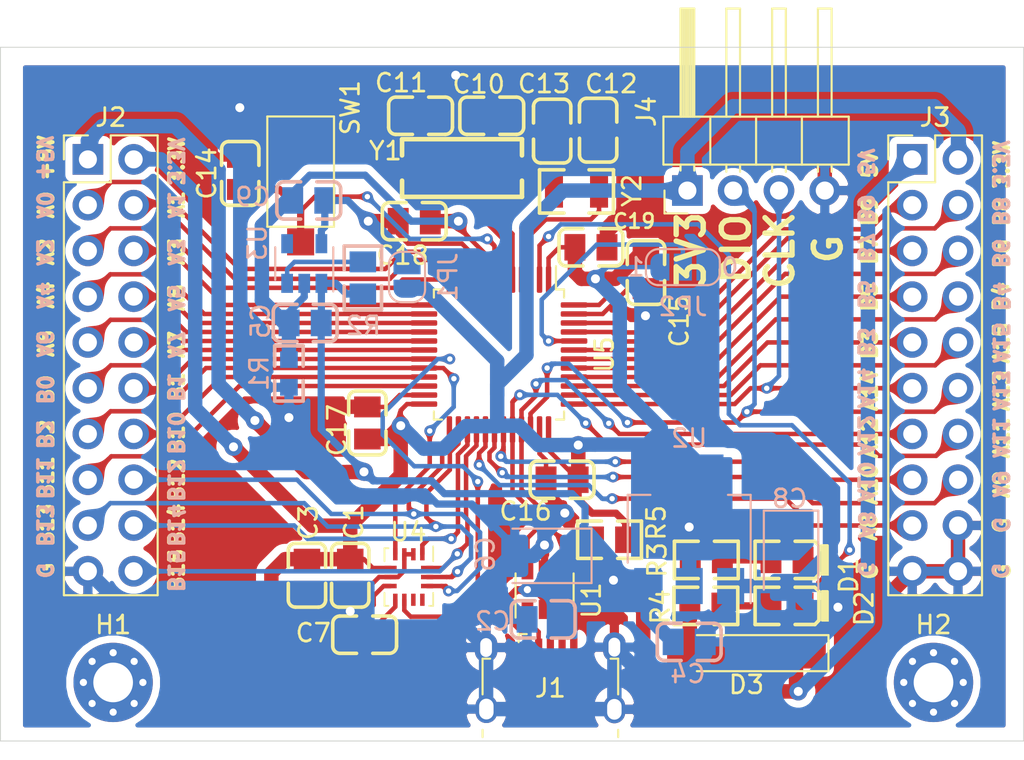
<source format=kicad_pcb>
(kicad_pcb (version 20171130) (host pcbnew "(5.1.12)-1")
  (layers (0 F.Cu signal) (31 B.Cu signal) (34 B.Paste user) (35 F.Paste user) (36 B.SilkS user) (37 F.SilkS user) (38 B.Mask user) (39 F.Mask user) (44 Edge.Cuts user))
  (net 0 "")
  (net 1 GNDD)
  (net 2 +3V3)
  (net 3 +5V)
  (net 4 GNDA)
  (net 5 +3.3VA)
  (net 6 /OSC32_IN)
  (net 7 /OSC32_OUT)
  (net 8 /RST)
  (net 9 /LED_STATE)
  (net 10 "Net-(D1-PadA)")
  (net 11 "Net-(D2-PadA)")
  (net 12 "Net-(J1-Pad3)")
  (net 13 "Net-(J1-Pad4)")
  (net 14 "Net-(J1-Pad2)")
  (net 15 /PA15)
  (net 16 /PA14)
  (net 17 /PA13)
  (net 18 /PA12)
  (net 19 /PA11)
  (net 20 /PA10)
  (net 21 /PA9)
  (net 22 /PA8)
  (net 23 /PA7)
  (net 24 /PA6)
  (net 25 /PA5)
  (net 26 /PA4)
  (net 27 /PA3)
  (net 28 /PA2)
  (net 29 /PA1)
  (net 30 /PA0)
  (net 31 /PB15)
  (net 32 /PB14)
  (net 33 /PB13)
  (net 34 /PB12)
  (net 35 /PB11)
  (net 36 /PB10)
  (net 37 /PB9)
  (net 38 /PB8)
  (net 39 /PB7)
  (net 40 /PB6)
  (net 41 /PB5)
  (net 42 /PB4)
  (net 43 /PB3)
  (net 44 /IMU_INT2)
  (net 45 /IMU_INT1)
  (net 46 /PB0)
  (net 47 /BOOT)
  (net 48 "Net-(R2-Pad2)")
  (net 49 "Net-(U3-Pad4)")
  (net 50 "Net-(U4-Pad11)")
  (net 51 "Net-(U4-Pad10)")
  (net 52 /OSC_P)
  (net 53 /OSC_N)
  (module lc_lib:0805_R (layer F.Cu) (at 106.932 106.2304 180)
    (fp_text reference R5 (at -2.5908 0.9398 90) (layer F.SilkS))
    (fp_text value 0805_1.5KΩ__1501_1%)
    (pad 2 smd rect (at 0.89 0 180) (size 1.16 1.47) (layers F.Cu F.Paste F.Mask) (net 18 /PA12))
    (pad 1 smd rect (at -0.89 0 180) (size 1.16 1.47) (layers F.Cu F.Paste F.Mask) (net 2 +3V3))
  )
  (module Diode_SMD:D_MiniMELF_Handsoldering (layer F.Cu) (at 114.525 112.525 180)
    (fp_text reference D3 (at 0 -1.75) (layer F.SilkS))
    (fp_text value 1N4148)
    (pad 2 smd rect (at 2.75 0 180) (size 3.3 1.7) (layers F.Cu F.Paste F.Mask) (net 2 +3V3))
    (pad 1 smd rect (at -2.75 0 180) (size 3.3 1.7) (layers F.Cu F.Paste F.Mask) (net 3 +5V))
  )
  (module MountingHole:MountingHole_2.2mm_M2_Pad_Via (layer F.Cu) (at 124.9 114.15)
    (fp_text reference H2 (at 0 -3.2) (layer F.SilkS))
    (fp_text value MountingHole)
    (pad 1 thru_hole circle (at 1.166726 -1.166726) (size 0.7 0.7) (drill 0.4) (layers *.Cu *.Mask))
    (pad 1 thru_hole circle (at 0 -1.65) (size 0.7 0.7) (drill 0.4) (layers *.Cu *.Mask))
    (pad 1 thru_hole circle (at -1.166726 -1.166726) (size 0.7 0.7) (drill 0.4) (layers *.Cu *.Mask))
    (pad 1 thru_hole circle (at -1.65 0) (size 0.7 0.7) (drill 0.4) (layers *.Cu *.Mask))
    (pad 1 thru_hole circle (at -1.166726 1.166726) (size 0.7 0.7) (drill 0.4) (layers *.Cu *.Mask))
    (pad 1 thru_hole circle (at 0 1.65) (size 0.7 0.7) (drill 0.4) (layers *.Cu *.Mask))
    (pad 1 thru_hole circle (at 1.166726 1.166726) (size 0.7 0.7) (drill 0.4) (layers *.Cu *.Mask))
    (pad 1 thru_hole circle (at 1.65 0) (size 0.7 0.7) (drill 0.4) (layers *.Cu *.Mask))
    (pad 1 thru_hole circle (at 0 0) (size 4.4 4.4) (drill 2.2) (layers *.Cu *.Mask))
  )
  (module MountingHole:MountingHole_2.2mm_M2_Pad_Via (layer F.Cu) (at 79.4 114.15)
    (fp_text reference H1 (at 0 -3.2) (layer F.SilkS))
    (fp_text value MountingHole)
    (pad 1 thru_hole circle (at 1.166726 -1.166726) (size 0.7 0.7) (drill 0.4) (layers *.Cu *.Mask))
    (pad 1 thru_hole circle (at 0 -1.65) (size 0.7 0.7) (drill 0.4) (layers *.Cu *.Mask))
    (pad 1 thru_hole circle (at -1.166726 -1.166726) (size 0.7 0.7) (drill 0.4) (layers *.Cu *.Mask))
    (pad 1 thru_hole circle (at -1.65 0) (size 0.7 0.7) (drill 0.4) (layers *.Cu *.Mask))
    (pad 1 thru_hole circle (at -1.166726 1.166726) (size 0.7 0.7) (drill 0.4) (layers *.Cu *.Mask))
    (pad 1 thru_hole circle (at 0 1.65) (size 0.7 0.7) (drill 0.4) (layers *.Cu *.Mask))
    (pad 1 thru_hole circle (at 1.166726 1.166726) (size 0.7 0.7) (drill 0.4) (layers *.Cu *.Mask))
    (pad 1 thru_hole circle (at 1.65 0) (size 0.7 0.7) (drill 0.4) (layers *.Cu *.Mask))
    (pad 1 thru_hole circle (at 0 0) (size 4.4 4.4) (drill 2.2) (layers *.Cu *.Mask))
  )
  (module Connector_USB:USB_MicroB (layer F.Cu) (at 103.65 115)
    (fp_text reference J1 (at 0 -0.5334) (layer F.SilkS))
    (fp_text value USB_B_Micro)
    (pad 5 smd rect (at 1.3 -2.408) (size 0.4 1.75) (layers F.Cu F.Paste F.Mask) (net 1 GNDD))
    (pad 6 thru_hole oval (at 3.55 -2.808) (size 1.25 1.65) (drill oval 0.65 1.05) (layers *.Cu *.Mask) (net 1 GNDD))
    (pad 3 smd rect (at 0 -2.408) (size 0.4 1.75) (layers F.Cu F.Paste F.Mask) (net 12 "Net-(J1-Pad3)"))
    (pad 6 thru_hole oval (at 3.55 0.642) (size 1.2 1.55) (drill oval 0.8 1.15) (layers *.Cu *.Mask) (net 1 GNDD))
    (pad 6 thru_hole oval (at -3.55 0.6286) (size 1.2 1.55) (drill oval 0.8 1.15) (layers *.Cu *.Mask) (net 1 GNDD))
    (pad 6 thru_hole oval (at -3.5652 -2.785) (size 1.25 1.65) (drill oval 0.65 1.05) (layers *.Cu *.Mask) (net 1 GNDD))
    (pad 4 smd rect (at 0.65 -2.408) (size 0.4 1.75) (layers F.Cu F.Paste F.Mask) (net 13 "Net-(J1-Pad4)"))
    (pad 1 smd rect (at -1.3 -2.408) (size 0.4 1.75) (layers F.Cu F.Paste F.Mask) (net 3 +5V))
    (pad 2 smd rect (at -0.65 -2.408) (size 0.4 1.75) (layers F.Cu F.Paste F.Mask) (net 14 "Net-(J1-Pad2)"))
  )
  (module Package_TO_SOT_SMD:SOT-23-6 (layer F.Cu) (at 103.33 109 90)
    (fp_text reference U1 (at -0.6 2.6 90) (layer F.SilkS))
    (fp_text value USBLC6-2SC6)
    (pad 5 smd rect (at 1.1 0 90) (size 1.06 0.65) (layers F.Cu F.Paste F.Mask) (net 1 GNDD))
    (pad 6 smd rect (at 1.1 -0.95 90) (size 1.06 0.65) (layers F.Cu F.Paste F.Mask) (net 19 /PA11))
    (pad 4 smd rect (at 1.1 0.95 90) (size 1.06 0.65) (layers F.Cu F.Paste F.Mask) (net 18 /PA12))
    (pad 3 smd rect (at -1.1 0.95 90) (size 1.06 0.65) (layers F.Cu F.Paste F.Mask) (net 12 "Net-(J1-Pad3)"))
    (pad 2 smd rect (at -1.1 0 90) (size 1.06 0.65) (layers F.Cu F.Paste F.Mask) (net 3 +5V))
    (pad 1 smd rect (at -1.1 -0.95 90) (size 1.06 0.65) (layers F.Cu F.Paste F.Mask) (net 14 "Net-(J1-Pad2)"))
  )
  (module lc_lib:0805_C (layer F.Cu) (at 100.4 82.7)
    (fp_text reference C10 (at -0.725 -1.75) (layer F.SilkS))
    (fp_text value 0805_20pF__200_5%_50V)
    (pad 2 smd rect (at 0.89 0) (size 1.16 1.47) (layers F.Cu F.Paste F.Mask) (net 52 /OSC_P))
    (pad 1 smd rect (at -0.89 0) (size 1.16 1.47) (layers F.Cu F.Paste F.Mask) (net 1 GNDD))
  )
  (module Package_TO_SOT_SMD:SOT-223-3_TabPin2 (layer B.Cu) (at 111.35 105.65 90)
    (fp_text reference U2 (at 5.05 0 180) (layer B.SilkS) (effects (justify mirror)))
    (fp_text value AMS1117-3.3)
    (pad 1 smd rect (at -3.15 2.3 90) (size 2 1.5) (layers B.Cu B.Paste B.Mask) (net 1 GNDD))
    (pad 3 smd rect (at -3.15 -2.3 90) (size 2 1.5) (layers B.Cu B.Paste B.Mask) (net 3 +5V))
    (pad 2 smd rect (at -3.15 0 90) (size 2 1.5) (layers B.Cu B.Paste B.Mask) (net 2 +3V3))
    (pad 2 smd rect (at 3.15 0 90) (size 2 3.8) (layers B.Cu B.Paste B.Mask) (net 2 +3V3))
  )
  (module lc_lib:0805_C (layer B.Cu) (at 111.35 111.9)
    (fp_text reference C4 (at -0.075 1.775 180) (layer B.SilkS) (effects (justify mirror)))
    (fp_text value 0805_10uF__106_10%_25V)
    (pad 2 smd rect (at 0.89 0) (size 1.16 1.47) (layers B.Cu B.Paste B.Mask) (net 1 GNDD))
    (pad 1 smd rect (at -0.89 0) (size 1.16 1.47) (layers B.Cu B.Paste B.Mask) (net 3 +5V))
  )
  (module Capacitor_Tantalum_SMD:CP_EIA-3528-21_Kemet-B_Pad1.50x2.35mm_HandSolder (layer B.Cu) (at 117 107.25 270)
    (fp_text reference C8 (at -3.3 0.075 180) (layer B.SilkS) (effects (justify mirror)))
    (fp_text value 22uF_CASE-B_3258)
    (pad 2 smd roundrect (at 1.625 0 270) (size 1.5 2.35) (layers B.Cu B.Paste B.Mask) (roundrect_rratio 0.1666666666666667) (net 1 GNDD))
    (pad 1 smd roundrect (at -1.625 0 270) (size 1.5 2.35) (layers B.Cu B.Paste B.Mask) (roundrect_rratio 0.1666666666666667) (net 2 +3V3))
  )
  (module lc_lib:0805_C (layer F.Cu) (at 105.9 90)
    (fp_text reference C19 (at 2.4 -1.45) (layer F.SilkS) (effects (font (size 0.8 0.8))))
    (fp_text value 0805_100nF_104_10%_50V)
    (pad 2 smd rect (at 0.89 0) (size 1.16 1.47) (layers F.Cu F.Paste F.Mask) (net 1 GNDD))
    (pad 1 smd rect (at -0.89 0) (size 1.16 1.47) (layers F.Cu F.Paste F.Mask) (net 2 +3V3))
  )
  (module lc_lib:SMD-3215_2P_FC_-_135 (layer F.Cu) (at 105.1 86.9 180)
    (fp_text reference Y2 (at -3.075 0.05 270) (layer F.SilkS))
    (fp_text value SMD-3215_2P_32.768KHz_20ppm_12.5pF)
    (pad 2 smd rect (at 1.25 0 180) (size 1 1.8) (layers F.Cu F.Paste F.Mask) (net 7 /OSC32_OUT))
    (pad 1 smd rect (at -1.25 0 180) (size 1 1.8) (layers F.Cu F.Paste F.Mask) (net 6 /OSC32_IN))
  )
  (module lc_lib:SMD-5032_2P (layer F.Cu) (at 98.75 85.6 180)
    (fp_text reference Y1 (at 4.25 0.95) (layer F.SilkS))
    (fp_text value SMD-5032_2P_8MHz_20ppm_20pF)
    (pad 2 smd rect (at 2.05 0 270) (size 2.4 1.9) (layers F.Cu F.Paste F.Mask) (net 53 /OSC_N))
    (pad 1 smd rect (at -2.05 0 270) (size 2.4 1.9) (layers F.Cu F.Paste F.Mask) (net 52 /OSC_P))
  )
  (module Package_QFP:LQFP-48_7x7mm_P0.5mm (layer F.Cu) (at 100.8 95.95 270)
    (fp_text reference U5 (at 0 -5.85 90) (layer F.SilkS))
    (fp_text value STM32F302C8Tx)
    (pad 48 smd roundrect (at -2.75 -4.1625 270) (size 0.3 1.475) (layers F.Cu F.Paste F.Mask) (net 2 +3V3))
    (pad 47 smd roundrect (at -2.25 -4.1625 270) (size 0.3 1.475) (layers F.Cu F.Paste F.Mask) (net 1 GNDD))
    (pad 46 smd roundrect (at -1.75 -4.1625 270) (size 0.3 1.475) (layers F.Cu F.Paste F.Mask) (net 37 /PB9))
    (pad 45 smd roundrect (at -1.25 -4.1625 270) (size 0.3 1.475) (layers F.Cu F.Paste F.Mask) (net 38 /PB8))
    (pad 44 smd roundrect (at -0.75 -4.1625 270) (size 0.3 1.475) (layers F.Cu F.Paste F.Mask) (net 47 /BOOT))
    (pad 43 smd roundrect (at -0.25 -4.1625 270) (size 0.3 1.475) (layers F.Cu F.Paste F.Mask) (net 39 /PB7))
    (pad 42 smd roundrect (at 0.25 -4.1625 270) (size 0.3 1.475) (layers F.Cu F.Paste F.Mask) (net 40 /PB6))
    (pad 41 smd roundrect (at 0.75 -4.1625 270) (size 0.3 1.475) (layers F.Cu F.Paste F.Mask) (net 41 /PB5))
    (pad 40 smd roundrect (at 1.25 -4.1625 270) (size 0.3 1.475) (layers F.Cu F.Paste F.Mask) (net 42 /PB4))
    (pad 39 smd roundrect (at 1.75 -4.1625 270) (size 0.3 1.475) (layers F.Cu F.Paste F.Mask) (net 43 /PB3))
    (pad 38 smd roundrect (at 2.25 -4.1625 270) (size 0.3 1.475) (layers F.Cu F.Paste F.Mask) (net 15 /PA15))
    (pad 37 smd roundrect (at 2.75 -4.1625 270) (size 0.3 1.475) (layers F.Cu F.Paste F.Mask) (net 16 /PA14))
    (pad 36 smd roundrect (at 4.1625 -2.75 270) (size 1.475 0.3) (layers F.Cu F.Paste F.Mask) (net 2 +3V3))
    (pad 35 smd roundrect (at 4.1625 -2.25 270) (size 1.475 0.3) (layers F.Cu F.Paste F.Mask) (net 1 GNDD))
    (pad 34 smd roundrect (at 4.1625 -1.75 270) (size 1.475 0.3) (layers F.Cu F.Paste F.Mask) (net 17 /PA13))
    (pad 33 smd roundrect (at 4.1625 -1.25 270) (size 1.475 0.3) (layers F.Cu F.Paste F.Mask) (net 18 /PA12))
    (pad 32 smd roundrect (at 4.1625 -0.75 270) (size 1.475 0.3) (layers F.Cu F.Paste F.Mask) (net 19 /PA11))
    (pad 31 smd roundrect (at 4.1625 -0.25 270) (size 1.475 0.3) (layers F.Cu F.Paste F.Mask) (net 20 /PA10))
    (pad 30 smd roundrect (at 4.1625 0.25 270) (size 1.475 0.3) (layers F.Cu F.Paste F.Mask) (net 21 /PA9))
    (pad 29 smd roundrect (at 4.1625 0.75 270) (size 1.475 0.3) (layers F.Cu F.Paste F.Mask) (net 22 /PA8))
    (pad 28 smd roundrect (at 4.1625 1.25 270) (size 1.475 0.3) (layers F.Cu F.Paste F.Mask) (net 31 /PB15))
    (pad 27 smd roundrect (at 4.1625 1.75 270) (size 1.475 0.3) (layers F.Cu F.Paste F.Mask) (net 32 /PB14))
    (pad 26 smd roundrect (at 4.1625 2.25 270) (size 1.475 0.3) (layers F.Cu F.Paste F.Mask) (net 33 /PB13))
    (pad 25 smd roundrect (at 4.1625 2.75 270) (size 1.475 0.3) (layers F.Cu F.Paste F.Mask) (net 34 /PB12))
    (pad 24 smd roundrect (at 2.75 4.1625 270) (size 0.3 1.475) (layers F.Cu F.Paste F.Mask) (net 2 +3V3))
    (pad 23 smd roundrect (at 2.25 4.1625 270) (size 0.3 1.475) (layers F.Cu F.Paste F.Mask) (net 1 GNDD))
    (pad 22 smd roundrect (at 1.75 4.1625 270) (size 0.3 1.475) (layers F.Cu F.Paste F.Mask) (net 35 /PB11))
    (pad 21 smd roundrect (at 1.25 4.1625 270) (size 0.3 1.475) (layers F.Cu F.Paste F.Mask) (net 36 /PB10))
    (pad 20 smd roundrect (at 0.75 4.1625 270) (size 0.3 1.475) (layers F.Cu F.Paste F.Mask) (net 45 /IMU_INT1))
    (pad 19 smd roundrect (at 0.25 4.1625 270) (size 0.3 1.475) (layers F.Cu F.Paste F.Mask) (net 44 /IMU_INT2))
    (pad 18 smd roundrect (at -0.25 4.1625 270) (size 0.3 1.475) (layers F.Cu F.Paste F.Mask) (net 46 /PB0))
    (pad 17 smd roundrect (at -0.75 4.1625 270) (size 0.3 1.475) (layers F.Cu F.Paste F.Mask) (net 23 /PA7))
    (pad 16 smd roundrect (at -1.25 4.1625 270) (size 0.3 1.475) (layers F.Cu F.Paste F.Mask) (net 24 /PA6))
    (pad 15 smd roundrect (at -1.75 4.1625 270) (size 0.3 1.475) (layers F.Cu F.Paste F.Mask) (net 25 /PA5))
    (pad 14 smd roundrect (at -2.25 4.1625 270) (size 0.3 1.475) (layers F.Cu F.Paste F.Mask) (net 26 /PA4))
    (pad 13 smd roundrect (at -2.75 4.1625 270) (size 0.3 1.475) (layers F.Cu F.Paste F.Mask) (net 27 /PA3))
    (pad 12 smd roundrect (at -4.1625 2.75 270) (size 1.475 0.3) (layers F.Cu F.Paste F.Mask) (net 28 /PA2))
    (pad 11 smd roundrect (at -4.1625 2.25 270) (size 1.475 0.3) (layers F.Cu F.Paste F.Mask) (net 29 /PA1))
    (pad 10 smd roundrect (at -4.1625 1.75 270) (size 1.475 0.3) (layers F.Cu F.Paste F.Mask) (net 30 /PA0))
    (pad 9 smd roundrect (at -4.1625 1.25 270) (size 1.475 0.3) (layers F.Cu F.Paste F.Mask) (net 5 +3.3VA))
    (pad 8 smd roundrect (at -4.1625 0.75 270) (size 1.475 0.3) (layers F.Cu F.Paste F.Mask) (net 4 GNDA))
    (pad 7 smd roundrect (at -4.1625 0.25 270) (size 1.475 0.3) (layers F.Cu F.Paste F.Mask) (net 8 /RST))
    (pad 6 smd roundrect (at -4.1625 -0.25 270) (size 1.475 0.3) (layers F.Cu F.Paste F.Mask) (net 53 /OSC_N))
    (pad 5 smd roundrect (at -4.1625 -0.75 270) (size 1.475 0.3) (layers F.Cu F.Paste F.Mask) (net 52 /OSC_P))
    (pad 4 smd roundrect (at -4.1625 -1.25 270) (size 1.475 0.3) (layers F.Cu F.Paste F.Mask) (net 7 /OSC32_OUT))
    (pad 3 smd roundrect (at -4.1625 -1.75 270) (size 1.475 0.3) (layers F.Cu F.Paste F.Mask) (net 6 /OSC32_IN))
    (pad 2 smd roundrect (at -4.1625 -2.25 270) (size 1.475 0.3) (layers F.Cu F.Paste F.Mask) (net 9 /LED_STATE))
    (pad 1 smd roundrect (at -4.1625 -2.75 270) (size 1.475 0.3) (layers F.Cu F.Paste F.Mask) (net 2 +3V3))
  )
  (module Package_LGA:Bosch_LGA-14_3x2.5mm_P0.5mm (layer F.Cu) (at 95.8 108.3 270)
    (fp_text reference U4 (at -2.5 0.025 180) (layer F.SilkS))
    (fp_text value QMI8658C)
    (pad 11 smd rect (at 1.2625 -0.75 270) (size 0.675 0.25) (layers F.Cu F.Paste F.Mask) (net 50 "Net-(U4-Pad11)"))
    (pad 10 smd rect (at 1.2625 -0.25 270) (size 0.675 0.25) (layers F.Cu F.Paste F.Mask) (net 51 "Net-(U4-Pad10)"))
    (pad 9 smd rect (at 1.2625 0.25 270) (size 0.675 0.25) (layers F.Cu F.Paste F.Mask) (net 44 /IMU_INT2))
    (pad 8 smd rect (at 1.2625 0.75 270) (size 0.675 0.25) (layers F.Cu F.Paste F.Mask) (net 2 +3V3))
    (pad 4 smd rect (at -1.2625 0.75 270) (size 0.675 0.25) (layers F.Cu F.Paste F.Mask) (net 45 /IMU_INT1))
    (pad 3 smd rect (at -1.2625 0.25 270) (size 0.675 0.25) (layers F.Cu F.Paste F.Mask) (net 1 GNDD))
    (pad 2 smd rect (at -1.2625 -0.25 270) (size 0.675 0.25) (layers F.Cu F.Paste F.Mask) (net 1 GNDD))
    (pad 1 smd rect (at -1.2625 -0.75 270) (size 0.675 0.25) (layers F.Cu F.Paste F.Mask) (net 32 /PB14))
    (pad 7 smd rect (at 0.5 1.0125 270) (size 0.25 0.675) (layers F.Cu F.Paste F.Mask) (net 1 GNDD))
    (pad 6 smd rect (at 0 1.0125 270) (size 0.25 0.675) (layers F.Cu F.Paste F.Mask) (net 1 GNDD))
    (pad 5 smd rect (at -0.5 1.0125 270) (size 0.25 0.675) (layers F.Cu F.Paste F.Mask) (net 2 +3V3))
    (pad 12 smd rect (at 0.5 -1.0125 270) (size 0.25 0.675) (layers F.Cu F.Paste F.Mask) (net 34 /PB12))
    (pad 14 smd rect (at -0.5 -1.0125 270) (size 0.25 0.675) (layers F.Cu F.Paste F.Mask) (net 31 /PB15))
    (pad 13 smd rect (at 0 -1.0125 270) (size 0.25 0.675) (layers F.Cu F.Paste F.Mask) (net 33 /PB13))
  )
  (module Package_TO_SOT_SMD:SOT-23-5 (layer B.Cu) (at 90 90.9 90)
    (fp_text reference U3 (at 1.15 -2.6 90) (layer B.SilkS) (effects (justify mirror)))
    (fp_text value LP5907MFX-3.3)
    (pad 5 smd rect (at 1.1 0.95 90) (size 1.06 0.65) (layers B.Cu B.Paste B.Mask) (net 5 +3.3VA))
    (pad 4 smd rect (at 1.1 -0.95 90) (size 1.06 0.65) (layers B.Cu B.Paste B.Mask) (net 49 "Net-(U3-Pad4)"))
    (pad 3 smd rect (at -1.1 -0.95 90) (size 1.06 0.65) (layers B.Cu B.Paste B.Mask) (net 48 "Net-(R2-Pad2)"))
    (pad 2 smd rect (at -1.1 0 90) (size 1.06 0.65) (layers B.Cu B.Paste B.Mask) (net 4 GNDA))
    (pad 1 smd rect (at -1.1 0.95 90) (size 1.06 0.65) (layers B.Cu B.Paste B.Mask) (net 3 +5V))
  )
  (module Button_Switch_SMD:SW_SPST_CK_RS282G05A3 (layer F.Cu) (at 89.8 85.8 270)
    (fp_text reference SW1 (at -3.55 -2.75 90) (layer F.SilkS))
    (fp_text value SW_Push)
    (pad 2 smd rect (at 3.9 0 270) (size 1.5 1.5) (layers F.Cu F.Paste F.Mask) (net 8 /RST))
    (pad 1 smd rect (at -3.9 0 270) (size 1.5 1.5) (layers F.Cu F.Paste F.Mask) (net 1 GNDD))
  )
  (module lc_lib:0805_R (layer F.Cu) (at 112.275 109.9)
    (fp_text reference R4 (at -2.525 0.05 90) (layer F.SilkS))
    (fp_text value 0805_2KΩ__2001_1%)
    (pad 2 smd rect (at 0.89 0) (size 1.16 1.47) (layers F.Cu F.Paste F.Mask) (net 11 "Net-(D2-PadA)"))
    (pad 1 smd rect (at -0.89 0) (size 1.16 1.47) (layers F.Cu F.Paste F.Mask) (net 2 +3V3))
  )
  (module lc_lib:0805_R (layer F.Cu) (at 112.3 107.35)
    (fp_text reference R3 (at -2.725 0 90) (layer F.SilkS))
    (fp_text value 0805_2KΩ__2001_1%)
    (pad 2 smd rect (at 0.89 0) (size 1.16 1.47) (layers F.Cu F.Paste F.Mask) (net 10 "Net-(D1-PadA)"))
    (pad 1 smd rect (at -0.89 0) (size 1.16 1.47) (layers F.Cu F.Paste F.Mask) (net 2 +3V3))
  )
  (module lc_lib:0805_R (layer B.Cu) (at 93.25 91.7 90)
    (fp_text reference R2 (at -2.65 0.025 180) (layer B.SilkS) (effects (justify mirror)))
    (fp_text value 0805_2KΩ__2001_1%)
    (pad 2 smd rect (at 0.89 0 90) (size 1.16 1.47) (layers B.Cu B.Paste B.Mask) (net 48 "Net-(R2-Pad2)"))
    (pad 1 smd rect (at -0.89 0 90) (size 1.16 1.47) (layers B.Cu B.Paste B.Mask) (net 3 +5V))
  )
  (module lc_lib:0603_R (layer B.Cu) (at 89.15 97 90)
    (fp_text reference R1 (at 0 -1.65 90) (layer B.SilkS) (effects (justify mirror)))
    (fp_text value 0603_1Ω__1R00_1%)
    (pad 2 smd rect (at 0.77 0 90) (size 0.93 0.98) (layers B.Cu B.Paste B.Mask) (net 4 GNDA))
    (pad 1 smd rect (at -0.77 0 90) (size 0.93 0.98) (layers B.Cu B.Paste B.Mask) (net 1 GNDD))
  )
  (module Jumper:SolderJumper-3_P1.3mm_Open_RoundedPad1.0x1.5mm_NumberLabels (layer B.Cu) (at 111 91.1)
    (fp_text reference JP2 (at 0 2.2 180) (layer B.SilkS) (effects (justify mirror)))
    (fp_text value SolderJumper_3_Open)
    (fp_text user 1 (at -2.6 0) (layer B.SilkS) (effects (justify mirror)))
    (fp_text user 0 (at 2.6 0) (layer B.SilkS) (effects (justify mirror)))
    (pad 2 smd rect (at 0 0) (size 1 1.5) (layers B.Cu B.Mask) (net 47 /BOOT))
    (pad 3 smd custom (at 1.3 0) (size 1 0.5) (layers B.Cu B.Mask) (net 1 GNDD) (options (clearance outline) (anchor rect)) (primitives (gr_circle (center 0 -0.25) (end 0.5 -0.25) (width 0)) (gr_circle (center 0 0.25) (end 0.5 0.25) (width 0)) (gr_poly (pts (xy -0.55 0.75) (xy 0 0.75) (xy 0 -0.75) (xy -0.55 -0.75)) (width 0))))
    (pad 1 smd custom (at -1.3 0) (size 1 0.5) (layers B.Cu B.Mask) (net 2 +3V3) (options (clearance outline) (anchor rect)) (primitives (gr_circle (center 0 -0.25) (end 0.5 -0.25) (width 0)) (gr_circle (center 0 0.25) (end 0.5 0.25) (width 0)) (gr_poly (pts (xy 0.55 0.75) (xy 0 0.75) (xy 0 -0.75) (xy 0.55 -0.75)) (width 0))))
  )
  (module Jumper:SolderJumper-2_P1.3mm_Open_RoundedPad1.0x1.5mm (layer B.Cu) (at 95.7 91.65 90)
    (fp_text reference JP1 (at 0 2.275 270) (layer B.SilkS) (effects (justify mirror)))
    (fp_text value SolderJumper_2_Open)
    (pad 2 smd custom (at 0.65 0 90) (size 1 0.5) (layers B.Cu B.Mask) (net 5 +3.3VA) (options (clearance outline) (anchor rect)) (primitives (gr_circle (center 0 -0.25) (end 0.5 -0.25) (width 0)) (gr_circle (center 0 0.25) (end 0.5 0.25) (width 0)) (gr_poly (pts (xy 0 0.75) (xy -0.5 0.75) (xy -0.5 -0.75) (xy 0 -0.75)) (width 0))))
    (pad 1 smd custom (at -0.65 0 90) (size 1 0.5) (layers B.Cu B.Mask) (net 2 +3V3) (options (clearance outline) (anchor rect)) (primitives (gr_circle (center 0 -0.25) (end 0.5 -0.25) (width 0)) (gr_circle (center 0 0.25) (end 0.5 0.25) (width 0)) (gr_poly (pts (xy 0 0.75) (xy 0.5 0.75) (xy 0.5 -0.75) (xy 0 -0.75)) (width 0))))
  )
  (module Connector_PinHeader_2.54mm:PinHeader_1x04_P2.54mm_Horizontal (layer F.Cu) (at 111.25 86.85 90)
    (fp_text reference J4 (at 4.385 -2.27 90) (layer F.SilkS))
    (fp_text value Conn_01x04)
    (pad 4 thru_hole oval (at 0 7.62 90) (size 1.7 1.7) (drill 1) (layers *.Cu *.Mask) (net 1 GNDD))
    (pad 3 thru_hole oval (at 0 5.08 90) (size 1.7 1.7) (drill 1) (layers *.Cu *.Mask) (net 16 /PA14))
    (pad 2 thru_hole oval (at 0 2.54 90) (size 1.7 1.7) (drill 1) (layers *.Cu *.Mask) (net 17 /PA13))
    (pad 1 thru_hole rect (at 0 0 90) (size 1.7 1.7) (drill 1) (layers *.Cu *.Mask) (net 2 +3V3))
  )
  (module Connector_PinHeader_2.54mm:PinHeader_2x10_P2.54mm_Vertical (layer F.Cu) (at 123.72 85.12)
    (fp_text reference J3 (at 1.27 -2.33) (layer F.SilkS))
    (fp_text value Conn_02x10_Odd_Even)
    (pad 20 thru_hole oval (at 2.54 22.86) (size 1.7 1.7) (drill 1) (layers *.Cu *.Mask) (net 1 GNDD))
    (pad 19 thru_hole oval (at 0 22.86) (size 1.7 1.7) (drill 1) (layers *.Cu *.Mask) (net 1 GNDD))
    (pad 18 thru_hole oval (at 2.54 20.32) (size 1.7 1.7) (drill 1) (layers *.Cu *.Mask) (net 1 GNDD))
    (pad 17 thru_hole oval (at 0 20.32) (size 1.7 1.7) (drill 1) (layers *.Cu *.Mask) (net 22 /PA8))
    (pad 16 thru_hole oval (at 2.54 17.78) (size 1.7 1.7) (drill 1) (layers *.Cu *.Mask) (net 21 /PA9))
    (pad 15 thru_hole oval (at 0 17.78) (size 1.7 1.7) (drill 1) (layers *.Cu *.Mask) (net 20 /PA10))
    (pad 14 thru_hole oval (at 2.54 15.24) (size 1.7 1.7) (drill 1) (layers *.Cu *.Mask) (net 19 /PA11))
    (pad 13 thru_hole oval (at 0 15.24) (size 1.7 1.7) (drill 1) (layers *.Cu *.Mask) (net 18 /PA12))
    (pad 12 thru_hole oval (at 2.54 12.7) (size 1.7 1.7) (drill 1) (layers *.Cu *.Mask) (net 17 /PA13))
    (pad 11 thru_hole oval (at 0 12.7) (size 1.7 1.7) (drill 1) (layers *.Cu *.Mask) (net 16 /PA14))
    (pad 10 thru_hole oval (at 2.54 10.16) (size 1.7 1.7) (drill 1) (layers *.Cu *.Mask) (net 15 /PA15))
    (pad 9 thru_hole oval (at 0 10.16) (size 1.7 1.7) (drill 1) (layers *.Cu *.Mask) (net 43 /PB3))
    (pad 8 thru_hole oval (at 2.54 7.62) (size 1.7 1.7) (drill 1) (layers *.Cu *.Mask) (net 42 /PB4))
    (pad 7 thru_hole oval (at 0 7.62) (size 1.7 1.7) (drill 1) (layers *.Cu *.Mask) (net 41 /PB5))
    (pad 6 thru_hole oval (at 2.54 5.08) (size 1.7 1.7) (drill 1) (layers *.Cu *.Mask) (net 40 /PB6))
    (pad 5 thru_hole oval (at 0 5.08) (size 1.7 1.7) (drill 1) (layers *.Cu *.Mask) (net 39 /PB7))
    (pad 4 thru_hole oval (at 2.54 2.54) (size 1.7 1.7) (drill 1) (layers *.Cu *.Mask) (net 38 /PB8))
    (pad 3 thru_hole oval (at 0 2.54) (size 1.7 1.7) (drill 1) (layers *.Cu *.Mask) (net 37 /PB9))
    (pad 2 thru_hole oval (at 2.54 0) (size 1.7 1.7) (drill 1) (layers *.Cu *.Mask) (net 2 +3V3))
    (pad 1 thru_hole rect (at 0 0) (size 1.7 1.7) (drill 1) (layers *.Cu *.Mask) (net 3 +5V))
  )
  (module Connector_PinHeader_2.54mm:PinHeader_2x10_P2.54mm_Vertical (layer F.Cu) (at 78 85.12)
    (fp_text reference J2 (at 1.27 -2.33) (layer F.SilkS))
    (fp_text value Conn_02x10_Odd_Even)
    (pad 20 thru_hole oval (at 2.54 22.86) (size 1.7 1.7) (drill 1) (layers *.Cu *.Mask) (net 31 /PB15))
    (pad 19 thru_hole oval (at 0 22.86) (size 1.7 1.7) (drill 1) (layers *.Cu *.Mask) (net 1 GNDD))
    (pad 18 thru_hole oval (at 2.54 20.32) (size 1.7 1.7) (drill 1) (layers *.Cu *.Mask) (net 32 /PB14))
    (pad 17 thru_hole oval (at 0 20.32) (size 1.7 1.7) (drill 1) (layers *.Cu *.Mask) (net 33 /PB13))
    (pad 16 thru_hole oval (at 2.54 17.78) (size 1.7 1.7) (drill 1) (layers *.Cu *.Mask) (net 34 /PB12))
    (pad 15 thru_hole oval (at 0 17.78) (size 1.7 1.7) (drill 1) (layers *.Cu *.Mask) (net 35 /PB11))
    (pad 14 thru_hole oval (at 2.54 15.24) (size 1.7 1.7) (drill 1) (layers *.Cu *.Mask) (net 36 /PB10))
    (pad 13 thru_hole oval (at 0 15.24) (size 1.7 1.7) (drill 1) (layers *.Cu *.Mask) (net 45 /IMU_INT1))
    (pad 12 thru_hole oval (at 2.54 12.7) (size 1.7 1.7) (drill 1) (layers *.Cu *.Mask) (net 44 /IMU_INT2))
    (pad 11 thru_hole oval (at 0 12.7) (size 1.7 1.7) (drill 1) (layers *.Cu *.Mask) (net 46 /PB0))
    (pad 10 thru_hole oval (at 2.54 10.16) (size 1.7 1.7) (drill 1) (layers *.Cu *.Mask) (net 23 /PA7))
    (pad 9 thru_hole oval (at 0 10.16) (size 1.7 1.7) (drill 1) (layers *.Cu *.Mask) (net 24 /PA6))
    (pad 8 thru_hole oval (at 2.54 7.62) (size 1.7 1.7) (drill 1) (layers *.Cu *.Mask) (net 25 /PA5))
    (pad 7 thru_hole oval (at 0 7.62) (size 1.7 1.7) (drill 1) (layers *.Cu *.Mask) (net 26 /PA4))
    (pad 6 thru_hole oval (at 2.54 5.08) (size 1.7 1.7) (drill 1) (layers *.Cu *.Mask) (net 27 /PA3))
    (pad 5 thru_hole oval (at 0 5.08) (size 1.7 1.7) (drill 1) (layers *.Cu *.Mask) (net 28 /PA2))
    (pad 4 thru_hole oval (at 2.54 2.54) (size 1.7 1.7) (drill 1) (layers *.Cu *.Mask) (net 29 /PA1))
    (pad 3 thru_hole oval (at 0 2.54) (size 1.7 1.7) (drill 1) (layers *.Cu *.Mask) (net 30 /PA0))
    (pad 2 thru_hole oval (at 2.54 0) (size 1.7 1.7) (drill 1) (layers *.Cu *.Mask) (net 2 +3V3))
    (pad 1 thru_hole rect (at 0 0) (size 1.7 1.7) (drill 1) (layers *.Cu *.Mask) (net 3 +5V))
  )
  (module lc_lib:0805_LED_S1 (layer F.Cu) (at 116.775 109.9 180)
    (fp_text reference D2 (at -4.275 -0.15 90) (layer F.SilkS))
    (fp_text value 0805_红灯)
    (pad K smd rect (at -0.89 0) (size 1.16 1.47) (layers F.Cu F.Paste F.Mask) (net 1 GNDD))
    (pad A smd rect (at 0.89 0) (size 1.16 1.47) (layers F.Cu F.Paste F.Mask) (net 11 "Net-(D2-PadA)"))
  )
  (module lc_lib:0805_LED_S1 (layer F.Cu) (at 116.775 107.35001 180)
    (fp_text reference D1 (at -3.425 -0.87499 90) (layer F.SilkS))
    (fp_text value 0805_翠绿)
    (pad K smd rect (at -0.89 0) (size 1.16 1.47) (layers F.Cu F.Paste F.Mask) (net 9 /LED_STATE))
    (pad A smd rect (at 0.89 0) (size 1.16 1.47) (layers F.Cu F.Paste F.Mask) (net 10 "Net-(D1-PadA)"))
  )
  (module lc_lib:0805_C (layer F.Cu) (at 96.1 88.55)
    (fp_text reference C18 (at -0.65 1.9) (layer F.SilkS))
    (fp_text value 0805_100nF_104_10%_50V)
    (pad 2 smd rect (at 0.89 0) (size 1.16 1.47) (layers F.Cu F.Paste F.Mask) (net 4 GNDA))
    (pad 1 smd rect (at -0.89 0) (size 1.16 1.47) (layers F.Cu F.Paste F.Mask) (net 5 +3.3VA))
  )
  (module lc_lib:0805_C (layer F.Cu) (at 93.5 99.75 90)
    (fp_text reference C17 (at -0.393619 -1.684276 90) (layer F.SilkS))
    (fp_text value 0805_100nF_104_10%_50V)
    (pad 2 smd rect (at 0.89 0 90) (size 1.16 1.47) (layers F.Cu F.Paste F.Mask) (net 1 GNDD))
    (pad 1 smd rect (at -0.89 0 90) (size 1.16 1.47) (layers F.Cu F.Paste F.Mask) (net 2 +3V3))
  )
  (module lc_lib:0805_C (layer F.Cu) (at 104.3 102.9 180)
    (fp_text reference C16 (at 2.025 -1.75) (layer F.SilkS))
    (fp_text value 0805_100nF_104_10%_50V)
    (pad 2 smd rect (at 0.89 0 180) (size 1.16 1.47) (layers F.Cu F.Paste F.Mask) (net 1 GNDD))
    (pad 1 smd rect (at -0.89 0 180) (size 1.16 1.47) (layers F.Cu F.Paste F.Mask) (net 2 +3V3))
  )
  (module lc_lib:0805_C (layer F.Cu) (at 108.95 91.4 270)
    (fp_text reference C15 (at 2.7 -1.85 270) (layer F.SilkS))
    (fp_text value 0805_100nF_104_10%_50V)
    (pad 2 smd rect (at 0.89 0 270) (size 1.16 1.47) (layers F.Cu F.Paste F.Mask) (net 1 GNDD))
    (pad 1 smd rect (at -0.89 0 270) (size 1.16 1.47) (layers F.Cu F.Paste F.Mask) (net 2 +3V3))
  )
  (module lc_lib:0805_C (layer F.Cu) (at 86.45 85.9 270)
    (fp_text reference C14 (at 0 1.85 90) (layer F.SilkS))
    (fp_text value 0805_100nF_104_10%_50V)
    (pad 2 smd rect (at 0.89 0 270) (size 1.16 1.47) (layers F.Cu F.Paste F.Mask) (net 8 /RST))
    (pad 1 smd rect (at -0.89 0 270) (size 1.16 1.47) (layers F.Cu F.Paste F.Mask) (net 1 GNDD))
  )
  (module lc_lib:0805_C (layer F.Cu) (at 103.75 83.55 270)
    (fp_text reference C13 (at -2.625 0.45) (layer F.SilkS))
    (fp_text value 0805_12pF__120_5%_50V)
    (pad 2 smd rect (at 0.89 0 270) (size 1.16 1.47) (layers F.Cu F.Paste F.Mask) (net 7 /OSC32_OUT))
    (pad 1 smd rect (at -0.89 0 270) (size 1.16 1.47) (layers F.Cu F.Paste F.Mask) (net 1 GNDD))
  )
  (module lc_lib:0805_C (layer F.Cu) (at 106.3 83.5 270)
    (fp_text reference C12 (at -2.575 -0.725 180) (layer F.SilkS))
    (fp_text value 0805_12pF__120_5%_50V)
    (pad 2 smd rect (at 0.89 0 270) (size 1.16 1.47) (layers F.Cu F.Paste F.Mask) (net 6 /OSC32_IN))
    (pad 1 smd rect (at -0.89 0 270) (size 1.16 1.47) (layers F.Cu F.Paste F.Mask) (net 1 GNDD))
  )
  (module lc_lib:0805_C (layer F.Cu) (at 96.45 82.7 180)
    (fp_text reference C11 (at 1.075 1.825 180) (layer F.SilkS))
    (fp_text value 0805_20pF__200_5%_50V)
    (pad 2 smd rect (at 0.89 0 180) (size 1.16 1.47) (layers F.Cu F.Paste F.Mask) (net 53 /OSC_N))
    (pad 1 smd rect (at -0.89 0 180) (size 1.16 1.47) (layers F.Cu F.Paste F.Mask) (net 1 GNDD))
  )
  (module lc_lib:0805_C (layer B.Cu) (at 90.25 87.4)
    (fp_text reference C9 (at -3.1 -0.2 180) (layer B.SilkS) (effects (justify mirror)))
    (fp_text value 0805_10uF__106_10%_25V)
    (pad 2 smd rect (at 0.89 0) (size 1.16 1.47) (layers B.Cu B.Paste B.Mask) (net 5 +3.3VA))
    (pad 1 smd rect (at -0.89 0) (size 1.16 1.47) (layers B.Cu B.Paste B.Mask) (net 4 GNDA))
  )
  (module lc_lib:0805_C (layer F.Cu) (at 93.35 111.5)
    (fp_text reference C7 (at -2.85 -0.1) (layer F.SilkS))
    (fp_text value 0805_100nF_104_10%_50V)
    (pad 2 smd rect (at 0.89 0) (size 1.16 1.47) (layers F.Cu F.Paste F.Mask) (net 2 +3V3))
    (pad 1 smd rect (at -0.89 0) (size 1.16 1.47) (layers F.Cu F.Paste F.Mask) (net 1 GNDD))
  )
  (module Capacitor_Tantalum_SMD:CP_EIA-3528-21_Kemet-B_Pad1.50x2.35mm_HandSolder (layer B.Cu) (at 103.3 107.125 180)
    (fp_text reference C6 (at 3.25 0.1 90) (layer B.SilkS) (effects (justify mirror)))
    (fp_text value 100uF_CASE-B_3258)
    (pad 2 smd roundrect (at 1.625 0 180) (size 1.5 2.35) (layers B.Cu B.Paste B.Mask) (roundrect_rratio 0.1666666666666667) (net 1 GNDD))
    (pad 1 smd roundrect (at -1.625 0 180) (size 1.5 2.35) (layers B.Cu B.Paste B.Mask) (roundrect_rratio 0.1666666666666667) (net 3 +5V))
  )
  (module lc_lib:0805_C (layer B.Cu) (at 90.05 94.2)
    (fp_text reference C5 (at -2.475 -0.1 270) (layer B.SilkS) (effects (justify mirror)))
    (fp_text value 0805_10uF__106_10%_25V)
    (pad 2 smd rect (at 0.89 0) (size 1.16 1.47) (layers B.Cu B.Paste B.Mask) (net 3 +5V))
    (pad 1 smd rect (at -0.89 0) (size 1.16 1.47) (layers B.Cu B.Paste B.Mask) (net 4 GNDA))
  )
  (module lc_lib:0805_C (layer F.Cu) (at 90.15 108.2 90)
    (fp_text reference C3 (at 2.925 0.075 90) (layer F.SilkS))
    (fp_text value 0805_100nF_104_10%_50V)
    (pad 2 smd rect (at 0.89 0 90) (size 1.16 1.47) (layers F.Cu F.Paste F.Mask) (net 2 +3V3))
    (pad 1 smd rect (at -0.89 0 90) (size 1.16 1.47) (layers F.Cu F.Paste F.Mask) (net 1 GNDD))
  )
  (module lc_lib:0805_C (layer B.Cu) (at 103.25 110.65 180)
    (fp_text reference C2 (at 2.8 -0.1) (layer B.SilkS) (effects (justify mirror)))
    (fp_text value 0805_100nF_104_10%_50V)
    (pad 2 smd rect (at 0.89 0 180) (size 1.16 1.47) (layers B.Cu B.Paste B.Mask) (net 1 GNDD))
    (pad 1 smd rect (at -0.89 0 180) (size 1.16 1.47) (layers B.Cu B.Paste B.Mask) (net 3 +5V))
  )
  (module lc_lib:0805_C (layer F.Cu) (at 92.55 108.2 270)
    (fp_text reference C1 (at -2.95 -0.2 90) (layer F.SilkS))
    (fp_text value 0805_10uF__106_10%_25V)
    (pad 2 smd rect (at 0.89 0 270) (size 1.16 1.47) (layers F.Cu F.Paste F.Mask) (net 1 GNDD))
    (pad 1 smd rect (at -0.89 0 270) (size 1.16 1.47) (layers F.Cu F.Paste F.Mask) (net 2 +3V3))
  )
  (gr_text "A1\n" (at 82.87 87.645 270) (layer B.SilkS) (effects (font (size 0.8 0.8) (thickness 0.2)) (justify mirror)))
  (gr_text B10 (at 82.87 100.315 270) (layer B.SilkS) (effects (font (size 0.8 0.8) (thickness 0.2)) (justify mirror)))
  (gr_text B14 (at 82.87 105.435 270) (layer B.SilkS) (effects (font (size 0.8 0.8) (thickness 0.2)) (justify mirror)))
  (gr_text A5 (at 82.87 92.815 270) (layer B.SilkS) (effects (font (size 0.8 0.8) (thickness 0.2)) (justify mirror)))
  (gr_text "A7\n" (at 82.87 95.415 270) (layer B.SilkS) (effects (font (size 0.8 0.8) (thickness 0.2)) (justify mirror)))
  (gr_text B12 (at 82.87 102.935 270) (layer B.SilkS) (effects (font (size 0.8 0.8) (thickness 0.2)) (justify mirror)))
  (gr_text B1 (at 82.87 97.765 270) (layer B.SilkS) (effects (font (size 0.8 0.8) (thickness 0.2)) (justify mirror)))
  (gr_text 3.3V (at 82.87 85.235 270) (layer B.SilkS) (effects (font (size 0.8 0.8) (thickness 0.2)) (justify mirror)))
  (gr_text "A3\n" (at 82.87 90.265 270) (layer B.SilkS) (effects (font (size 0.8 0.8) (thickness 0.2)) (justify mirror)))
  (gr_text B15 (at 82.87 107.945 270) (layer B.SilkS) (effects (font (size 0.8 0.8) (thickness 0.2)) (justify mirror)))
  (gr_text +5V (at 75.585 85.065 270) (layer B.SilkS) (effects (font (size 0.8 0.8) (thickness 0.2)) (justify mirror)))
  (gr_text "A0\n" (at 75.585 87.665 270) (layer B.SilkS) (effects (font (size 0.8 0.8) (thickness 0.2)) (justify mirror)))
  (gr_text "A2\n" (at 75.585 90.275 270) (layer B.SilkS) (effects (font (size 0.8 0.8) (thickness 0.2)) (justify mirror)))
  (gr_text "B0\n" (at 75.585 97.915 270) (layer B.SilkS) (effects (font (size 0.8 0.8) (thickness 0.2)) (justify mirror)))
  (gr_text B11 (at 75.585 102.805 270) (layer B.SilkS) (effects (font (size 0.8 0.8) (thickness 0.2)) (justify mirror)))
  (gr_text B2 (at 75.585 100.395 270) (layer B.SilkS) (effects (font (size 0.8 0.8) (thickness 0.2)) (justify mirror)))
  (gr_text "A6\n" (at 75.585 95.355 270) (layer B.SilkS) (effects (font (size 0.8 0.8) (thickness 0.2)) (justify mirror)))
  (gr_text B13 (at 75.585 105.435 270) (layer B.SilkS) (effects (font (size 0.8 0.8) (thickness 0.2)) (justify mirror)))
  (gr_text G (at 75.585 107.955 270) (layer B.SilkS) (effects (font (size 0.8 0.8) (thickness 0.2)) (justify mirror)))
  (gr_text "A4\n" (at 75.585 92.675 270) (layer B.SilkS) (effects (font (size 0.8 0.8) (thickness 0.2)) (justify mirror)))
  (gr_text A13 (at 128.62 97.935 270) (layer B.SilkS) (effects (font (size 0.8 0.8) (thickness 0.2)) (justify mirror)))
  (gr_text B8 (at 128.62 87.995 270) (layer B.SilkS) (effects (font (size 0.8 0.8) (thickness 0.2)) (justify mirror)))
  (gr_text A9 (at 128.62 103.135 270) (layer B.SilkS) (effects (font (size 0.8 0.8) (thickness 0.2)) (justify mirror)))
  (gr_text B4 (at 128.65 92.715 270) (layer B.SilkS) (effects (font (size 0.8 0.8) (thickness 0.2)) (justify mirror)))
  (gr_text G (at 128.64 105.415 -90) (layer B.SilkS) (effects (font (size 0.8 0.8) (thickness 0.2)) (justify mirror)))
  (gr_text A11 (at 128.62 100.555 270) (layer B.SilkS) (effects (font (size 0.8 0.8) (thickness 0.2)) (justify mirror)))
  (gr_text A15 (at 128.63 95.285 270) (layer B.SilkS) (effects (font (size 0.8 0.8) (thickness 0.2)) (justify mirror)))
  (gr_text 3.3V (at 128.62 85.395 270) (layer B.SilkS) (effects (font (size 0.8 0.8) (thickness 0.2)) (justify mirror)))
  (gr_text B6 (at 128.62 90.325 270) (layer B.SilkS) (effects (font (size 0.8 0.8) (thickness 0.2)) (justify mirror)))
  (gr_text G (at 128.57 107.965 270) (layer B.SilkS) (effects (font (size 0.8 0.8) (thickness 0.2)) (justify mirror)))
  (gr_text B7 (at 121.13 90.01 270) (layer B.SilkS) (effects (font (size 0.8 0.8) (thickness 0.2)) (justify mirror)))
  (gr_text 5V (at 121.13 85.27 270) (layer B.SilkS) (effects (font (size 0.8 0.8) (thickness 0.2)) (justify mirror)))
  (gr_text A14 (at 121.13 97.81 270) (layer B.SilkS) (effects (font (size 0.8 0.8) (thickness 0.2)) (justify mirror)))
  (gr_text B3 (at 121.13 95.26 270) (layer B.SilkS) (effects (font (size 0.8 0.8) (thickness 0.2)) (justify mirror)))
  (gr_text A12 (at 121.13 100.43 270) (layer B.SilkS) (effects (font (size 0.8 0.8) (thickness 0.2)) (justify mirror)))
  (gr_text B5 (at 121.14 92.61 270) (layer B.SilkS) (effects (font (size 0.8 0.8) (thickness 0.2)) (justify mirror)))
  (gr_text B9 (at 121.13 87.87 270) (layer B.SilkS) (effects (font (size 0.8 0.8) (thickness 0.2)) (justify mirror)))
  (gr_text G (at 121.13 107.86 270) (layer B.SilkS) (effects (font (size 0.8 0.8) (thickness 0.2)) (justify mirror)))
  (gr_text A8 (at 121.17 105.39 270) (layer B.SilkS) (effects (font (size 0.8 0.8) (thickness 0.2)) (justify mirror)))
  (gr_text A10 (at 121.13 103.01 270) (layer B.SilkS) (effects (font (size 0.8 0.8) (thickness 0.2)) (justify mirror)))
  (gr_text 3V3 (at 111.45 90.15 90) (layer F.SilkS) (effects (font (size 1.5 1.5) (thickness 0.3))))
  (gr_text G (at 119.05 90.1 90) (layer F.SilkS) (effects (font (size 1.5 1.5) (thickness 0.3))))
  (gr_text "DIO\n" (at 113.95 90.075 90) (layer F.SilkS) (effects (font (size 1.5 1.5) (thickness 0.3))))
  (gr_text CLK (at 116.375 90.175 90) (layer F.SilkS) (effects (font (size 1.5 1.5) (thickness 0.3))))
  (gr_line (start 73.15 117.4) (end 73.15 78.9) (layer Edge.Cuts) (width 0.05))
  (gr_line (start 129.9 117.4) (end 73.15 117.4) (layer Edge.Cuts) (width 0.05))
  (gr_line (start 129.9 78.9) (end 129.9 117.4) (layer Edge.Cuts) (width 0.05))
  (gr_line (start 73.15 78.9) (end 129.9 78.9) (layer Edge.Cuts) (width 0.05))
  (gr_text A10 (at 121.37 103.16 90) (layer F.SilkS) (effects (font (size 0.8 0.8) (thickness 0.2))))
  (gr_text A14 (at 121.37 97.96 90) (layer F.SilkS) (effects (font (size 0.8 0.8) (thickness 0.2))))
  (gr_text B5 (at 121.36 92.76 90) (layer F.SilkS) (effects (font (size 0.8 0.8) (thickness 0.2))))
  (gr_text B7 (at 121.37 90.16 90) (layer F.SilkS) (effects (font (size 0.8 0.8) (thickness 0.2))))
  (gr_text A8 (at 121.33 105.54 90) (layer F.SilkS) (effects (font (size 0.8 0.8) (thickness 0.2))))
  (gr_text G (at 121.37 108.01 90) (layer F.SilkS) (effects (font (size 0.8 0.8) (thickness 0.2))))
  (gr_text B9 (at 121.37 88.02 90) (layer F.SilkS) (effects (font (size 0.8 0.8) (thickness 0.2))))
  (gr_text 5V (at 121.37 85.42 90) (layer F.SilkS) (effects (font (size 0.8 0.8) (thickness 0.2))))
  (gr_text B3 (at 121.37 95.41 90) (layer F.SilkS) (effects (font (size 0.8 0.8) (thickness 0.2))))
  (gr_text A12 (at 121.37 100.58 90) (layer F.SilkS) (effects (font (size 0.8 0.8) (thickness 0.2))))
  (gr_text B8 (at 128.68 88.02 90) (layer F.SilkS) (effects (font (size 0.8 0.8) (thickness 0.2))))
  (gr_text B4 (at 128.65 92.74 90) (layer F.SilkS) (effects (font (size 0.8 0.8) (thickness 0.2))))
  (gr_text B6 (at 128.68 90.35 90) (layer F.SilkS) (effects (font (size 0.8 0.8) (thickness 0.2))))
  (gr_text 3.3V (at 128.68 85.42 90) (layer F.SilkS) (effects (font (size 0.8 0.8) (thickness 0.2))))
  (gr_text A13 (at 128.68 97.96 90) (layer F.SilkS) (effects (font (size 0.8 0.8) (thickness 0.2))))
  (gr_text A9 (at 128.68 103.16 90) (layer F.SilkS) (effects (font (size 0.8 0.8) (thickness 0.2))))
  (gr_text A15 (at 128.67 95.31 90) (layer F.SilkS) (effects (font (size 0.8 0.8) (thickness 0.2))))
  (gr_text G (at 128.66 105.44 90) (layer F.SilkS) (effects (font (size 0.8 0.8) (thickness 0.2))))
  (gr_text A11 (at 128.68 100.58 90) (layer F.SilkS) (effects (font (size 0.8 0.8) (thickness 0.2))))
  (gr_text G (at 128.73 107.99 90) (layer F.SilkS) (effects (font (size 0.8 0.8) (thickness 0.2))))
  (gr_text G (at 75.69 107.93 90) (layer F.SilkS) (effects (font (size 0.8 0.8) (thickness 0.2))))
  (gr_text B13 (at 75.69 105.41 90) (layer F.SilkS) (effects (font (size 0.8 0.8) (thickness 0.2))))
  (gr_text B11 (at 75.69 102.78 90) (layer F.SilkS) (effects (font (size 0.8 0.8) (thickness 0.2))))
  (gr_text B2 (at 75.69 100.37 90) (layer F.SilkS) (effects (font (size 0.8 0.8) (thickness 0.2))))
  (gr_text "B0\n" (at 75.69 97.89 90) (layer F.SilkS) (effects (font (size 0.8 0.8) (thickness 0.2))))
  (gr_text "A6\n" (at 75.69 95.33 90) (layer F.SilkS) (effects (font (size 0.8 0.8) (thickness 0.2))))
  (gr_text B15 (at 82.93 107.92 90) (layer F.SilkS) (effects (font (size 0.8 0.8) (thickness 0.2))))
  (gr_text B14 (at 82.93 105.41 90) (layer F.SilkS) (effects (font (size 0.8 0.8) (thickness 0.2))))
  (gr_text B12 (at 82.93 102.91 90) (layer F.SilkS) (effects (font (size 0.8 0.8) (thickness 0.2))))
  (gr_text B10 (at 82.93 100.29 90) (layer F.SilkS) (effects (font (size 0.8 0.8) (thickness 0.2))))
  (gr_text B1 (at 82.93 97.74 90) (layer F.SilkS) (effects (font (size 0.8 0.8) (thickness 0.2))))
  (gr_text "A7\n" (at 82.93 95.39 90) (layer F.SilkS) (effects (font (size 0.8 0.8) (thickness 0.2))))
  (gr_text A5 (at 82.93 92.79 90) (layer F.SilkS) (effects (font (size 0.8 0.8) (thickness 0.2))))
  (gr_text "A3\n" (at 82.93 90.24 90) (layer F.SilkS) (effects (font (size 0.8 0.8) (thickness 0.2))))
  (gr_text "A1\n" (at 82.93 87.62 90) (layer F.SilkS) (effects (font (size 0.8 0.8) (thickness 0.2))))
  (gr_text 3.3V (at 82.93 85.21 90) (layer F.SilkS) (effects (font (size 0.8 0.8) (thickness 0.2))))
  (gr_text "A4\n" (at 75.69 92.65 90) (layer F.SilkS) (effects (font (size 0.8 0.8) (thickness 0.2))))
  (gr_text "A2\n" (at 75.69 90.25 90) (layer F.SilkS) (effects (font (size 0.8 0.8) (thickness 0.2))))
  (gr_text "A0\n" (at 75.69 87.64 90) (layer F.SilkS) (effects (font (size 0.8 0.8) (thickness 0.2))))
  (gr_text +5V (at 75.69 85.04 90) (layer F.SilkS) (effects (font (size 0.8 0.8) (thickness 0.2))))
  (via (at 104.45 104.75) (size 1) (drill 0.5) (layers F.Cu B.Cu) (net 1))
  (via (at 103.325 106.525) (size 1) (drill 0.5) (layers F.Cu B.Cu) (net 1))
  (segment (start 103.05 101.45) (end 103.05 100.1125) (width 0.25) (layer F.Cu) (net 1))
  (segment (start 103.41 101.81) (end 103.05 101.45) (width 0.25) (layer F.Cu) (net 1))
  (segment (start 104.45 104.75) (end 104.45 104.7) (width 0.4) (layer F.Cu) (net 1))
  (segment (start 112.24 111.9) (end 112.24 111.61) (width 0.4) (layer B.Cu) (net 1))
  (segment (start 103.41 102.9) (end 103.41 101.81) (width 0.25) (layer F.Cu) (net 1))
  (segment (start 90.15 109.09) (end 92.55 109.09) (width 0.4) (layer F.Cu) (net 1))
  (segment (start 92.46 109.18) (end 92.55 109.09) (width 0.4) (layer F.Cu) (net 1))
  (segment (start 94.7875 108.3) (end 95.2 108.3) (width 0.25) (layer F.Cu) (net 1))
  (segment (start 95.55 107.95) (end 95.55 107.0375) (width 0.25) (layer F.Cu) (net 1))
  (segment (start 95.2 108.3) (end 95.55 107.95) (width 0.25) (layer F.Cu) (net 1))
  (segment (start 95.55 107.0375) (end 96.05 107.0375) (width 0.25) (layer F.Cu) (net 1))
  (segment (start 93.5 98.86) (end 94.64 98.86) (width 0.25) (layer F.Cu) (net 1))
  (segment (start 95.3 98.2) (end 96.6375 98.2) (width 0.25) (layer F.Cu) (net 1))
  (segment (start 94.64 98.86) (end 95.3 98.2) (width 0.25) (layer F.Cu) (net 1))
  (segment (start 94.15 108.3) (end 94.7875 108.3) (width 0.25) (layer F.Cu) (net 1))
  (segment (start 93.36 109.09) (end 94.15 108.3) (width 0.25) (layer F.Cu) (net 1))
  (segment (start 92.55 109.09) (end 93.36 109.09) (width 0.25) (layer F.Cu) (net 1))
  (segment (start 104.9625 93.7) (end 106.55 93.7) (width 0.25) (layer F.Cu) (net 1))
  (segment (start 107.96 92.29) (end 108.95 92.29) (width 0.25) (layer F.Cu) (net 1))
  (segment (start 106.55 93.7) (end 107.96 92.29) (width 0.25) (layer F.Cu) (net 1))
  (segment (start 86.45 85.01) (end 88.29 85.01) (width 0.4) (layer F.Cu) (net 1))
  (segment (start 89.8 83.5) (end 89.8 81.9) (width 0.4) (layer F.Cu) (net 1))
  (segment (start 88.29 85.01) (end 89.8 83.5) (width 0.4) (layer F.Cu) (net 1))
  (segment (start 102.39 81.3) (end 103.75 82.66) (width 0.4) (layer F.Cu) (net 1))
  (segment (start 100.125 81.3) (end 102.39 81.3) (width 0.4) (layer F.Cu) (net 1))
  (segment (start 99.51 81.915) (end 100.125 81.3) (width 0.4) (layer F.Cu) (net 1))
  (segment (start 99.51 82.7) (end 99.51 81.915) (width 0.4) (layer F.Cu) (net 1))
  (segment (start 96.525 81.1) (end 97.34 81.915) (width 0.4) (layer F.Cu) (net 1))
  (segment (start 91.85 81.1) (end 96.525 81.1) (width 0.4) (layer F.Cu) (net 1))
  (segment (start 91.05 81.9) (end 91.85 81.1) (width 0.4) (layer F.Cu) (net 1))
  (segment (start 97.34 81.915) (end 97.34 82.7) (width 0.4) (layer F.Cu) (net 1))
  (segment (start 89.8 81.9) (end 91.05 81.9) (width 0.4) (layer F.Cu) (net 1))
  (segment (start 117.675 109.91) (end 117.665 109.9) (width 0.4) (layer F.Cu) (net 1))
  (segment (start 123.72 107.98) (end 126.26 107.98) (width 0.8) (layer F.Cu) (net 1))
  (segment (start 126.26 107.98) (end 126.26 105.44) (width 0.8) (layer F.Cu) (net 1))
  (via (at 89.15 99.45) (size 1) (drill 0.5) (layers F.Cu B.Cu) (net 1))
  (segment (start 112.24 111.9) (end 112.24 111.31) (width 0.8) (layer B.Cu) (net 1))
  (segment (start 113.65 109.9) (end 113.65 108.8) (width 0.8) (layer B.Cu) (net 1))
  (segment (start 112.24 111.31) (end 113.65 109.9) (width 0.8) (layer B.Cu) (net 1))
  (segment (start 116.925 108.8) (end 117 108.875) (width 0.8) (layer B.Cu) (net 1))
  (segment (start 113.65 108.8) (end 116.925 108.8) (width 0.8) (layer B.Cu) (net 1))
  (segment (start 93.49 98.85) (end 93.5 98.86) (width 0.8) (layer F.Cu) (net 1))
  (segment (start 89.75 98.85) (end 93.49 98.85) (width 0.8) (layer F.Cu) (net 1))
  (segment (start 89.15 99.45) (end 89.75 98.85) (width 0.8) (layer F.Cu) (net 1))
  (segment (start 92.55 111.41) (end 92.46 111.5) (width 0.8) (layer F.Cu) (net 1))
  (segment (start 92.55 109.09) (end 92.55 111.41) (width 0.8) (layer F.Cu) (net 1))
  (via (at 92.55 110.2) (size 1) (drill 0.5) (layers F.Cu B.Cu) (net 1))
  (segment (start 94.7875 108.8) (end 94.4 108.8) (width 0.25) (layer F.Cu) (net 1))
  (segment (start 93.85 109.85) (end 93.5 110.2) (width 0.25) (layer F.Cu) (net 1))
  (segment (start 93.5 110.2) (end 92.45 110.2) (width 0.25) (layer F.Cu) (net 1))
  (segment (start 94.4 108.8) (end 93.85 109.35) (width 0.25) (layer F.Cu) (net 1))
  (segment (start 93.85 109.35) (end 93.85 109.85) (width 0.25) (layer F.Cu) (net 1))
  (segment (start 97.34 82.7) (end 99.51 82.7) (width 0.8) (layer F.Cu) (net 1))
  (segment (start 106.25 82.66) (end 106.3 82.61) (width 0.8) (layer F.Cu) (net 1))
  (segment (start 103.75 82.66) (end 106.25 82.66) (width 0.8) (layer F.Cu) (net 1))
  (segment (start 109.3875 84.2625) (end 107.735 82.61) (width 0.8) (layer F.Cu) (net 1))
  (segment (start 109.3875 88.0125) (end 109.3875 84.2625) (width 0.8) (layer F.Cu) (net 1))
  (segment (start 106.3 82.61) (end 107.735 82.61) (width 0.8) (layer F.Cu) (net 1))
  (segment (start 109.3875 88.6625) (end 109.3875 88.0125) (width 0.8) (layer F.Cu) (net 1))
  (segment (start 110.5 89.775) (end 109.3875 88.6625) (width 0.8) (layer F.Cu) (net 1))
  (segment (start 110.5 92) (end 110.5 89.775) (width 0.8) (layer F.Cu) (net 1))
  (segment (start 110.21 92.29) (end 110.5 92) (width 0.8) (layer F.Cu) (net 1))
  (segment (start 108.95 92.29) (end 110.21 92.29) (width 0.8) (layer F.Cu) (net 1))
  (segment (start 109.3875 88.0125) (end 109.375 88.025) (width 0.8) (layer F.Cu) (net 1))
  (segment (start 107.2625 88.6625) (end 109.3875 88.6625) (width 0.8) (layer F.Cu) (net 1))
  (segment (start 106.79 89.135) (end 107.2625 88.6625) (width 0.8) (layer F.Cu) (net 1))
  (segment (start 106.79 90) (end 106.79 89.135) (width 0.8) (layer F.Cu) (net 1))
  (segment (start 103.33 106.53) (end 103.325 106.525) (width 0.4) (layer F.Cu) (net 1))
  (segment (start 103.33 107.9) (end 103.33 106.53) (width 0.4) (layer F.Cu) (net 1))
  (segment (start 104.95 111.1) (end 104.95 112.592) (width 0.4) (layer F.Cu) (net 1))
  (segment (start 105.25 110.8) (end 104.95 111.1) (width 0.4) (layer F.Cu) (net 1))
  (segment (start 105.25 109.675) (end 105.25 110.8) (width 0.4) (layer F.Cu) (net 1))
  (segment (start 103.9 109.1) (end 104.675002 109.1) (width 0.4) (layer F.Cu) (net 1))
  (segment (start 103.33 108.53) (end 103.9 109.1) (width 0.4) (layer F.Cu) (net 1))
  (segment (start 103.33 107.9) (end 103.33 108.53) (width 0.4) (layer F.Cu) (net 1))
  (segment (start 101.45 107.125) (end 101.675 107.125) (width 0.8) (layer B.Cu) (net 1))
  (segment (start 98.375 110.2) (end 101.45 107.125) (width 0.8) (layer B.Cu) (net 1))
  (segment (start 102.725 107.125) (end 103.325 106.525) (width 0.8) (layer B.Cu) (net 1))
  (segment (start 101.675 107.125) (end 102.725 107.125) (width 0.8) (layer B.Cu) (net 1))
  (segment (start 103.325 105.875) (end 104.45 104.75) (width 0.8) (layer B.Cu) (net 1))
  (segment (start 103.325 106.525) (end 103.325 105.875) (width 0.8) (layer B.Cu) (net 1))
  (segment (start 103.41 103.71) (end 104.45 104.75) (width 0.8) (layer F.Cu) (net 1))
  (segment (start 103.41 102.9) (end 103.41 103.71) (width 0.8) (layer F.Cu) (net 1))
  (segment (start 80.22 110.2) (end 78 107.98) (width 0.8) (layer B.Cu) (net 1))
  (segment (start 92.55 110.2) (end 80.22 110.2) (width 0.8) (layer B.Cu) (net 1))
  (segment (start 104.675002 109.100002) (end 105.25 109.675) (width 0.4) (layer F.Cu) (net 1))
  (segment (start 104.675002 109.1) (end 104.675002 109.100002) (width 0.4) (layer F.Cu) (net 1))
  (segment (start 118.87 85.52) (end 118.87 86.85) (width 0.8) (layer F.Cu) (net 1))
  (segment (start 115.96 82.61) (end 118.87 85.52) (width 0.8) (layer F.Cu) (net 1))
  (segment (start 107.735 82.61) (end 115.96 82.61) (width 0.8) (layer F.Cu) (net 1))
  (segment (start 98.375 110.5052) (end 100.0848 112.215) (width 0.8) (layer B.Cu) (net 1))
  (segment (start 98.375 110.2) (end 98.375 110.5052) (width 0.8) (layer B.Cu) (net 1))
  (segment (start 100.0848 115.6134) (end 100.1 115.6286) (width 0.8) (layer B.Cu) (net 1))
  (segment (start 100.0848 112.215) (end 100.0848 115.6134) (width 0.8) (layer B.Cu) (net 1))
  (segment (start 107.1866 115.6286) (end 107.2 115.642) (width 0.8) (layer B.Cu) (net 1))
  (segment (start 100.1 115.6286) (end 107.1866 115.6286) (width 0.8) (layer B.Cu) (net 1))
  (segment (start 107.2 115.642) (end 107.2 112.192) (width 0.8) (layer B.Cu) (net 1))
  (segment (start 108.658 113.65) (end 107.2 112.192) (width 0.8) (layer B.Cu) (net 1))
  (segment (start 111.15 113.65) (end 108.658 113.65) (width 0.8) (layer B.Cu) (net 1))
  (segment (start 112.24 112.56) (end 111.15 113.65) (width 0.8) (layer B.Cu) (net 1))
  (segment (start 112.24 111.9) (end 112.24 112.56) (width 0.8) (layer B.Cu) (net 1))
  (via (at 108.925 93.8) (size 1) (drill 0.5) (layers F.Cu B.Cu) (net 1))
  (segment (start 108.95 93.775) (end 108.925 93.8) (width 0.4) (layer F.Cu) (net 1))
  (segment (start 108.925 92.315) (end 108.95 92.29) (width 0.8) (layer F.Cu) (net 1))
  (segment (start 108.925 93.8) (end 108.925 92.315) (width 0.8) (layer F.Cu) (net 1))
  (segment (start 110.625 93.8) (end 108.925 93.8) (width 0.25) (layer B.Cu) (net 1))
  (segment (start 112.3 92.125) (end 110.625 93.8) (width 0.25) (layer B.Cu) (net 1))
  (segment (start 112.3 91.1) (end 112.3 92.125) (width 0.25) (layer B.Cu) (net 1))
  (segment (start 89.15 100.175) (end 89.15 97.7) (width 0.4) (layer B.Cu) (net 1))
  (segment (start 92.55 103.575) (end 89.15 100.175) (width 0.4) (layer B.Cu) (net 1))
  (segment (start 96.7 103.575) (end 92.55 103.575) (width 0.4) (layer B.Cu) (net 1))
  (segment (start 97.375 104.25) (end 96.7 103.575) (width 0.4) (layer B.Cu) (net 1))
  (segment (start 99.3 104.25) (end 97.375 104.25) (width 0.4) (layer B.Cu) (net 1))
  (segment (start 101.675 106.625) (end 99.3 104.25) (width 0.4) (layer B.Cu) (net 1))
  (segment (start 101.675 107.125) (end 101.675 106.625) (width 0.4) (layer B.Cu) (net 1))
  (segment (start 108.925 96.95) (end 108.925 93.8) (width 0.8) (layer B.Cu) (net 1))
  (segment (start 112.65 100.675) (end 108.925 96.95) (width 0.8) (layer B.Cu) (net 1))
  (segment (start 119.2 103.99) (end 115.885 100.675) (width 0.8) (layer B.Cu) (net 1))
  (segment (start 119.2 106.89) (end 119.2 103.99) (width 0.8) (layer B.Cu) (net 1))
  (segment (start 117.215 108.875) (end 119.2 106.89) (width 0.8) (layer B.Cu) (net 1))
  (segment (start 115.885 100.675) (end 112.65 100.675) (width 0.8) (layer B.Cu) (net 1))
  (segment (start 117 108.875) (end 117.215 108.875) (width 0.8) (layer B.Cu) (net 1))
  (segment (start 97.175 111.4) (end 98.375 110.2) (width 0.8) (layer B.Cu) (net 1))
  (segment (start 93.75 111.4) (end 97.175 111.4) (width 0.8) (layer B.Cu) (net 1))
  (segment (start 92.55 110.2) (end 93.75 111.4) (width 0.8) (layer B.Cu) (net 1))
  (segment (start 104.95 112.592) (end 104.95 114.95) (width 0.4) (layer F.Cu) (net 1))
  (segment (start 105.642 115.642) (end 107.2 115.642) (width 0.4) (layer F.Cu) (net 1))
  (segment (start 104.95 114.95) (end 105.642 115.642) (width 0.4) (layer F.Cu) (net 1))
  (segment (start 102.15 110.65) (end 102.36 110.65) (width 0.8) (layer B.Cu) (net 1))
  (segment (start 100.825 109.325) (end 102.15 110.65) (width 0.8) (layer B.Cu) (net 1))
  (segment (start 100.825 107.975) (end 100.825 109.325) (width 0.8) (layer B.Cu) (net 1))
  (segment (start 101.675 107.125) (end 100.825 107.975) (width 0.8) (layer B.Cu) (net 1))
  (via (at 86.425 82.25) (size 1) (drill 0.5) (layers F.Cu B.Cu) (net 1))
  (via (at 98.4 80.45) (size 1) (drill 0.5) (layers F.Cu B.Cu) (net 1))
  (segment (start 118.1 109.975) (end 119.6 109.975) (width 0.8) (layer B.Cu) (net 1))
  (segment (start 121.725 109.975) (end 119.6 109.975) (width 0.8) (layer F.Cu) (net 1))
  (segment (start 123.72 107.98) (end 121.725 109.975) (width 0.8) (layer F.Cu) (net 1))
  (via (at 119.6 109.975) (size 1) (drill 0.5) (layers F.Cu B.Cu) (net 1))
  (segment (start 117 108.875) (end 118.1 109.975) (width 0.8) (layer B.Cu) (net 1))
  (via (at 86.075 101.075) (size 1) (drill 0.5) (layers F.Cu B.Cu) (net 2))
  (via (at 106.15 91.75) (size 1) (drill 0.5) (layers F.Cu B.Cu) (net 2))
  (via (at 95.35 99.9) (size 1) (drill 0.5) (layers F.Cu B.Cu) (net 2))
  (segment (start 105.19 102.74) (end 105.19 102.9) (width 0.4) (layer F.Cu) (net 2))
  (segment (start 103.55 101.26) (end 105.19 102.9) (width 0.25) (layer F.Cu) (net 2))
  (segment (start 103.55 100.1125) (end 103.55 101.26) (width 0.25) (layer F.Cu) (net 2))
  (segment (start 111.35 104.35) (end 111.35 102.5) (width 0.4) (layer B.Cu) (net 2))
  (segment (start 103.55 91.7875) (end 103.55 90.6) (width 0.25) (layer F.Cu) (net 2))
  (segment (start 104.15 90) (end 105.01 90) (width 0.25) (layer F.Cu) (net 2))
  (segment (start 103.55 90.6) (end 104.15 90) (width 0.25) (layer F.Cu) (net 2))
  (segment (start 92.55 107.31) (end 93.31 107.31) (width 0.25) (layer F.Cu) (net 2))
  (segment (start 93.8 107.8) (end 94.7875 107.8) (width 0.25) (layer F.Cu) (net 2))
  (segment (start 93.31 107.31) (end 93.8 107.8) (width 0.25) (layer F.Cu) (net 2))
  (segment (start 93.56 100.7) (end 93.5 100.64) (width 0.4) (layer F.Cu) (net 2))
  (segment (start 96.6375 98.7) (end 95.7 98.7) (width 0.25) (layer F.Cu) (net 2))
  (segment (start 95.35 99.05) (end 95.35 99.9) (width 0.25) (layer F.Cu) (net 2))
  (segment (start 95.7 98.7) (end 95.35 99.05) (width 0.25) (layer F.Cu) (net 2))
  (segment (start 111.35 108.8) (end 111.35 105.525) (width 0.8) (layer B.Cu) (net 2))
  (segment (start 94.24 110.76) (end 94.24 111.5) (width 0.25) (layer F.Cu) (net 2))
  (segment (start 95.05 109.95) (end 94.24 110.76) (width 0.25) (layer F.Cu) (net 2))
  (segment (start 95.05 109.5625) (end 95.05 109.95) (width 0.25) (layer F.Cu) (net 2))
  (segment (start 106.9 92.65) (end 106.9 91.75) (width 0.25) (layer F.Cu) (net 2))
  (segment (start 106.35 93.2) (end 106.9 92.65) (width 0.25) (layer F.Cu) (net 2))
  (segment (start 104.9625 93.2) (end 106.35 93.2) (width 0.25) (layer F.Cu) (net 2))
  (via (at 105.197187 100.97501) (size 1) (drill 0.5) (layers F.Cu B.Cu) (net 2))
  (segment (start 105.19 100.982197) (end 105.197187 100.97501) (width 0.4) (layer F.Cu) (net 2))
  (segment (start 106.8 91.1) (end 106.15 91.75) (width 0.25) (layer B.Cu) (net 2))
  (segment (start 109.7 91.1) (end 106.8 91.1) (width 0.25) (layer B.Cu) (net 2))
  (segment (start 111.25 86.85) (end 111.25 84.7) (width 0.8) (layer B.Cu) (net 2))
  (segment (start 111.25 84.7) (end 113.775 82.175) (width 0.8) (layer B.Cu) (net 2))
  (segment (start 113.775 82.175) (end 124.95 82.175) (width 0.8) (layer B.Cu) (net 2))
  (segment (start 126.26 83.485) (end 126.26 85.12) (width 0.8) (layer B.Cu) (net 2))
  (segment (start 124.95 82.175) (end 126.26 83.485) (width 0.8) (layer B.Cu) (net 2))
  (segment (start 111.35 105.525) (end 111.35 102.5) (width 0.8) (layer B.Cu) (net 2))
  (via (at 111.35 105.525) (size 1) (drill 0.5) (layers F.Cu B.Cu) (net 2))
  (segment (start 111.325 102.5) (end 109.80001 100.97501) (width 0.8) (layer B.Cu) (net 2))
  (segment (start 111.35 102.5) (end 111.325 102.5) (width 0.4) (layer B.Cu) (net 2))
  (segment (start 116.9 105.525) (end 117 105.625) (width 0.8) (layer B.Cu) (net 2))
  (segment (start 111.35 105.525) (end 116.9 105.525) (width 0.8) (layer B.Cu) (net 2))
  (segment (start 95.35 99.9) (end 95.35 102.65) (width 0.8) (layer F.Cu) (net 2))
  (segment (start 92.55 105.45) (end 92.55 107.31) (width 0.8) (layer F.Cu) (net 2))
  (segment (start 95.35 102.65) (end 92.55 105.45) (width 0.8) (layer F.Cu) (net 2))
  (segment (start 94.61 100.64) (end 95.35 99.9) (width 0.8) (layer F.Cu) (net 2))
  (segment (start 93.5 100.64) (end 94.61 100.64) (width 0.8) (layer F.Cu) (net 2))
  (segment (start 105.01 90) (end 105.01 91.385) (width 0.8) (layer F.Cu) (net 2))
  (segment (start 105.375 91.75) (end 106.15 91.75) (width 0.8) (layer F.Cu) (net 2))
  (segment (start 105.01 91.385) (end 105.375 91.75) (width 0.8) (layer F.Cu) (net 2))
  (segment (start 106.15 91.75) (end 106.9 91.75) (width 0.8) (layer F.Cu) (net 2))
  (segment (start 106.9 91.75) (end 107.25 91.75) (width 0.8) (layer F.Cu) (net 2))
  (segment (start 108.49 90.51) (end 108.95 90.51) (width 0.8) (layer F.Cu) (net 2))
  (segment (start 107.25 91.75) (end 108.49 90.51) (width 0.8) (layer F.Cu) (net 2))
  (segment (start 90.45 105.45) (end 86.075 101.075) (width 0.8) (layer F.Cu) (net 2))
  (segment (start 92.55 105.45) (end 90.45 105.45) (width 0.8) (layer F.Cu) (net 2))
  (segment (start 83.95 98.95) (end 86.075 101.075) (width 0.8) (layer B.Cu) (net 2))
  (segment (start 83.95 87.025) (end 83.95 98.95) (width 0.8) (layer B.Cu) (net 2))
  (segment (start 82.045 85.12) (end 83.95 87.025) (width 0.8) (layer B.Cu) (net 2))
  (segment (start 80.54 85.12) (end 82.045 85.12) (width 0.8) (layer B.Cu) (net 2))
  (segment (start 90.15 107.31) (end 92.55 107.31) (width 0.8) (layer F.Cu) (net 2))
  (segment (start 88.94 107.31) (end 90.15 107.31) (width 0.8) (layer F.Cu) (net 2))
  (segment (start 88.175 108.075) (end 88.94 107.31) (width 0.8) (layer F.Cu) (net 2))
  (segment (start 88.175 110.075) (end 88.175 108.075) (width 0.8) (layer F.Cu) (net 2))
  (segment (start 91.275 113.175) (end 88.175 110.075) (width 0.8) (layer F.Cu) (net 2))
  (segment (start 93.575 113.175) (end 91.275 113.175) (width 0.8) (layer F.Cu) (net 2))
  (segment (start 94.24 112.51) (end 93.575 113.175) (width 0.8) (layer F.Cu) (net 2))
  (segment (start 94.24 111.5) (end 94.24 112.51) (width 0.8) (layer F.Cu) (net 2))
  (segment (start 109.80001 100.97501) (end 109.774998 100.949998) (width 0.8) (layer B.Cu) (net 2))
  (segment (start 105.197187 102.892813) (end 105.19 102.9) (width 0.8) (layer F.Cu) (net 2))
  (segment (start 105.197187 100.97501) (end 105.197187 102.892813) (width 0.8) (layer F.Cu) (net 2))
  (segment (start 106.15 91.75) (end 107.5 93.1) (width 0.8) (layer B.Cu) (net 2))
  (segment (start 107.5 93.1) (end 107.5 97.775) (width 0.8) (layer B.Cu) (net 2))
  (segment (start 109.774998 100.049998) (end 109.774998 100.949998) (width 0.8) (layer B.Cu) (net 2))
  (segment (start 107.5 97.775) (end 109.774998 100.049998) (width 0.8) (layer B.Cu) (net 2))
  (segment (start 98.975 99.925) (end 100.7 99.925) (width 0.8) (layer B.Cu) (net 2))
  (segment (start 97.725 101.175) (end 98.975 99.925) (width 0.8) (layer B.Cu) (net 2))
  (segment (start 96.625 101.175) (end 97.725 101.175) (width 0.8) (layer B.Cu) (net 2))
  (segment (start 95.35 99.9) (end 96.625 101.175) (width 0.8) (layer B.Cu) (net 2))
  (segment (start 95.7 92.325) (end 95.7 92.3) (width 0.8) (layer B.Cu) (net 2))
  (segment (start 109.774998 100.949998) (end 105.222199 100.949998) (width 0.8) (layer B.Cu) (net 2))
  (segment (start 105.222199 100.949998) (end 105.197187 100.97501) (width 0.8) (layer B.Cu) (net 2))
  (segment (start 100.7 98.18) (end 100.7 99.925) (width 0.8) (layer B.Cu) (net 2))
  (segment (start 95.7 92.3) (end 96.7 92.3) (width 0.8) (layer B.Cu) (net 2))
  (segment (start 100.7 96.3) (end 100.7 98.18) (width 0.8) (layer B.Cu) (net 2))
  (segment (start 96.7 92.3) (end 100.7 96.3) (width 0.8) (layer B.Cu) (net 2))
  (segment (start 100.7 97.6) (end 100.7 98.18) (width 0.8) (layer B.Cu) (net 2))
  (segment (start 104.35 86.85) (end 102.325 88.875) (width 0.8) (layer B.Cu) (net 2))
  (segment (start 102.325 95.975) (end 100.7 97.6) (width 0.8) (layer B.Cu) (net 2))
  (segment (start 102.325 88.875) (end 102.325 95.975) (width 0.8) (layer B.Cu) (net 2))
  (segment (start 111.25 86.85) (end 104.35 86.85) (width 0.8) (layer B.Cu) (net 2))
  (segment (start 100.725 99.9) (end 100.7 99.925) (width 0.8) (layer B.Cu) (net 2))
  (segment (start 101.925 99.9) (end 100.725 99.9) (width 0.8) (layer B.Cu) (net 2))
  (segment (start 103.00001 100.97501) (end 101.925 99.9) (width 0.8) (layer B.Cu) (net 2))
  (segment (start 105.197187 100.97501) (end 103.00001 100.97501) (width 0.8) (layer B.Cu) (net 2))
  (segment (start 111.35 107.29) (end 111.41 107.35) (width 0.8) (layer F.Cu) (net 2))
  (segment (start 111.35 105.525) (end 111.35 107.29) (width 0.8) (layer F.Cu) (net 2))
  (segment (start 111.41 109.875) (end 111.385 109.9) (width 0.8) (layer F.Cu) (net 2))
  (segment (start 111.41 107.35) (end 111.41 109.875) (width 0.8) (layer F.Cu) (net 2))
  (segment (start 111.385 112.135) (end 111.775 112.525) (width 0.8) (layer F.Cu) (net 2))
  (segment (start 111.385 109.9) (end 111.385 112.135) (width 0.8) (layer F.Cu) (net 2))
  (segment (start 107.2876 104.7572) (end 107.822 105.2916) (width 0.4) (layer F.Cu) (net 2))
  (segment (start 105.9668 104.7572) (end 107.2876 104.7572) (width 0.4) (layer F.Cu) (net 2))
  (segment (start 105.19 103.9804) (end 105.9668 104.7572) (width 0.4) (layer F.Cu) (net 2))
  (segment (start 107.822 105.2916) (end 107.822 106.2304) (width 0.4) (layer F.Cu) (net 2))
  (segment (start 105.19 102.9) (end 105.19 103.9804) (width 0.4) (layer F.Cu) (net 2))
  (via (at 87.2625 99.6125) (size 1) (drill 0.5) (layers F.Cu B.Cu) (net 3))
  (segment (start 90.95 94.19) (end 90.94 94.2) (width 0.4) (layer B.Cu) (net 3))
  (segment (start 90.95 92) (end 90.95 94.19) (width 0.4) (layer B.Cu) (net 3))
  (segment (start 93.25 92.59) (end 92.34 92.59) (width 0.4) (layer B.Cu) (net 3))
  (segment (start 91.75 92) (end 90.95 92) (width 0.4) (layer B.Cu) (net 3))
  (segment (start 92.34 92.59) (end 91.75 92) (width 0.4) (layer B.Cu) (net 3))
  (segment (start 90.94 100.09) (end 90.94 97.01) (width 0.4) (layer B.Cu) (net 3))
  (segment (start 90.94 97.01) (end 90.94 94.2) (width 0.4) (layer B.Cu) (net 3))
  (segment (start 93.3125 102.4625) (end 90.94 100.09) (width 0.4) (layer B.Cu) (net 3))
  (via (at 93.3125 102.4625) (size 1) (drill 0.5) (layers F.Cu B.Cu) (net 3))
  (segment (start 109.05 110.49) (end 110.46 111.9) (width 0.8) (layer B.Cu) (net 3))
  (segment (start 109.05 108.8) (end 109.05 110.49) (width 0.8) (layer B.Cu) (net 3))
  (segment (start 93.3 102.475) (end 93.3125 102.4625) (width 0.8) (layer F.Cu) (net 3))
  (segment (start 90.125 102.475) (end 93.3 102.475) (width 0.8) (layer F.Cu) (net 3))
  (segment (start 87.2625 99.6125) (end 90.125 102.475) (width 0.8) (layer F.Cu) (net 3))
  (via (at 102.375 109) (size 0.8) (drill 0.4) (layers F.Cu B.Cu) (net 3))
  (segment (start 102.8 109) (end 103.33 109.53) (width 0.4) (layer F.Cu) (net 3))
  (segment (start 103.33 109.53) (end 103.33 110.1) (width 0.4) (layer F.Cu) (net 3))
  (segment (start 102.375 109) (end 102.8 109) (width 0.4) (layer F.Cu) (net 3))
  (segment (start 102.375 109) (end 101.8 109) (width 0.4) (layer F.Cu) (net 3))
  (segment (start 101.8 109) (end 101.4 109.4) (width 0.4) (layer F.Cu) (net 3))
  (segment (start 101.4 109.4) (end 101.4 110.6) (width 0.4) (layer F.Cu) (net 3))
  (segment (start 102.35 111.55) (end 102.35 112.592) (width 0.4) (layer F.Cu) (net 3))
  (segment (start 101.4 110.6) (end 102.35 111.55) (width 0.4) (layer F.Cu) (net 3))
  (segment (start 104.14 110.65) (end 104.14 109.535) (width 0.8) (layer B.Cu) (net 3))
  (segment (start 104.925 108.75) (end 104.925 107.125) (width 0.8) (layer B.Cu) (net 3))
  (segment (start 104.14 109.535) (end 104.925 108.75) (width 0.8) (layer B.Cu) (net 3))
  (via (at 107.15 108.475) (size 1) (drill 0.5) (layers F.Cu B.Cu) (net 3))
  (segment (start 105.8 107.125) (end 107.15 108.475) (width 0.8) (layer B.Cu) (net 3))
  (segment (start 104.925 107.125) (end 105.8 107.125) (width 0.8) (layer B.Cu) (net 3))
  (segment (start 107.15 108.475) (end 107.15 108.5) (width 0.8) (layer B.Cu) (net 3))
  (segment (start 107.45 108.8) (end 109.05 108.8) (width 0.8) (layer B.Cu) (net 3))
  (segment (start 107.15 108.5) (end 107.45 108.8) (width 0.8) (layer B.Cu) (net 3))
  (segment (start 104.325 107.125) (end 104.925 107.125) (width 0.8) (layer B.Cu) (net 3))
  (segment (start 103.45 108) (end 104.325 107.125) (width 0.8) (layer B.Cu) (net 3))
  (segment (start 103.45 108.425) (end 103.45 108) (width 0.8) (layer B.Cu) (net 3))
  (segment (start 102.875 109) (end 103.45 108.425) (width 0.8) (layer B.Cu) (net 3))
  (segment (start 102.375 109) (end 102.875 109) (width 0.8) (layer B.Cu) (net 3))
  (segment (start 97.062499 102.962499) (end 93.812499 102.962499) (width 0.4) (layer B.Cu) (net 3))
  (segment (start 93.812499 102.962499) (end 93.3125 102.4625) (width 0.4) (layer B.Cu) (net 3))
  (segment (start 97.775 103.675) (end 97.062499 102.962499) (width 0.4) (layer B.Cu) (net 3))
  (segment (start 104.85 103.675) (end 97.775 103.675) (width 0.4) (layer B.Cu) (net 3))
  (segment (start 105.575 104.4) (end 104.85 103.675) (width 0.4) (layer B.Cu) (net 3))
  (segment (start 105.575 105.375) (end 105.575 104.4) (width 0.4) (layer B.Cu) (net 3))
  (segment (start 104.925 106.025) (end 105.575 105.375) (width 0.4) (layer B.Cu) (net 3))
  (segment (start 78 84.075) (end 78 85.12) (width 0.8) (layer B.Cu) (net 3))
  (segment (start 78.8 83.275) (end 78 84.075) (width 0.8) (layer B.Cu) (net 3))
  (segment (start 82.835 83.275) (end 78.8 83.275) (width 0.8) (layer B.Cu) (net 3))
  (segment (start 85.25 85.69) (end 82.835 83.275) (width 0.8) (layer B.Cu) (net 3))
  (segment (start 85.25 97.6) (end 85.25 85.69) (width 0.8) (layer B.Cu) (net 3))
  (segment (start 87.2625 99.6125) (end 85.25 97.6) (width 0.8) (layer B.Cu) (net 3))
  (via (at 117.4 114.65) (size 1) (drill 0.5) (layers F.Cu B.Cu) (net 3))
  (segment (start 123.72 85.12) (end 121.262501 87.577499) (width 0.8) (layer B.Cu) (net 3))
  (segment (start 121.262501 87.577499) (end 121.262501 110.787499) (width 0.8) (layer B.Cu) (net 3))
  (segment (start 121.262501 110.787499) (end 117.4 114.65) (width 0.8) (layer B.Cu) (net 3))
  (segment (start 108.8 110.125) (end 107.15 108.475) (width 0.8) (layer F.Cu) (net 3))
  (segment (start 108.8 113.625) (end 108.8 110.125) (width 0.8) (layer F.Cu) (net 3))
  (segment (start 109.825 114.65) (end 108.8 113.625) (width 0.8) (layer F.Cu) (net 3))
  (segment (start 117.4 114.65) (end 109.825 114.65) (width 0.8) (layer F.Cu) (net 3))
  (segment (start 117.275 114.525) (end 117.4 114.65) (width 0.8) (layer F.Cu) (net 3))
  (segment (start 117.275 112.525) (end 117.275 114.525) (width 0.8) (layer F.Cu) (net 3))
  (via (at 98.55 88.55) (size 1) (drill 0.5) (layers F.Cu B.Cu) (net 4))
  (segment (start 89.45 87.16) (end 89.51 87.1) (width 0.4) (layer B.Cu) (net 4))
  (segment (start 89.16 96.22) (end 89.15 96.23) (width 0.4) (layer B.Cu) (net 4))
  (segment (start 89.65 87.69) (end 89.36 87.4) (width 0.4) (layer B.Cu) (net 4))
  (segment (start 98.55 88.55) (end 98.6 88.6) (width 0.4) (layer F.Cu) (net 4))
  (segment (start 96.99 88.55) (end 98.55 88.55) (width 0.8) (layer F.Cu) (net 4))
  (segment (start 98.55 88.55) (end 98.6 88.6) (width 0.4) (layer B.Cu) (net 4))
  (segment (start 100.05 90.375) (end 100.05 91.7875) (width 0.25) (layer F.Cu) (net 4))
  (segment (start 98.55 88.875) (end 100.05 90.375) (width 0.25) (layer F.Cu) (net 4))
  (segment (start 98.55 88.55) (end 98.55 88.875) (width 0.25) (layer F.Cu) (net 4))
  (segment (start 89.36 86.94) (end 89.36 87.4) (width 0.4) (layer B.Cu) (net 4))
  (segment (start 90.3 86) (end 89.36 86.94) (width 0.4) (layer B.Cu) (net 4))
  (segment (start 93.38 86) (end 90.3 86) (width 0.4) (layer B.Cu) (net 4))
  (segment (start 95.93 88.55) (end 93.38 86) (width 0.4) (layer B.Cu) (net 4))
  (segment (start 98.55 88.55) (end 95.93 88.55) (width 0.4) (layer B.Cu) (net 4))
  (segment (start 89.16 94.2) (end 88.9 94.2) (width 0.8) (layer B.Cu) (net 4))
  (segment (start 88.9 94.2) (end 87.65 92.95) (width 0.8) (layer B.Cu) (net 4))
  (segment (start 87.65 92.95) (end 87.65 88.8) (width 0.8) (layer B.Cu) (net 4))
  (segment (start 89.05 87.4) (end 89.36 87.4) (width 0.8) (layer B.Cu) (net 4))
  (segment (start 87.65 88.8) (end 89.05 87.4) (width 0.8) (layer B.Cu) (net 4))
  (segment (start 89.15 94.21) (end 89.16 94.2) (width 0.8) (layer B.Cu) (net 4))
  (segment (start 89.15 96.23) (end 89.15 94.21) (width 0.8) (layer B.Cu) (net 4))
  (segment (start 89.16 94.2) (end 89.16 93.59) (width 0.4) (layer B.Cu) (net 4))
  (segment (start 90 92.75) (end 90 92) (width 0.4) (layer B.Cu) (net 4))
  (segment (start 89.16 93.59) (end 90 92.75) (width 0.4) (layer B.Cu) (net 4))
  (segment (start 90.95 89.8) (end 90.95 89.05) (width 0.4) (layer B.Cu) (net 5))
  (segment (start 91.14 88.86) (end 91.14 87.4) (width 0.4) (layer B.Cu) (net 5))
  (segment (start 90.95 89.05) (end 91.14 88.86) (width 0.4) (layer B.Cu) (net 5))
  (segment (start 91.14 87.4) (end 91.7 87.4) (width 0.4) (layer B.Cu) (net 5))
  (segment (start 95.21 89.26) (end 95.21 88.55) (width 0.25) (layer F.Cu) (net 5))
  (segment (start 95.75 89.8) (end 95.21 89.26) (width 0.25) (layer F.Cu) (net 5))
  (segment (start 98.75 89.8) (end 95.75 89.8) (width 0.25) (layer F.Cu) (net 5))
  (segment (start 99.55 90.6) (end 98.75 89.8) (width 0.25) (layer F.Cu) (net 5))
  (segment (start 99.55 91.7875) (end 99.55 90.6) (width 0.25) (layer F.Cu) (net 5))
  (via (at 93.55 88.55) (size 1) (drill 0.5) (layers F.Cu B.Cu) (net 5))
  (segment (start 91.14 87.4) (end 92.4 87.4) (width 0.4) (layer B.Cu) (net 5))
  (segment (start 93.55 88.55) (end 95.21 88.55) (width 0.8) (layer F.Cu) (net 5))
  (segment (start 92.4 87.4) (end 93.55 88.55) (width 0.4) (layer B.Cu) (net 5))
  (segment (start 95.7 90.825) (end 95.7 91) (width 0.8) (layer B.Cu) (net 5))
  (segment (start 95.7 90.7) (end 95.7 90.825) (width 0.8) (layer B.Cu) (net 5))
  (segment (start 93.55 88.55) (end 95.7 90.7) (width 0.8) (layer B.Cu) (net 5))
  (segment (start 106.35 86.9) (end 106.35 88) (width 0.25) (layer F.Cu) (net 6))
  (segment (start 106.35 88) (end 105.9 88.45) (width 0.25) (layer F.Cu) (net 6))
  (segment (start 105.9 88.45) (end 103.4 88.45) (width 0.25) (layer F.Cu) (net 6))
  (segment (start 102.55 89.3) (end 102.55 91.7875) (width 0.25) (layer F.Cu) (net 6))
  (segment (start 103.4 88.45) (end 102.55 89.3) (width 0.25) (layer F.Cu) (net 6))
  (segment (start 106.3 86.85) (end 106.35 86.9) (width 0.25) (layer F.Cu) (net 6))
  (segment (start 106.3 84.39) (end 106.3 86.85) (width 0.25) (layer F.Cu) (net 6))
  (segment (start 103.75 86.8) (end 103.85 86.9) (width 0.25) (layer F.Cu) (net 7))
  (segment (start 103.75 84.44) (end 103.75 86.8) (width 0.25) (layer F.Cu) (net 7))
  (segment (start 103.85 86.9) (end 103.85 87.14) (width 0.25) (layer F.Cu) (net 7))
  (segment (start 103.85 87.14) (end 102.05 88.94) (width 0.25) (layer F.Cu) (net 7))
  (segment (start 102.05 88.94) (end 102.05 91.7875) (width 0.25) (layer F.Cu) (net 7))
  (segment (start 86.45 86.79) (end 88.615 86.79) (width 0.4) (layer F.Cu) (net 8))
  (segment (start 89.8 87.975) (end 89.8 89.7) (width 0.4) (layer F.Cu) (net 8))
  (segment (start 88.615 86.79) (end 89.8 87.975) (width 0.4) (layer F.Cu) (net 8))
  (via (at 100.1575 89.5325) (size 0.6) (drill 0.3) (layers F.Cu B.Cu) (net 8))
  (segment (start 100.55 91.7875) (end 100.55 89.925) (width 0.25) (layer F.Cu) (net 8))
  (segment (start 100.55 89.925) (end 100.1575 89.5325) (width 0.25) (layer F.Cu) (net 8))
  (via (at 93.5 87.19) (size 0.6) (drill 0.3) (layers F.Cu B.Cu) (net 8))
  (segment (start 100.1575 89.5325) (end 95.8425 89.5325) (width 0.25) (layer B.Cu) (net 8))
  (segment (start 95.8425 89.5325) (end 93.5 87.19) (width 0.25) (layer B.Cu) (net 8))
  (segment (start 90.59 87.19) (end 93.5 87.19) (width 0.25) (layer F.Cu) (net 8))
  (segment (start 89.805 87.975) (end 90.59 87.19) (width 0.25) (layer F.Cu) (net 8))
  (segment (start 89.8 87.975) (end 89.805 87.975) (width 0.25) (layer F.Cu) (net 8))
  (via (at 103.55 89.4) (size 0.6) (drill 0.3) (layers F.Cu B.Cu) (net 9))
  (segment (start 103.05 91.7875) (end 103.05 89.9) (width 0.25) (layer F.Cu) (net 9))
  (segment (start 103.05 89.9) (end 103.55 89.4) (width 0.25) (layer F.Cu) (net 9))
  (via (at 120.249998 106.8) (size 0.6) (drill 0.3) (layers F.Cu B.Cu) (net 9))
  (segment (start 117.665 107.35001) (end 119.699988 107.35001) (width 0.25) (layer F.Cu) (net 9))
  (segment (start 119.699988 107.35001) (end 120.249998 106.8) (width 0.25) (layer F.Cu) (net 9))
  (segment (start 120.25 103.075) (end 120.25 103.15) (width 0.25) (layer B.Cu) (net 9))
  (segment (start 120.249998 103.075002) (end 120.25 103.075) (width 0.25) (layer B.Cu) (net 9))
  (segment (start 120.249998 106.8) (end 120.249998 103.075002) (width 0.25) (layer B.Cu) (net 9))
  (segment (start 111.85 88.725) (end 104.225 88.725) (width 0.25) (layer B.Cu) (net 9))
  (segment (start 113.55 90.425) (end 111.85 88.725) (width 0.25) (layer B.Cu) (net 9))
  (segment (start 104.225 88.725) (end 103.55 89.4) (width 0.25) (layer B.Cu) (net 9))
  (segment (start 113.55 99.25) (end 113.55 90.425) (width 0.25) (layer B.Cu) (net 9))
  (segment (start 114.175 99.875) (end 113.55 99.25) (width 0.25) (layer B.Cu) (net 9))
  (segment (start 117.05 99.875) (end 114.175 99.875) (width 0.25) (layer B.Cu) (net 9))
  (segment (start 120.25 103.075) (end 117.05 99.875) (width 0.25) (layer B.Cu) (net 9))
  (segment (start 115.88499 107.35) (end 115.885 107.35001) (width 0.4) (layer F.Cu) (net 10))
  (segment (start 113.19 107.35) (end 115.88499 107.35) (width 0.4) (layer F.Cu) (net 10))
  (segment (start 113.165 109.9) (end 115.885 109.9) (width 0.4) (layer F.Cu) (net 11))
  (segment (start 103.65 111.3125) (end 103.65 112.592) (width 0.25) (layer F.Cu) (net 12))
  (segment (start 104.28 110.6825) (end 103.65 111.3125) (width 0.25) (layer F.Cu) (net 12))
  (segment (start 104.28 110.1) (end 104.28 110.6825) (width 0.25) (layer F.Cu) (net 12))
  (segment (start 103 111.35) (end 103 112.592) (width 0.25) (layer F.Cu) (net 14))
  (segment (start 102.38 110.73) (end 103 111.35) (width 0.25) (layer F.Cu) (net 14))
  (segment (start 102.38 110.1) (end 102.38 110.73) (width 0.25) (layer F.Cu) (net 14))
  (segment (start 124.99 96.55) (end 126.26 95.28) (width 0.25) (layer F.Cu) (net 15))
  (segment (start 115.3 96.55) (end 124.99 96.55) (width 0.25) (layer F.Cu) (net 15))
  (segment (start 113.65 98.2) (end 115.3 96.55) (width 0.25) (layer F.Cu) (net 15))
  (segment (start 104.9625 98.2) (end 113.65 98.2) (width 0.25) (layer F.Cu) (net 15))
  (segment (start 116.33 86.85) (end 116.33 97.145) (width 0.25) (layer B.Cu) (net 16))
  (segment (start 116.33 97.145) (end 115.65 97.825) (width 0.25) (layer B.Cu) (net 16))
  (segment (start 115.655 97.82) (end 115.65 97.825) (width 0.25) (layer F.Cu) (net 16))
  (segment (start 123.72 97.82) (end 115.655 97.82) (width 0.25) (layer F.Cu) (net 16))
  (via (at 115.65 97.825) (size 0.6) (drill 0.3) (layers F.Cu B.Cu) (net 16))
  (segment (start 114.75 97.825) (end 115.65 97.825) (width 0.25) (layer F.Cu) (net 16))
  (segment (start 113.875 98.7) (end 114.75 97.825) (width 0.25) (layer F.Cu) (net 16))
  (segment (start 104.9625 98.7) (end 113.875 98.7) (width 0.25) (layer F.Cu) (net 16))
  (via (at 114.550002 99.125) (size 0.6) (drill 0.3) (layers F.Cu B.Cu) (net 17))
  (segment (start 124.955 99.125) (end 114.550002 99.125) (width 0.25) (layer F.Cu) (net 17))
  (segment (start 126.26 97.82) (end 124.955 99.125) (width 0.25) (layer F.Cu) (net 17))
  (segment (start 114.975 88.035) (end 114.975 98.700002) (width 0.25) (layer B.Cu) (net 17))
  (segment (start 114.975 98.700002) (end 114.550002 99.125) (width 0.25) (layer B.Cu) (net 17))
  (segment (start 113.79 86.85) (end 114.975 88.035) (width 0.25) (layer B.Cu) (net 17))
  (via (at 103.47 96.7) (size 0.6) (drill 0.3) (layers F.Cu B.Cu) (net 17))
  (segment (start 103.47 98.31) (end 103.47 96.7) (width 0.25) (layer F.Cu) (net 17))
  (segment (start 102.55 99.23) (end 103.47 98.31) (width 0.25) (layer F.Cu) (net 17))
  (segment (start 102.55 100.1125) (end 102.55 99.23) (width 0.25) (layer F.Cu) (net 17))
  (via (at 107.925 99.725) (size 0.6) (drill 0.3) (layers F.Cu B.Cu) (net 17))
  (segment (start 114.550002 99.125) (end 113.950002 99.725) (width 0.25) (layer F.Cu) (net 17))
  (segment (start 113.950002 99.725) (end 107.925 99.725) (width 0.25) (layer F.Cu) (net 17))
  (segment (start 104.66 96.46) (end 107.925 99.725) (width 0.25) (layer B.Cu) (net 17))
  (segment (start 103.71 96.46) (end 104.66 96.46) (width 0.25) (layer B.Cu) (net 17))
  (segment (start 103.47 96.7) (end 103.71 96.46) (width 0.25) (layer B.Cu) (net 17))
  (segment (start 104.28 106.23) (end 104.28 107.9) (width 0.25) (layer F.Cu) (net 18))
  (segment (start 103.525 105.475) (end 104.28 106.23) (width 0.25) (layer F.Cu) (net 18))
  (segment (start 103.525 104.925) (end 103.525 105.475) (width 0.25) (layer F.Cu) (net 18))
  (segment (start 102.05 103.45) (end 103.525 104.925) (width 0.25) (layer F.Cu) (net 18))
  (segment (start 102.05 100.1125) (end 102.05 103.45) (width 0.25) (layer F.Cu) (net 18))
  (via (at 102.85 97.579998) (size 0.6) (drill 0.3) (layers F.Cu B.Cu) (net 18))
  (via (at 106.89 99.77) (size 0.6) (drill 0.3) (layers F.Cu B.Cu) (net 18))
  (segment (start 107.48 100.36) (end 106.89 99.77) (width 0.25) (layer F.Cu) (net 18))
  (segment (start 123.72 100.36) (end 107.48 100.36) (width 0.25) (layer F.Cu) (net 18))
  (segment (start 104.49 97.37) (end 106.89 99.77) (width 0.25) (layer B.Cu) (net 18))
  (segment (start 103.059998 97.37) (end 104.49 97.37) (width 0.25) (layer B.Cu) (net 18))
  (segment (start 102.85 97.579998) (end 103.059998 97.37) (width 0.25) (layer B.Cu) (net 18))
  (segment (start 102.85 98.24) (end 102.85 97.579998) (width 0.25) (layer F.Cu) (net 18))
  (segment (start 102.05 99.04) (end 102.85 98.24) (width 0.25) (layer F.Cu) (net 18))
  (segment (start 102.05 100.1125) (end 102.05 99.04) (width 0.25) (layer F.Cu) (net 18))
  (segment (start 106.0416 106.23) (end 106.042 106.2304) (width 0.25) (layer F.Cu) (net 18))
  (segment (start 104.28 106.23) (end 106.0416 106.23) (width 0.25) (layer F.Cu) (net 18))
  (segment (start 102.38 106.145) (end 102.38 107.9) (width 0.25) (layer F.Cu) (net 19))
  (segment (start 103.05 105.475) (end 102.38 106.145) (width 0.25) (layer F.Cu) (net 19))
  (segment (start 103.05 105.05) (end 103.05 105.475) (width 0.25) (layer F.Cu) (net 19))
  (segment (start 101.55 103.55) (end 103.05 105.05) (width 0.25) (layer F.Cu) (net 19))
  (segment (start 101.55 100.1125) (end 101.55 103.55) (width 0.25) (layer F.Cu) (net 19))
  (via (at 101.95 98.19) (size 0.6) (drill 0.3) (layers F.Cu B.Cu) (net 19))
  (segment (start 101.55 100.1125) (end 101.55 98.59) (width 0.25) (layer F.Cu) (net 19))
  (segment (start 101.55 98.59) (end 101.95 98.19) (width 0.25) (layer F.Cu) (net 19))
  (segment (start 104.04 98.19) (end 105.61 99.76) (width 0.25) (layer B.Cu) (net 19))
  (segment (start 125.045 101.575) (end 121.875 101.575) (width 0.25) (layer F.Cu) (net 19))
  (segment (start 101.95 98.19) (end 104.04 98.19) (width 0.25) (layer B.Cu) (net 19))
  (segment (start 126.26 100.36) (end 125.045 101.575) (width 0.25) (layer F.Cu) (net 19))
  (via (at 105.61 99.76) (size 0.6) (drill 0.3) (layers F.Cu B.Cu) (net 19))
  (segment (start 106.8 100.95) (end 105.61 99.76) (width 0.25) (layer F.Cu) (net 19))
  (segment (start 121.875 101.575) (end 121.25 100.95) (width 0.25) (layer F.Cu) (net 19))
  (segment (start 121.25 100.95) (end 106.8 100.95) (width 0.25) (layer F.Cu) (net 19))
  (segment (start 118.15 102.9) (end 117.15 101.9) (width 0.25) (layer F.Cu) (net 20))
  (segment (start 123.72 102.9) (end 118.15 102.9) (width 0.25) (layer F.Cu) (net 20))
  (segment (start 101.4 101.9) (end 107.25 101.9) (width 0.25) (layer B.Cu) (net 20))
  (segment (start 117.15 101.9) (end 107.25 101.9) (width 0.25) (layer F.Cu) (net 20))
  (via (at 107.25 101.9) (size 0.6) (drill 0.3) (layers F.Cu B.Cu) (net 20))
  (via (at 100.9 101.6) (size 0.6) (drill 0.3) (layers F.Cu B.Cu) (net 20))
  (segment (start 101.2 101.9) (end 101.4 101.9) (width 0.25) (layer B.Cu) (net 20))
  (segment (start 100.9 101.6) (end 101.2 101.9) (width 0.25) (layer B.Cu) (net 20))
  (segment (start 100.9 101.4) (end 100.9 101.6) (width 0.25) (layer F.Cu) (net 20))
  (segment (start 101.05 101.25) (end 100.9 101.4) (width 0.25) (layer F.Cu) (net 20))
  (segment (start 101.05 100.1125) (end 101.05 101.25) (width 0.25) (layer F.Cu) (net 20))
  (via (at 107.125 102.75) (size 0.6) (drill 0.3) (layers F.Cu B.Cu) (net 21))
  (via (at 100.98 102.51) (size 0.6) (drill 0.3) (layers F.Cu B.Cu) (net 21))
  (segment (start 107.125 102.75) (end 101.22 102.75) (width 0.25) (layer B.Cu) (net 21))
  (segment (start 101.22 102.75) (end 100.98 102.51) (width 0.25) (layer B.Cu) (net 21))
  (segment (start 100.275 101.825) (end 100.96 102.51) (width 0.25) (layer F.Cu) (net 21))
  (segment (start 100.275 101.395) (end 100.275 101.825) (width 0.25) (layer F.Cu) (net 21))
  (segment (start 100.55 101.12) (end 100.275 101.395) (width 0.25) (layer F.Cu) (net 21))
  (segment (start 100.96 102.51) (end 100.98 102.51) (width 0.25) (layer F.Cu) (net 21))
  (segment (start 100.55 100.1125) (end 100.55 101.12) (width 0.25) (layer F.Cu) (net 21))
  (segment (start 116.75 102.75) (end 107.125 102.75) (width 0.25) (layer F.Cu) (net 21))
  (segment (start 118.2 104.2) (end 116.75 102.75) (width 0.25) (layer F.Cu) (net 21))
  (segment (start 124.96 104.2) (end 118.2 104.2) (width 0.25) (layer F.Cu) (net 21))
  (segment (start 126.26 102.9) (end 124.96 104.2) (width 0.25) (layer F.Cu) (net 21))
  (via (at 99.7 102.075) (size 0.6) (drill 0.3) (layers F.Cu B.Cu) (net 22))
  (segment (start 100.05 101.075) (end 100.05 100.1125) (width 0.25) (layer F.Cu) (net 22))
  (segment (start 99.7 101.425) (end 100.05 101.075) (width 0.25) (layer F.Cu) (net 22))
  (segment (start 99.7 102.075) (end 99.7 101.425) (width 0.25) (layer F.Cu) (net 22))
  (via (at 107.075 103.95) (size 0.6) (drill 0.3) (layers F.Cu B.Cu) (net 22))
  (segment (start 123.72 105.44) (end 118.19 105.44) (width 0.25) (layer F.Cu) (net 22))
  (segment (start 118.19 105.44) (end 116.7 103.95) (width 0.25) (layer F.Cu) (net 22))
  (segment (start 116.7 103.95) (end 107.075 103.95) (width 0.25) (layer F.Cu) (net 22))
  (segment (start 106.525 103.95) (end 107.075 103.95) (width 0.25) (layer B.Cu) (net 22))
  (segment (start 105.775 103.2) (end 106.525 103.95) (width 0.25) (layer B.Cu) (net 22))
  (segment (start 100.825 103.2) (end 105.775 103.2) (width 0.25) (layer B.Cu) (net 22))
  (segment (start 99.9 102.275) (end 100.825 103.2) (width 0.25) (layer B.Cu) (net 22))
  (segment (start 80.62 95.2) (end 80.54 95.28) (width 0.25) (layer F.Cu) (net 23))
  (segment (start 96.6375 95.2) (end 80.62 95.2) (width 0.25) (layer F.Cu) (net 23))
  (segment (start 79.255 94.025) (end 78 95.28) (width 0.25) (layer F.Cu) (net 24))
  (segment (start 82.775 94.025) (end 79.255 94.025) (width 0.25) (layer F.Cu) (net 24))
  (segment (start 83.45 94.7) (end 82.775 94.025) (width 0.25) (layer F.Cu) (net 24))
  (segment (start 96.6375 94.7) (end 83.45 94.7) (width 0.25) (layer F.Cu) (net 24))
  (segment (start 80.54 92.74) (end 82.44 92.74) (width 0.25) (layer F.Cu) (net 25))
  (segment (start 83.9 94.2) (end 96.6375 94.2) (width 0.25) (layer F.Cu) (net 25))
  (segment (start 82.44 92.74) (end 83.9 94.2) (width 0.25) (layer F.Cu) (net 25))
  (segment (start 96.6375 93.7) (end 84.45 93.7) (width 0.25) (layer F.Cu) (net 26))
  (segment (start 84.45 93.7) (end 82.25 91.5) (width 0.25) (layer F.Cu) (net 26))
  (segment (start 79.24 91.5) (end 78 92.74) (width 0.25) (layer F.Cu) (net 26))
  (segment (start 82.25 91.5) (end 79.24 91.5) (width 0.25) (layer F.Cu) (net 26))
  (segment (start 80.54 90.2) (end 82.6 90.2) (width 0.25) (layer F.Cu) (net 27))
  (segment (start 85.6 93.2) (end 96.6375 93.2) (width 0.25) (layer F.Cu) (net 27))
  (segment (start 82.6 90.2) (end 85.6 93.2) (width 0.25) (layer F.Cu) (net 27))
  (segment (start 82.2 88.95) (end 79.25 88.95) (width 0.25) (layer F.Cu) (net 28))
  (segment (start 85.5 92.25) (end 82.2 88.95) (width 0.25) (layer F.Cu) (net 28))
  (segment (start 95 92.25) (end 85.5 92.25) (width 0.25) (layer F.Cu) (net 28))
  (segment (start 95.4625 91.7875) (end 95 92.25) (width 0.25) (layer F.Cu) (net 28))
  (segment (start 79.25 88.95) (end 78 90.2) (width 0.25) (layer F.Cu) (net 28))
  (segment (start 98.05 91.7875) (end 95.4625 91.7875) (width 0.25) (layer F.Cu) (net 28))
  (segment (start 86.15 91.75) (end 82.06 87.66) (width 0.25) (layer F.Cu) (net 29))
  (segment (start 94.75 91.75) (end 86.15 91.75) (width 0.25) (layer F.Cu) (net 29))
  (segment (start 82.06 87.66) (end 80.54 87.66) (width 0.25) (layer F.Cu) (net 29))
  (segment (start 95.8 90.7) (end 94.75 91.75) (width 0.25) (layer F.Cu) (net 29))
  (segment (start 98.2 90.7) (end 95.8 90.7) (width 0.25) (layer F.Cu) (net 29))
  (segment (start 98.55 91.05) (end 98.2 90.7) (width 0.25) (layer F.Cu) (net 29))
  (segment (start 98.55 91.7875) (end 98.55 91.05) (width 0.25) (layer F.Cu) (net 29))
  (segment (start 79.285 86.375) (end 78 87.66) (width 0.25) (layer F.Cu) (net 30))
  (segment (start 81.575 86.375) (end 79.285 86.375) (width 0.25) (layer F.Cu) (net 30))
  (segment (start 86.4 91.2) (end 81.575 86.375) (width 0.25) (layer F.Cu) (net 30))
  (segment (start 94.5 91.2) (end 86.4 91.2) (width 0.25) (layer F.Cu) (net 30))
  (segment (start 95.45 90.25) (end 94.5 91.2) (width 0.25) (layer F.Cu) (net 30))
  (segment (start 98.4 90.25) (end 95.45 90.25) (width 0.25) (layer F.Cu) (net 30))
  (segment (start 99.05 90.9) (end 98.4 90.25) (width 0.25) (layer F.Cu) (net 30))
  (segment (start 99.05 91.7875) (end 99.05 90.9) (width 0.25) (layer F.Cu) (net 30))
  (via (at 98.487499 107.012499) (size 0.6) (drill 0.3) (layers F.Cu B.Cu) (net 31))
  (segment (start 80.54 107.98) (end 97.519998 107.98) (width 0.25) (layer B.Cu) (net 31))
  (segment (start 97.519998 107.98) (end 98.487499 107.012499) (width 0.25) (layer B.Cu) (net 31))
  (segment (start 97.699998 107.8) (end 98.487499 107.012499) (width 0.25) (layer F.Cu) (net 31))
  (segment (start 96.8125 107.8) (end 97.699998 107.8) (width 0.25) (layer F.Cu) (net 31))
  (segment (start 99.05 106.449998) (end 98.487499 107.012499) (width 0.25) (layer F.Cu) (net 31))
  (segment (start 99.05 105.1) (end 99.05 106.449998) (width 0.25) (layer F.Cu) (net 31))
  (segment (start 98.975 101.585) (end 98.975 105.025) (width 0.25) (layer F.Cu) (net 31))
  (segment (start 99.55 101.01) (end 98.975 101.585) (width 0.25) (layer F.Cu) (net 31))
  (segment (start 98.975 105.025) (end 99.05 105.1) (width 0.25) (layer F.Cu) (net 31))
  (segment (start 99.55 100.1125) (end 99.55 101.01) (width 0.25) (layer F.Cu) (net 31))
  (via (at 98.15 106.175) (size 0.6) (drill 0.3) (layers F.Cu B.Cu) (net 32))
  (segment (start 96.55 107.0375) (end 96.55 106.525) (width 0.25) (layer F.Cu) (net 32))
  (segment (start 96.9 106.175) (end 98.15 106.175) (width 0.25) (layer F.Cu) (net 32))
  (segment (start 96.55 106.525) (end 96.9 106.175) (width 0.25) (layer F.Cu) (net 32))
  (segment (start 98.525 105.8) (end 98.15 106.175) (width 0.25) (layer F.Cu) (net 32))
  (segment (start 98.525 101.5) (end 98.525 105.8) (width 0.25) (layer F.Cu) (net 32))
  (segment (start 99.05 100.975) (end 98.525 101.5) (width 0.25) (layer F.Cu) (net 32))
  (segment (start 99.05 100.1125) (end 99.05 100.975) (width 0.25) (layer F.Cu) (net 32))
  (segment (start 90.175 106.175) (end 98.15 106.175) (width 0.25) (layer B.Cu) (net 32))
  (segment (start 89.44 105.44) (end 90.175 106.175) (width 0.25) (layer B.Cu) (net 32))
  (segment (start 80.54 105.44) (end 89.44 105.44) (width 0.25) (layer B.Cu) (net 32))
  (via (at 98.5 108) (size 0.6) (drill 0.3) (layers F.Cu B.Cu) (net 33))
  (segment (start 96.8125 108.3) (end 97.9 108.3) (width 0.25) (layer F.Cu) (net 33))
  (segment (start 98.5 108) (end 98.2 108.3) (width 0.25) (layer F.Cu) (net 33))
  (segment (start 98.2 108.3) (end 97.9 108.3) (width 0.25) (layer F.Cu) (net 33))
  (via (at 97.300002 105.500002) (size 0.6) (drill 0.3) (layers F.Cu B.Cu) (net 33))
  (segment (start 78 105.44) (end 79.24 104.2) (width 0.25) (layer B.Cu) (net 33))
  (segment (start 79.24 104.2) (end 90 104.2) (width 0.25) (layer B.Cu) (net 33))
  (segment (start 90 104.2) (end 91.300002 105.500002) (width 0.25) (layer B.Cu) (net 33))
  (segment (start 91.300002 105.500002) (end 97.300002 105.500002) (width 0.25) (layer B.Cu) (net 33))
  (segment (start 97.300002 105.500002) (end 98.675002 105.500002) (width 0.25) (layer B.Cu) (net 33))
  (segment (start 98.675002 105.500002) (end 99.25 106.075) (width 0.25) (layer B.Cu) (net 33))
  (segment (start 99.25 107.25) (end 98.5 108) (width 0.25) (layer B.Cu) (net 33))
  (segment (start 99.25 106.075) (end 99.25 107.25) (width 0.25) (layer B.Cu) (net 33))
  (segment (start 96.775 104.975) (end 97.300002 105.500002) (width 0.25) (layer F.Cu) (net 33))
  (segment (start 96.775 103.65) (end 96.775 104.975) (width 0.25) (layer F.Cu) (net 33))
  (segment (start 98.075 102.35) (end 96.775 103.65) (width 0.25) (layer F.Cu) (net 33))
  (segment (start 98.075 101.375) (end 98.075 102.35) (width 0.25) (layer F.Cu) (net 33))
  (segment (start 98.55 100.9) (end 98.075 101.375) (width 0.25) (layer F.Cu) (net 33))
  (segment (start 98.55 100.1125) (end 98.55 100.9) (width 0.25) (layer F.Cu) (net 33))
  (segment (start 98 108.95) (end 98 109.075) (width 0.25) (layer F.Cu) (net 34))
  (segment (start 97.85 108.8) (end 98 108.95) (width 0.25) (layer F.Cu) (net 34))
  (via (at 98 109.075) (size 0.6) (drill 0.3) (layers F.Cu B.Cu) (net 34))
  (segment (start 96.8125 108.8) (end 97.85 108.8) (width 0.25) (layer F.Cu) (net 34))
  (segment (start 98.725 104.8) (end 96.075 104.8) (width 0.25) (layer B.Cu) (net 34))
  (segment (start 98.475 109.075) (end 99.75 107.8) (width 0.25) (layer B.Cu) (net 34))
  (segment (start 91.5 104.8) (end 96.075 104.8) (width 0.25) (layer B.Cu) (net 34))
  (segment (start 89.6 102.9) (end 91.5 104.8) (width 0.25) (layer B.Cu) (net 34))
  (segment (start 99.75 105.825) (end 98.725 104.8) (width 0.25) (layer B.Cu) (net 34))
  (segment (start 99.75 107.8) (end 99.75 105.825) (width 0.25) (layer B.Cu) (net 34))
  (segment (start 80.54 102.9) (end 89.6 102.9) (width 0.25) (layer B.Cu) (net 34))
  (via (at 96.075 104.8) (size 0.6) (drill 0.3) (layers F.Cu B.Cu) (net 34))
  (segment (start 98 109.075) (end 98.475 109.075) (width 0.25) (layer B.Cu) (net 34))
  (segment (start 95.8 104.525) (end 96.075 104.8) (width 0.25) (layer F.Cu) (net 34))
  (segment (start 95.8 104) (end 95.8 104.525) (width 0.25) (layer F.Cu) (net 34))
  (segment (start 97.649999 102.150001) (end 95.8 104) (width 0.25) (layer F.Cu) (net 34))
  (segment (start 97.649999 101.281251) (end 97.649999 102.150001) (width 0.25) (layer F.Cu) (net 34))
  (segment (start 98.05 100.88125) (end 97.649999 101.281251) (width 0.25) (layer F.Cu) (net 34))
  (segment (start 98.05 100.1125) (end 98.05 100.88125) (width 0.25) (layer F.Cu) (net 34))
  (segment (start 96.6375 97.7) (end 86.4 97.7) (width 0.25) (layer F.Cu) (net 35))
  (segment (start 86.4 97.7) (end 82.5 101.6) (width 0.25) (layer F.Cu) (net 35))
  (segment (start 79.3 101.6) (end 78 102.9) (width 0.25) (layer F.Cu) (net 35))
  (segment (start 82.5 101.6) (end 79.3 101.6) (width 0.25) (layer F.Cu) (net 35))
  (segment (start 96.6375 97.2) (end 85.4 97.2) (width 0.25) (layer F.Cu) (net 36))
  (segment (start 82.24 100.36) (end 80.54 100.36) (width 0.25) (layer F.Cu) (net 36))
  (segment (start 85.4 97.2) (end 82.24 100.36) (width 0.25) (layer F.Cu) (net 36))
  (segment (start 122.69 87.66) (end 123.72 87.66) (width 0.25) (layer F.Cu) (net 37))
  (segment (start 116.5 89) (end 121.35 89) (width 0.25) (layer F.Cu) (net 37))
  (segment (start 110.775 94.725) (end 116.5 89) (width 0.25) (layer F.Cu) (net 37))
  (segment (start 107.8 94.725) (end 110.775 94.725) (width 0.25) (layer F.Cu) (net 37))
  (segment (start 107.275 94.2) (end 107.8 94.725) (width 0.25) (layer F.Cu) (net 37))
  (segment (start 121.35 89) (end 122.69 87.66) (width 0.25) (layer F.Cu) (net 37))
  (segment (start 104.9625 94.2) (end 107.275 94.2) (width 0.25) (layer F.Cu) (net 37))
  (segment (start 124.97 88.95) (end 126.26 87.66) (width 0.25) (layer F.Cu) (net 38))
  (segment (start 122.25 88.95) (end 124.97 88.95) (width 0.25) (layer F.Cu) (net 38))
  (segment (start 121.7 89.5) (end 122.25 88.95) (width 0.25) (layer F.Cu) (net 38))
  (segment (start 111.075 95.225) (end 116.8 89.5) (width 0.25) (layer F.Cu) (net 38))
  (segment (start 107.6 95.225) (end 111.075 95.225) (width 0.25) (layer F.Cu) (net 38))
  (segment (start 116.8 89.5) (end 121.7 89.5) (width 0.25) (layer F.Cu) (net 38))
  (segment (start 107.075 94.7) (end 107.6 95.225) (width 0.25) (layer F.Cu) (net 38))
  (segment (start 104.9625 94.7) (end 107.075 94.7) (width 0.25) (layer F.Cu) (net 38))
  (segment (start 117.05 90.2) (end 123.72 90.2) (width 0.25) (layer F.Cu) (net 39))
  (segment (start 111.55 95.7) (end 117.05 90.2) (width 0.25) (layer F.Cu) (net 39))
  (segment (start 104.9625 95.7) (end 111.55 95.7) (width 0.25) (layer F.Cu) (net 39))
  (segment (start 124.985 91.475) (end 126.26 90.2) (width 0.25) (layer F.Cu) (net 40))
  (segment (start 116.675 91.475) (end 124.985 91.475) (width 0.25) (layer F.Cu) (net 40))
  (segment (start 111.95 96.2) (end 116.675 91.475) (width 0.25) (layer F.Cu) (net 40))
  (segment (start 104.9625 96.2) (end 111.95 96.2) (width 0.25) (layer F.Cu) (net 40))
  (segment (start 122.59 92.74) (end 123.72 92.74) (width 0.25) (layer F.Cu) (net 41))
  (segment (start 116.41 92.74) (end 122.59 92.74) (width 0.25) (layer F.Cu) (net 41))
  (segment (start 112.45 96.7) (end 116.41 92.74) (width 0.25) (layer F.Cu) (net 41))
  (segment (start 104.9625 96.7) (end 112.45 96.7) (width 0.25) (layer F.Cu) (net 41))
  (segment (start 125 94) (end 126.26 92.74) (width 0.25) (layer F.Cu) (net 42))
  (segment (start 116.15 94) (end 125 94) (width 0.25) (layer F.Cu) (net 42))
  (segment (start 112.95 97.2) (end 116.15 94) (width 0.25) (layer F.Cu) (net 42))
  (segment (start 104.9625 97.2) (end 112.95 97.2) (width 0.25) (layer F.Cu) (net 42))
  (segment (start 115.695 95.28) (end 122.43 95.28) (width 0.25) (layer F.Cu) (net 43))
  (segment (start 122.43 95.28) (end 123.72 95.28) (width 0.25) (layer F.Cu) (net 43))
  (segment (start 113.275 97.7) (end 115.695 95.28) (width 0.25) (layer F.Cu) (net 43))
  (segment (start 104.9625 97.7) (end 113.275 97.7) (width 0.25) (layer F.Cu) (net 43))
  (via (at 98.075 96.2) (size 0.6) (drill 0.3) (layers F.Cu B.Cu) (net 44))
  (segment (start 94.85 96.2) (end 96.6375 96.2) (width 0.25) (layer F.Cu) (net 44))
  (segment (start 94.85 96.2) (end 83.8 96.2) (width 0.25) (layer F.Cu) (net 44))
  (segment (start 82.18 97.82) (end 80.54 97.82) (width 0.25) (layer F.Cu) (net 44))
  (segment (start 83.8 96.2) (end 82.18 97.82) (width 0.25) (layer F.Cu) (net 44))
  (segment (start 95.9 110.5) (end 97.775 110.5) (width 0.25) (layer F.Cu) (net 44))
  (segment (start 95.55 110.15) (end 95.9 110.5) (width 0.25) (layer F.Cu) (net 44))
  (segment (start 95.55 109.5625) (end 95.55 110.15) (width 0.25) (layer F.Cu) (net 44))
  (via (at 99.625 103) (size 0.6) (drill 0.3) (layers F.Cu B.Cu) (net 44))
  (segment (start 99.625 108.625) (end 99.6375 108.6375) (width 0.25) (layer F.Cu) (net 44))
  (segment (start 99.625 103) (end 99.625 108.625) (width 0.25) (layer F.Cu) (net 44))
  (segment (start 97.775 110.5) (end 99.6375 108.6375) (width 0.25) (layer F.Cu) (net 44))
  (segment (start 96.6375 96.2) (end 98.075 96.2) (width 0.25) (layer F.Cu) (net 44))
  (segment (start 94.35 100.4) (end 94.35 99.25) (width 0.25) (layer B.Cu) (net 44))
  (segment (start 97.4 96.2) (end 98.075 96.2) (width 0.25) (layer B.Cu) (net 44))
  (segment (start 96.1 102.15) (end 94.35 100.4) (width 0.25) (layer B.Cu) (net 44))
  (segment (start 94.35 99.25) (end 97.4 96.2) (width 0.25) (layer B.Cu) (net 44))
  (segment (start 98.8 102.15) (end 96.1 102.15) (width 0.25) (layer B.Cu) (net 44))
  (segment (start 99.625 102.975) (end 98.8 102.15) (width 0.25) (layer B.Cu) (net 44))
  (segment (start 99.625 103) (end 99.625 102.975) (width 0.25) (layer B.Cu) (net 44))
  (segment (start 95.1 96.7) (end 96.6375 96.7) (width 0.25) (layer F.Cu) (net 45))
  (segment (start 95.1 96.7) (end 84.55 96.7) (width 0.25) (layer F.Cu) (net 45))
  (segment (start 84.55 96.7) (end 82.15 99.1) (width 0.25) (layer F.Cu) (net 45))
  (segment (start 79.26 99.1) (end 78 100.36) (width 0.25) (layer F.Cu) (net 45))
  (segment (start 82.15 99.1) (end 79.26 99.1) (width 0.25) (layer F.Cu) (net 45))
  (via (at 96.959627 100.190373) (size 0.6) (drill 0.3) (layers F.Cu B.Cu) (net 45))
  (segment (start 96.959627 102.140373) (end 96.959627 100.190373) (width 0.25) (layer F.Cu) (net 45))
  (segment (start 95.05 104.05) (end 96.959627 102.140373) (width 0.25) (layer F.Cu) (net 45))
  (segment (start 95.05 107.0375) (end 95.05 104.05) (width 0.25) (layer F.Cu) (net 45))
  (segment (start 97.71 96.7) (end 98.3 97.29) (width 0.25) (layer F.Cu) (net 45))
  (segment (start 96.6375 96.7) (end 97.71 96.7) (width 0.25) (layer F.Cu) (net 45))
  (via (at 98.3 97.29) (size 0.6) (drill 0.3) (layers F.Cu B.Cu) (net 45))
  (segment (start 96.959627 100.190373) (end 98.29 98.86) (width 0.25) (layer B.Cu) (net 45))
  (segment (start 98.29 97.3) (end 98.3 97.29) (width 0.25) (layer B.Cu) (net 45))
  (segment (start 98.29 98.86) (end 98.29 97.3) (width 0.25) (layer B.Cu) (net 45))
  (segment (start 96.6375 95.7) (end 82.6 95.7) (width 0.25) (layer F.Cu) (net 46))
  (segment (start 82.6 95.7) (end 81.75 96.55) (width 0.25) (layer F.Cu) (net 46))
  (segment (start 79.27 96.55) (end 78 97.82) (width 0.25) (layer F.Cu) (net 46))
  (segment (start 81.75 96.55) (end 79.27 96.55) (width 0.25) (layer F.Cu) (net 46))
  (via (at 103.550004 95.2) (size 0.6) (drill 0.3) (layers F.Cu B.Cu) (net 47))
  (segment (start 104.9625 95.2) (end 103.550004 95.2) (width 0.25) (layer F.Cu) (net 47))
  (segment (start 111 90.1) (end 111 91.1) (width 0.25) (layer B.Cu) (net 47))
  (segment (start 110.75 89.85) (end 111 90.1) (width 0.25) (layer B.Cu) (net 47))
  (segment (start 106.225 89.85) (end 110.75 89.85) (width 0.25) (layer B.Cu) (net 47))
  (segment (start 103.17 92.905) (end 106.225 89.85) (width 0.25) (layer B.Cu) (net 47))
  (segment (start 103.17 94.819996) (end 103.17 92.905) (width 0.25) (layer B.Cu) (net 47))
  (segment (start 103.550004 95.2) (end 103.17 94.819996) (width 0.25) (layer B.Cu) (net 47))
  (segment (start 89.46 90.81) (end 93.25 90.81) (width 0.25) (layer B.Cu) (net 48))
  (segment (start 89.05 91.22) (end 89.46 90.81) (width 0.25) (layer B.Cu) (net 48))
  (segment (start 89.05 92) (end 89.05 91.22) (width 0.25) (layer B.Cu) (net 48))
  (segment (start 101.29 82.7) (end 101.29 83.61) (width 0.25) (layer F.Cu) (net 52))
  (segment (start 100.8 84.1) (end 100.8 85.6) (width 0.25) (layer F.Cu) (net 52))
  (segment (start 101.29 83.61) (end 100.8 84.1) (width 0.25) (layer F.Cu) (net 52))
  (segment (start 100.8 86.93) (end 100.8 85.6) (width 0.25) (layer F.Cu) (net 52))
  (segment (start 100.28 87.45) (end 100.8 86.93) (width 0.25) (layer F.Cu) (net 52))
  (segment (start 100.28 87.99) (end 100.28 87.45) (width 0.25) (layer F.Cu) (net 52))
  (segment (start 101.55 89.26) (end 100.28 87.99) (width 0.25) (layer F.Cu) (net 52))
  (segment (start 101.55 91.7875) (end 101.55 89.26) (width 0.25) (layer F.Cu) (net 52))
  (segment (start 96.7 85.6) (end 97.3 85.6) (width 0.25) (layer F.Cu) (net 53))
  (segment (start 95.56 82.7) (end 95.56 83.41) (width 0.25) (layer F.Cu) (net 53))
  (segment (start 96.7 84.55) (end 96.7 85.6) (width 0.25) (layer F.Cu) (net 53))
  (segment (start 95.56 83.41) (end 96.7 84.55) (width 0.25) (layer F.Cu) (net 53))
  (segment (start 96.7 85.6) (end 97.525 85.6) (width 0.25) (layer F.Cu) (net 53))
  (segment (start 97.21 87.36) (end 96.7 86.85) (width 0.25) (layer F.Cu) (net 53))
  (segment (start 98.84 87.36) (end 97.21 87.36) (width 0.25) (layer F.Cu) (net 53))
  (segment (start 101.100002 89.620002) (end 98.84 87.36) (width 0.25) (layer F.Cu) (net 53))
  (segment (start 101.100002 91.737498) (end 101.100002 89.620002) (width 0.25) (layer F.Cu) (net 53))
  (segment (start 101.05 91.7875) (end 101.100002 91.737498) (width 0.25) (layer F.Cu) (net 53))
  (segment (start 96.7 86.85) (end 96.7 85.6) (width 0.25) (layer F.Cu) (net 53))
  (zone (net 2) (net_name +3V3) (layer B.Cu) (priority 6) (connect_pads thru_hole_only (clearance 0.508)) (min_thickness 0.254) (fill yes (arc_segments 32) (thermal_gap 0.5) (thermal_bridge_width 3) (smoothing chamfer))
    (polygon (pts (xy 112.075 101.65) (xy 113.75 101.65) (xy 113.75 104.525) (xy 118.25 104.525) (xy 118.25 107.375) (xy 108.125 107.375) (xy 108.125 101.275) (xy 109.325 100.075) (xy 110.5 100.075)))
  )
  (zone (net 3) (net_name +5V) (layer B.Cu) (priority 5) (connect_pads thru_hole_only (clearance 0.508)) (min_thickness 0.254) (fill yes (arc_segments 32) (thermal_gap 0.5) (thermal_bridge_width 3) (smoothing chamfer))
    (polygon (pts (xy 107.9 107.725) (xy 109.875 107.725) (xy 109.875 110.25) (xy 105.15 110.25) (xy 105.15 111.75) (xy 103.3 111.75) (xy 103.3 109.625) (xy 102.2 109.6) (xy 101.8 109.025) (xy 102.175 108.5) (xy 102.725 108.5) (xy 103.075 107.875) (xy 104.15 106.75) (xy 104.15 105.925) (xy 104.5 105.5) (xy 105.95 105.5)))
  )
  (zone (net 1) (net_name GNDD) (layer B.Cu) (priority 3) (connect_pads (clearance 0.4)) (min_thickness 0.254) (fill yes (arc_segments 32) (thermal_gap 0.508) (thermal_bridge_width 0.508) (smoothing chamfer))
    (polygon (pts (xy 128.9 116.65) (xy 74.4 116.65) (xy 74.4 79.9) (xy 128.9 79.9)))
    (polygon (pts (xy 93.9 106.15) (xy 93.9 110.65) (xy 97.65 110.65) (xy 97.65 106.15)))
  )
  (zone (net 1) (net_name GNDD) (layer F.Cu) (priority 3) (connect_pads (clearance 0.45)) (min_thickness 0.254) (fill yes (arc_segments 32) (thermal_gap 0.508) (thermal_bridge_width 0.508) (smoothing chamfer))
    (polygon (pts (xy 128.9 116.65) (xy 74.4 116.65) (xy 74.4 79.9) (xy 128.9 79.9)))
    (polygon (pts (xy 93.9 106.15) (xy 93.9 110.65) (xy 97.65 110.65) (xy 97.65 106.15)))
    (polygon (pts (xy 85.525 85.25) (xy 85.5 90.525) (xy 93.925 90.5) (xy 95.075 89.6) (xy 99 89.625) (xy 99 85.2)))
  )
  (zone (net 2) (net_name +3V3) (layer F.Cu) (priority 16962) (connect_pads yes (clearance 0.1)) (min_thickness 0.0254) (fill yes (arc_segments 32) (thermal_gap 0.508) (thermal_bridge_width 0.508))
    (polygon (pts (xy 95.367677 98.855546) (xy 95.296387 98.935785) (xy 95.245657 99.010811) (xy 95.210624 99.081647) (xy 95.186424 99.149322) (xy 95.168196 99.214861) (xy 95.151078 99.279291) (xy 95.130206 99.343638) (xy 95.100719 99.408929) (xy 95.057753 99.476189) (xy 94.996447 99.546447) (xy 95.35 100.15) (xy 95.8 99.682056) (xy 95.754134 99.604361) (xy 95.699085 99.533621) (xy 95.639991 99.468287) (xy 95.581986 99.406811) (xy 95.530206 99.347647) (xy 95.489789 99.289246) (xy 95.465869 99.23006) (xy 95.463582 99.168543) (xy 95.488065 99.103146) (xy 95.544454 99.032323)))
  )
  (zone (net 2) (net_name +3V3) (layer B.Cu) (priority 16962) (connect_pads yes (clearance 0.1)) (min_thickness 0.0254) (fill yes (arc_segments 32) (thermal_gap 0.508) (thermal_bridge_width 0.508))
    (polygon (pts (xy 106.880761 90.975) (xy 106.774568 90.9827) (xy 106.68733 91.0036) (xy 106.614698 91.034399) (xy 106.552324 91.0718) (xy 106.49586 91.1125) (xy 106.440958 91.1532) (xy 106.383268 91.1906) (xy 106.318444 91.2214) (xy 106.242138 91.2423) (xy 106.15 91.25) (xy 105.973224 91.926776) (xy 106.622308 91.914087) (xy 106.645041 91.821587) (xy 106.65405 91.72674) (xy 106.65474 91.632391) (xy 106.652518 91.541386) (xy 106.652789 91.456573) (xy 106.66096 91.380797) (xy 106.682436 91.316905) (xy 106.722624 91.267744) (xy 106.78693 91.23616) (xy 106.880761 91.225)))
  )
  (zone (net 2) (net_name +3V3) (layer B.Cu) (priority 16962) (connect_pads yes (clearance 0.1)) (min_thickness 0.0254) (fill yes (arc_segments 32) (thermal_gap 0.508) (thermal_bridge_width 0.508))
    (polygon (pts (xy 110.85 85.16) (xy 110.846314 85.349793) (xy 110.835273 85.512112) (xy 110.816901 85.652441) (xy 110.79122 85.776261) (xy 110.758256 85.889054) (xy 110.718031 85.996303) (xy 110.670569 86.103489) (xy 110.615894 86.216095) (xy 110.55403 86.339602) (xy 110.485 86.479494) (xy 111.25 87.275) (xy 112.015 86.479494) (xy 111.945969 86.339602) (xy 111.884105 86.216095) (xy 111.82943 86.103489) (xy 111.781968 85.996303) (xy 111.741743 85.889054) (xy 111.708779 85.776261) (xy 111.683098 85.652441) (xy 111.664726 85.512112) (xy 111.653685 85.349793) (xy 111.65 85.16)))
  )
  (zone (net 2) (net_name +3V3) (layer B.Cu) (priority 16962) (connect_pads yes (clearance 0.1)) (min_thickness 0.0254) (fill yes (arc_segments 32) (thermal_gap 0.508) (thermal_bridge_width 0.508))
    (polygon (pts (xy 125.931196 83.72188) (xy 126.020221 83.835561) (xy 126.056338 83.941196) (xy 126.048335 84.040891) (xy 126.004998 84.136755) (xy 125.935112 84.230895) (xy 125.847466 84.325417) (xy 125.750845 84.422431) (xy 125.654036 84.524043) (xy 125.565825 84.632362) (xy 125.495 84.749494) (xy 126.26 85.545) (xy 126.86104 84.51896) (xy 126.766012 84.395971) (xy 126.71571 84.269776) (xy 126.698248 84.140469) (xy 126.701736 84.008147) (xy 126.714285 83.872903) (xy 126.724009 83.734834) (xy 126.719019 83.594033) (xy 126.687426 83.450596) (xy 126.617342 83.304619) (xy 126.49688 83.156196)))
  )
  (zone (net 2) (net_name +3V3) (layer F.Cu) (priority 16962) (connect_pads yes (clearance 0.1)) (min_thickness 0.0254) (fill yes (arc_segments 32) (thermal_gap 0.508) (thermal_bridge_width 0.508))
    (polygon (pts (xy 95.75 100.89) (xy 95.749123 100.779081) (xy 95.747106 100.677872) (xy 95.744865 100.585541) (xy 95.743319 100.501256) (xy 95.743384 100.424186) (xy 95.745978 100.353499) (xy 95.752019 100.288363) (xy 95.762425 100.227946) (xy 95.778112 100.171417) (xy 95.8 100.117944) (xy 95.35 99.65) (xy 94.9 100.117944) (xy 94.921887 100.171417) (xy 94.937574 100.227946) (xy 94.94798 100.288363) (xy 94.954021 100.353499) (xy 94.956615 100.424186) (xy 94.95668 100.501256) (xy 94.955134 100.585541) (xy 94.952893 100.677872) (xy 94.950876 100.779081) (xy 94.95 100.89)))
  )
  (zone (net 2) (net_name +3V3) (layer F.Cu) (priority 16962) (connect_pads yes (clearance 0.1)) (min_thickness 0.0254) (fill yes (arc_segments 32) (thermal_gap 0.508) (thermal_bridge_width 0.508))
    (polygon (pts (xy 94.932808 100.882878) (xy 95.010619 100.803827) (xy 95.080758 100.730835) (xy 95.144461 100.663963) (xy 95.202965 100.603271) (xy 95.257508 100.54882) (xy 95.309325 100.500671) (xy 95.359655 100.458885) (xy 95.409734 100.423522) (xy 95.460799 100.394642) (xy 95.514087 100.372308) (xy 95.526776 99.723224) (xy 94.877692 99.735913) (xy 94.855357 99.7892) (xy 94.826477 99.840265) (xy 94.791114 99.890344) (xy 94.749328 99.940674) (xy 94.701179 99.992491) (xy 94.646728 100.047034) (xy 94.586036 100.105538) (xy 94.519164 100.169241) (xy 94.446172 100.23938) (xy 94.367122 100.317192)))
  )
  (zone (net 2) (net_name +3V3) (layer F.Cu) (priority 16962) (connect_pads yes (clearance 0.1)) (min_thickness 0.0254) (fill yes (arc_segments 32) (thermal_gap 0.508) (thermal_bridge_width 0.508))
    (polygon (pts (xy 104.933059 91.873743) (xy 105.029728 91.952672) (xy 105.128987 92.003779) (xy 105.229003 92.032835) (xy 105.327945 92.04561) (xy 105.42398 92.047875) (xy 105.515278 92.045403) (xy 105.600004 92.043963) (xy 105.67633 92.049328) (xy 105.742421 92.067267) (xy 105.796447 92.103553) (xy 106.4 91.75) (xy 105.932056 91.3) (xy 105.900364 91.315838) (xy 105.864256 91.333683) (xy 105.824417 91.351527) (xy 105.781533 91.367367) (xy 105.736292 91.379199) (xy 105.689379 91.385017) (xy 105.641481 91.382816) (xy 105.593285 91.370593) (xy 105.545476 91.346342) (xy 105.498743 91.308059)))
  )
  (zone (net 2) (net_name +3V3) (layer F.Cu) (priority 16962) (connect_pads yes (clearance 0.1)) (min_thickness 0.0254) (fill yes (arc_segments 32) (thermal_gap 0.508) (thermal_bridge_width 0.508))
    (polygon (pts (xy 106.89 91.35) (xy 106.820036 91.350148) (xy 106.753666 91.350416) (xy 106.691399 91.350539) (xy 106.633748 91.35025) (xy 106.581224 91.349285) (xy 106.534337 91.347376) (xy 106.493599 91.344259) (xy 106.459522 91.339667) (xy 106.432615 91.333336) (xy 106.413391 91.325) (xy 105.9 91.75) (xy 106.413391 92.175) (xy 106.432615 92.166663) (xy 106.459522 92.160332) (xy 106.493599 92.15574) (xy 106.534337 92.152623) (xy 106.581224 92.150714) (xy 106.633748 92.149749) (xy 106.691399 92.14946) (xy 106.753666 92.149583) (xy 106.820036 92.149851) (xy 106.89 92.15)))
  )
  (zone (net 2) (net_name +3V3) (layer F.Cu) (priority 16962) (connect_pads yes (clearance 0.1)) (min_thickness 0.0254) (fill yes (arc_segments 32) (thermal_gap 0.508) (thermal_bridge_width 0.508))
    (polygon (pts (xy 87.057878 101.492192) (xy 86.978827 101.41438) (xy 86.905835 101.344241) (xy 86.838963 101.280538) (xy 86.778271 101.222034) (xy 86.72382 101.167491) (xy 86.675671 101.115674) (xy 86.633885 101.065344) (xy 86.598522 101.015265) (xy 86.569642 100.9642) (xy 86.547308 100.910913) (xy 85.898224 100.898224) (xy 85.910913 101.547308) (xy 85.9642 101.569642) (xy 86.015265 101.598522) (xy 86.065344 101.633885) (xy 86.115674 101.675671) (xy 86.167491 101.72382) (xy 86.222034 101.778271) (xy 86.280538 101.838963) (xy 86.344241 101.905835) (xy 86.41438 101.978827) (xy 86.492192 102.057878)))
  )
  (zone (net 2) (net_name +3V3) (layer B.Cu) (priority 16962) (connect_pads yes (clearance 0.1)) (min_thickness 0.0254) (fill yes (arc_segments 32) (thermal_gap 0.508) (thermal_bridge_width 0.508))
    (polygon (pts (xy 85.092122 100.657808) (xy 85.171172 100.735619) (xy 85.244164 100.805758) (xy 85.311036 100.869461) (xy 85.371728 100.927965) (xy 85.426179 100.982508) (xy 85.474328 101.034325) (xy 85.516114 101.084655) (xy 85.551477 101.134734) (xy 85.580357 101.185799) (xy 85.602692 101.239087) (xy 86.251776 101.251776) (xy 86.239087 100.602692) (xy 86.185799 100.580357) (xy 86.134734 100.551477) (xy 86.084655 100.516114) (xy 86.034325 100.474328) (xy 85.982508 100.426179) (xy 85.927965 100.371728) (xy 85.869461 100.311036) (xy 85.805758 100.244164) (xy 85.735619 100.171172) (xy 85.657808 100.092122)))
  )
  (zone (net 2) (net_name +3V3) (layer B.Cu) (priority 16962) (connect_pads yes (clearance 0.1)) (min_thickness 0.0254) (fill yes (arc_segments 32) (thermal_gap 0.508) (thermal_bridge_width 0.508))
    (polygon (pts (xy 82.465728 84.975044) (xy 82.319119 84.852756) (xy 82.176323 84.775974) (xy 82.037088 84.734023) (xy 81.901164 84.716228) (xy 81.768297 84.711915) (xy 81.638238 84.710409) (xy 81.510734 84.701036) (xy 81.385534 84.673119) (xy 81.262386 84.615985) (xy 81.14104 84.51896) (xy 80.115 85.12) (xy 80.910506 85.885) (xy 81.021138 85.820352) (xy 81.124705 85.742513) (xy 81.222881 85.658948) (xy 81.317345 85.577122) (xy 81.409772 85.5045) (xy 81.501839 85.448547) (xy 81.595223 85.416728) (xy 81.691601 85.416509) (xy 81.792649 85.455353) (xy 81.900044 85.540728)))
  )
  (zone (net 2) (net_name +3V3) (layer F.Cu) (priority 16962) (connect_pads yes (clearance 0.1)) (min_thickness 0.0254) (fill yes (arc_segments 32) (thermal_gap 0.508) (thermal_bridge_width 0.508))
    (polygon (pts (xy 105.597187 101.96501) (xy 105.59631 101.854091) (xy 105.594293 101.752882) (xy 105.592052 101.660551) (xy 105.590506 101.576266) (xy 105.590571 101.499196) (xy 105.593165 101.428509) (xy 105.599206 101.363373) (xy 105.609612 101.302956) (xy 105.625299 101.246427) (xy 105.647187 101.192954) (xy 105.197187 100.72501) (xy 104.747187 101.192954) (xy 104.769074 101.246427) (xy 104.784761 101.302956) (xy 104.795167 101.363373) (xy 104.801208 101.428509) (xy 104.803802 101.499196) (xy 104.803867 101.576266) (xy 104.802321 101.660551) (xy 104.80008 101.752882) (xy 104.798063 101.854091) (xy 104.797187 101.96501)))
  )
  (zone (net 2) (net_name +3V3) (layer B.Cu) (priority 16962) (connect_pads yes (clearance 0.1)) (min_thickness 0.0254) (fill yes (arc_segments 32) (thermal_gap 0.508) (thermal_bridge_width 0.508))
    (polygon (pts (xy 107.132878 92.167192) (xy 107.053827 92.08938) (xy 106.980835 92.019241) (xy 106.913963 91.955538) (xy 106.853271 91.897034) (xy 106.79882 91.842491) (xy 106.750671 91.790674) (xy 106.708885 91.740344) (xy 106.673522 91.690265) (xy 106.644642 91.6392) (xy 106.622308 91.585913) (xy 105.973224 91.573224) (xy 105.985913 92.222308) (xy 106.0392 92.244642) (xy 106.090265 92.273522) (xy 106.140344 92.308885) (xy 106.190674 92.350671) (xy 106.242491 92.39882) (xy 106.297034 92.453271) (xy 106.355538 92.513963) (xy 106.419241 92.580835) (xy 106.48938 92.653827) (xy 106.567192 92.732878)))
  )
  (zone (net 2) (net_name +3V3) (layer B.Cu) (priority 16962) (connect_pads yes (clearance 0.1)) (min_thickness 0.0254) (fill yes (arc_segments 32) (thermal_gap 0.508) (thermal_bridge_width 0.508))
    (polygon (pts (xy 96.332878 100.317192) (xy 96.253827 100.23938) (xy 96.180835 100.169241) (xy 96.113963 100.105538) (xy 96.053271 100.047034) (xy 95.99882 99.992491) (xy 95.950671 99.940674) (xy 95.908885 99.890344) (xy 95.873522 99.840265) (xy 95.844642 99.7892) (xy 95.822308 99.735913) (xy 95.173224 99.723224) (xy 95.185913 100.372308) (xy 95.2392 100.394642) (xy 95.290265 100.423522) (xy 95.340344 100.458885) (xy 95.390674 100.500671) (xy 95.442491 100.54882) (xy 95.497034 100.603271) (xy 95.555538 100.663963) (xy 95.619241 100.730835) (xy 95.68938 100.803827) (xy 95.767192 100.882878)))
  )
  (zone (net 2) (net_name +3V3) (layer B.Cu) (priority 16962) (connect_pads yes (clearance 0.1)) (min_thickness 0.0254) (fill yes (arc_segments 32) (thermal_gap 0.508) (thermal_bridge_width 0.508))
    (polygon (pts (xy 106.202199 100.549998) (xy 106.086106 100.551149) (xy 105.980313 100.553936) (xy 105.883886 100.557355) (xy 105.795889 100.560404) (xy 105.715388 100.562081) (xy 105.641447 100.561382) (xy 105.573134 100.557305) (xy 105.509512 100.548847) (xy 105.449647 100.535006) (xy 105.392605 100.51478) (xy 104.947494 100.987376) (xy 105.437125 101.413678) (xy 105.4891 101.389514) (xy 105.544502 101.371687) (xy 105.60409 101.359305) (xy 105.668622 101.351474) (xy 105.738859 101.347299) (xy 105.81556 101.345887) (xy 105.899485 101.346345) (xy 105.991394 101.347778) (xy 106.092045 101.349294) (xy 106.202199 101.349998)))
  )
  (zone (net 2) (net_name +3V3) (layer B.Cu) (priority 16962) (connect_pads yes (clearance 0.1)) (min_thickness 0.0254) (fill yes (arc_segments 32) (thermal_gap 0.508) (thermal_bridge_width 0.508))
    (polygon (pts (xy 109.56 87.25) (xy 109.749793 87.253685) (xy 109.912112 87.264726) (xy 110.052441 87.283098) (xy 110.176261 87.308779) (xy 110.289054 87.341743) (xy 110.396303 87.381968) (xy 110.503489 87.42943) (xy 110.616095 87.484105) (xy 110.739602 87.545969) (xy 110.879494 87.615) (xy 111.675 86.85) (xy 110.879494 86.085) (xy 110.739602 86.15403) (xy 110.616095 86.215894) (xy 110.503489 86.270569) (xy 110.396303 86.318031) (xy 110.289054 86.358256) (xy 110.176261 86.39122) (xy 110.052441 86.416901) (xy 109.912112 86.435273) (xy 109.749793 86.446314) (xy 109.56 86.45)))
  )
  (zone (net 2) (net_name +3V3) (layer B.Cu) (priority 16962) (connect_pads yes (clearance 0.1)) (min_thickness 0.0254) (fill yes (arc_segments 32) (thermal_gap 0.508) (thermal_bridge_width 0.508))
    (polygon (pts (xy 104.207187 101.37501) (xy 104.318105 101.374133) (xy 104.419314 101.372116) (xy 104.511645 101.369875) (xy 104.59593 101.368329) (xy 104.673 101.368394) (xy 104.743687 101.370988) (xy 104.808823 101.377029) (xy 104.86924 101.387435) (xy 104.925769 101.403122) (xy 104.979243 101.42501) (xy 105.447187 100.97501) (xy 104.979243 100.52501) (xy 104.925769 100.546897) (xy 104.86924 100.562584) (xy 104.808823 100.57299) (xy 104.743687 100.579031) (xy 104.673 100.581625) (xy 104.59593 100.58169) (xy 104.511645 100.580144) (xy 104.419314 100.577903) (xy 104.318105 100.575886) (xy 104.207187 100.57501)))
  )
  (zone (net 2) (net_name +3V3) (layer F.Cu) (priority 16962) (connect_pads yes (clearance 0.1)) (min_thickness 0.0254) (fill yes (arc_segments 32) (thermal_gap 0.508) (thermal_bridge_width 0.508))
    (polygon (pts (xy 111.75 106.515) (xy 111.749123 106.404081) (xy 111.747106 106.302872) (xy 111.744865 106.210541) (xy 111.743319 106.126256) (xy 111.743384 106.049186) (xy 111.745978 105.978499) (xy 111.752019 105.913363) (xy 111.762425 105.852946) (xy 111.778112 105.796417) (xy 111.8 105.742944) (xy 111.35 105.275) (xy 110.9 105.742944) (xy 110.921887 105.796417) (xy 110.937574 105.852946) (xy 110.94798 105.913363) (xy 110.954021 105.978499) (xy 110.956615 106.049186) (xy 110.95668 106.126256) (xy 110.955134 106.210541) (xy 110.952893 106.302872) (xy 110.950876 106.404081) (xy 110.95 106.515)))
  )
  (zone (net 3) (net_name +5V) (layer B.Cu) (priority 16962) (connect_pads yes (clearance 0.1)) (min_thickness 0.0254) (fill yes (arc_segments 32) (thermal_gap 0.508) (thermal_bridge_width 0.508))
    (polygon (pts (xy 92.471044 101.903886) (xy 92.548104 101.985218) (xy 92.608958 102.058559) (xy 92.656337 102.126151) (xy 92.692973 102.190235) (xy 92.721599 102.253052) (xy 92.744946 102.316844) (xy 92.765746 102.383852) (xy 92.786733 102.456317) (xy 92.810637 102.536482) (xy 92.840192 102.626587) (xy 93.489276 102.639276) (xy 93.476587 101.990192) (xy 93.386482 101.960637) (xy 93.306317 101.936733) (xy 93.233852 101.915746) (xy 93.166844 101.894946) (xy 93.103052 101.871599) (xy 93.040235 101.842973) (xy 92.976151 101.806337) (xy 92.908559 101.758958) (xy 92.835218 101.698104) (xy 92.753886 101.621044)))
  )
  (zone (net 3) (net_name +5V) (layer F.Cu) (priority 16962) (connect_pads yes (clearance 0.1)) (min_thickness 0.0254) (fill yes (arc_segments 32) (thermal_gap 0.508) (thermal_bridge_width 0.508))
    (polygon (pts (xy 92.31 102.875) (xy 92.424215 102.873974) (xy 92.528365 102.871542) (xy 92.623337 102.868674) (xy 92.710021 102.866338) (xy 92.789304 102.865504) (xy 92.862076 102.867141) (xy 92.929224 102.872218) (xy 92.991638 102.881704) (xy 93.050204 102.896568) (xy 93.105814 102.91778) (xy 93.562422 102.456284) (xy 93.083432 102.01806) (xy 93.030367 102.041238) (xy 92.974042 102.05809) (xy 92.913657 102.06953) (xy 92.848409 102.076474) (xy 92.7775 102.079838) (xy 92.700128 102.080538) (xy 92.615492 102.079488) (xy 92.522793 102.077605) (xy 92.421229 102.075803) (xy 92.31 102.075)))
  )
  (zone (net 3) (net_name +5V) (layer F.Cu) (priority 16962) (connect_pads yes (clearance 0.1)) (min_thickness 0.0254) (fill yes (arc_segments 32) (thermal_gap 0.508) (thermal_bridge_width 0.508))
    (polygon (pts (xy 88.245378 100.029692) (xy 88.166327 99.95188) (xy 88.093335 99.881741) (xy 88.026463 99.818038) (xy 87.965771 99.759534) (xy 87.91132 99.704991) (xy 87.863171 99.653174) (xy 87.821385 99.602844) (xy 87.786022 99.552765) (xy 87.757142 99.5017) (xy 87.734808 99.448413) (xy 87.085724 99.435724) (xy 87.098413 100.084808) (xy 87.1517 100.107142) (xy 87.202765 100.136022) (xy 87.252844 100.171385) (xy 87.303174 100.213171) (xy 87.354991 100.26132) (xy 87.409534 100.315771) (xy 87.468038 100.376463) (xy 87.531741 100.443335) (xy 87.60188 100.516327) (xy 87.679692 100.595378)))
  )
  (zone (net 3) (net_name +5V) (layer F.Cu) (priority 16962) (connect_pads yes (clearance 0.1)) (min_thickness 0.0254) (fill yes (arc_segments 32) (thermal_gap 0.508) (thermal_bridge_width 0.508))
    (polygon (pts (xy 103.206586 109.123743) (xy 103.137761 109.058898) (xy 103.075339 109.00728) (xy 103.018081 108.965944) (xy 102.964749 108.931946) (xy 102.914104 108.90234) (xy 102.864907 108.874183) (xy 102.815921 108.844531) (xy 102.765907 108.810439) (xy 102.713627 108.768963) (xy 102.657842 108.717158) (xy 102.175 109) (xy 102.549355 109.36) (xy 102.58924 109.341718) (xy 102.62764 109.32678) (xy 102.664908 109.315843) (xy 102.701397 109.309565) (xy 102.737461 109.308605) (xy 102.773451 109.313619) (xy 102.809721 109.325267) (xy 102.846624 109.344205) (xy 102.884514 109.371092) (xy 102.923743 109.406586)))
  )
  (zone (net 3) (net_name +5V) (layer F.Cu) (priority 16962) (connect_pads yes (clearance 0.1)) (min_thickness 0.0254) (fill yes (arc_segments 32) (thermal_gap 0.508) (thermal_bridge_width 0.508))
    (polygon (pts (xy 101.782323 109.30052) (xy 101.82623 109.263895) (xy 101.86859 109.242269) (xy 101.909811 109.233564) (xy 101.950299 109.235704) (xy 101.990462 109.246613) (xy 102.030707 109.264214) (xy 102.07144 109.286429) (xy 102.11307 109.311183) (xy 102.156002 109.336399) (xy 102.200645 109.36) (xy 102.575 109) (xy 102.092158 108.717158) (xy 102.036233 108.764901) (xy 101.9809 108.798031) (xy 101.925656 108.820553) (xy 101.870002 108.836473) (xy 101.813439 108.849796) (xy 101.755466 108.86453) (xy 101.695584 108.884678) (xy 101.633292 108.914249) (xy 101.56809 108.957246) (xy 101.49948 109.017677)))
  )
  (zone (net 3) (net_name +5V) (layer B.Cu) (priority 16962) (connect_pads yes (clearance 0.1)) (min_thickness 0.0254) (fill yes (arc_segments 32) (thermal_gap 0.508) (thermal_bridge_width 0.508))
    (polygon (pts (xy 94.105393 102.762499) (xy 94.029967 102.755498) (xy 93.971159 102.735546) (xy 93.926351 102.704215) (xy 93.892925 102.663077) (xy 93.868264 102.613707) (xy 93.84975 102.557676) (xy 93.834765 102.496559) (xy 93.820691 102.431927) (xy 93.804911 102.365354) (xy 93.784808 102.298413) (xy 93.135724 102.285724) (xy 93.3125 102.9625) (xy 93.406456 102.968099) (xy 93.486546 102.983299) (xy 93.556747 103.005699) (xy 93.621036 103.032899) (xy 93.683392 103.062499) (xy 93.747792 103.092099) (xy 93.818215 103.119299) (xy 93.898637 103.141699) (xy 93.993037 103.156899) (xy 94.105393 103.162499)))
  )
  (zone (net 3) (net_name +5V) (layer B.Cu) (priority 16962) (connect_pads yes (clearance 0.1)) (min_thickness 0.0254) (fill yes (arc_segments 32) (thermal_gap 0.508) (thermal_bridge_width 0.508))
    (polygon (pts (xy 78.180312 83.329003) (xy 78.047153 83.473602) (xy 77.944973 83.606836) (xy 77.866739 83.730833) (xy 77.80542 83.847723) (xy 77.753985 83.959632) (xy 77.705401 84.068689) (xy 77.652638 84.177022) (xy 77.588665 84.286759) (xy 77.506449 84.400029) (xy 77.39896 84.51896) (xy 78 85.545) (xy 78.765 84.749494) (xy 78.719577 84.657885) (xy 78.675962 84.569775) (xy 78.637105 84.484361) (xy 78.605954 84.400843) (xy 78.585457 84.31842) (xy 78.578564 84.236291) (xy 78.588222 84.153654) (xy 78.617382 84.069709) (xy 78.66899 83.983653) (xy 78.745997 83.894688)))
  )
  (zone (net 3) (net_name +5V) (layer B.Cu) (priority 16962) (connect_pads yes (clearance 0.1)) (min_thickness 0.0254) (fill yes (arc_segments 32) (thermal_gap 0.508) (thermal_bridge_width 0.508))
    (polygon (pts (xy 86.279622 99.195308) (xy 86.358672 99.273119) (xy 86.431664 99.343258) (xy 86.498536 99.406961) (xy 86.559228 99.465465) (xy 86.613679 99.520008) (xy 86.661828 99.571825) (xy 86.703614 99.622155) (xy 86.738977 99.672234) (xy 86.767857 99.723299) (xy 86.790192 99.776587) (xy 87.439276 99.789276) (xy 87.426587 99.140192) (xy 87.373299 99.117857) (xy 87.322234 99.088977) (xy 87.272155 99.053614) (xy 87.221825 99.011828) (xy 87.170008 98.963679) (xy 87.115465 98.909228) (xy 87.056961 98.848536) (xy 86.993258 98.781664) (xy 86.923119 98.708672) (xy 86.845308 98.629622)))
  )
  (zone (net 3) (net_name +5V) (layer B.Cu) (priority 16962) (connect_pads yes (clearance 0.1)) (min_thickness 0.0254) (fill yes (arc_segments 32) (thermal_gap 0.508) (thermal_bridge_width 0.508))
    (polygon (pts (xy 122.807833 86.597852) (xy 122.944642 86.466254) (xy 123.067227 86.359283) (xy 123.179446 86.273047) (xy 123.285158 86.203652) (xy 123.388224 86.147205) (xy 123.492504 86.099812) (xy 123.601856 86.057581) (xy 123.720141 86.016618) (xy 123.851219 85.97303) (xy 123.998949 85.922924) (xy 124.02052 84.81948) (xy 122.917076 84.841051) (xy 122.866969 84.98878) (xy 122.823381 85.119858) (xy 122.782418 85.238143) (xy 122.740187 85.347495) (xy 122.692794 85.451775) (xy 122.636347 85.554841) (xy 122.566952 85.660553) (xy 122.480716 85.772772) (xy 122.373745 85.895357) (xy 122.242148 86.032167)))
  )
  (zone (net 3) (net_name +5V) (layer B.Cu) (priority 16962) (connect_pads yes (clearance 0.1)) (min_thickness 0.0254) (fill yes (arc_segments 32) (thermal_gap 0.508) (thermal_bridge_width 0.508))
    (polygon (pts (xy 117.817192 113.667122) (xy 117.73938 113.746172) (xy 117.669241 113.819164) (xy 117.605538 113.886036) (xy 117.547034 113.946728) (xy 117.492491 114.001179) (xy 117.440674 114.049328) (xy 117.390344 114.091114) (xy 117.340265 114.126477) (xy 117.2892 114.155357) (xy 117.235913 114.177692) (xy 117.223224 114.826776) (xy 117.872308 114.814087) (xy 117.894642 114.760799) (xy 117.923522 114.709734) (xy 117.958885 114.659655) (xy 118.000671 114.609325) (xy 118.04882 114.557508) (xy 118.103271 114.502965) (xy 118.163963 114.444461) (xy 118.230835 114.380758) (xy 118.303827 114.310619) (xy 118.382878 114.232808)))
  )
  (zone (net 3) (net_name +5V) (layer F.Cu) (priority 16962) (connect_pads yes (clearance 0.1)) (min_thickness 0.0254) (fill yes (arc_segments 32) (thermal_gap 0.508) (thermal_bridge_width 0.508))
    (polygon (pts (xy 108.132878 108.892192) (xy 108.053827 108.81438) (xy 107.980835 108.744241) (xy 107.913963 108.680538) (xy 107.853271 108.622034) (xy 107.79882 108.567491) (xy 107.750671 108.515674) (xy 107.708885 108.465344) (xy 107.673522 108.415265) (xy 107.644642 108.3642) (xy 107.622308 108.310913) (xy 106.973224 108.298224) (xy 106.985913 108.947308) (xy 107.0392 108.969642) (xy 107.090265 108.998522) (xy 107.140344 109.033885) (xy 107.190674 109.075671) (xy 107.242491 109.12382) (xy 107.297034 109.178271) (xy 107.355538 109.238963) (xy 107.419241 109.305835) (xy 107.48938 109.378827) (xy 107.567192 109.457878)))
  )
  (zone (net 3) (net_name +5V) (layer F.Cu) (priority 16962) (connect_pads yes (clearance 0.1)) (min_thickness 0.0254) (fill yes (arc_segments 32) (thermal_gap 0.508) (thermal_bridge_width 0.508))
    (polygon (pts (xy 116.41 115.05) (xy 116.520918 115.049123) (xy 116.622127 115.047106) (xy 116.714458 115.044865) (xy 116.798743 115.043319) (xy 116.875813 115.043384) (xy 116.9465 115.045978) (xy 117.011636 115.052019) (xy 117.072053 115.062425) (xy 117.128582 115.078112) (xy 117.182056 115.1) (xy 117.65 114.65) (xy 117.182056 114.2) (xy 117.128582 114.221887) (xy 117.072053 114.237574) (xy 117.011636 114.24798) (xy 116.9465 114.254021) (xy 116.875813 114.256615) (xy 116.798743 114.25668) (xy 116.714458 114.255134) (xy 116.622127 114.252893) (xy 116.520918 114.250876) (xy 116.41 114.25)))
  )
  (zone (net 3) (net_name +5V) (layer F.Cu) (priority 16962) (connect_pads yes (clearance 0.1)) (min_thickness 0.0254) (fill yes (arc_segments 32) (thermal_gap 0.508) (thermal_bridge_width 0.508))
    (polygon (pts (xy 116.875 113.665) (xy 116.877157 113.79171) (xy 116.882827 113.906597) (xy 116.890802 114.010921) (xy 116.899876 114.105942) (xy 116.908843 114.192919) (xy 116.916497 114.273114) (xy 116.92163 114.347785) (xy 116.923037 114.418194) (xy 116.919511 114.485599) (xy 116.909847 114.551262) (xy 117.462394 114.892088) (xy 117.781365 114.326643) (xy 117.752058 114.286112) (xy 117.728697 114.240929) (xy 117.710609 114.190703) (xy 117.697118 114.135042) (xy 117.687552 114.073553) (xy 117.681236 114.005846) (xy 117.677497 113.931529) (xy 117.67566 113.85021) (xy 117.675052 113.761497) (xy 117.675 113.665)))
  )
  (zone (net 4) (net_name GNDA) (layer F.Cu) (priority 16962) (connect_pads yes (clearance 0.1)) (min_thickness 0.0254) (fill yes (arc_segments 32) (thermal_gap 0.508) (thermal_bridge_width 0.508))
    (polygon (pts (xy 97.56 88.95) (xy 97.670918 88.949123) (xy 97.772127 88.947106) (xy 97.864458 88.944865) (xy 97.948743 88.943319) (xy 98.025813 88.943384) (xy 98.0965 88.945978) (xy 98.161636 88.952019) (xy 98.222053 88.962425) (xy 98.278582 88.978112) (xy 98.332056 89) (xy 98.8 88.55) (xy 98.332056 88.1) (xy 98.278582 88.121887) (xy 98.222053 88.137574) (xy 98.161636 88.14798) (xy 98.0965 88.154021) (xy 98.025813 88.156615) (xy 97.948743 88.15668) (xy 97.864458 88.155134) (xy 97.772127 88.152893) (xy 97.670918 88.150876) (xy 97.56 88.15)))
  )
  (zone (net 4) (net_name GNDA) (layer F.Cu) (priority 16962) (connect_pads yes (clearance 0.1)) (min_thickness 0.0254) (fill yes (arc_segments 32) (thermal_gap 0.508) (thermal_bridge_width 0.508))
    (polygon (pts (xy 99.147504 89.295728) (xy 99.084718 89.225886) (xy 99.040002 89.160583) (xy 99.010957 89.098295) (xy 98.99519 89.037498) (xy 98.990304 88.97667) (xy 98.993904 88.914288) (xy 99.003593 88.84883) (xy 99.016978 88.778771) (xy 99.031662 88.702589) (xy 99.045249 88.618762) (xy 98.473007 88.312152) (xy 98.196447 88.903553) (xy 98.280497 88.981854) (xy 98.357415 89.043166) (xy 98.429323 89.092078) (xy 98.498344 89.133174) (xy 98.566601 89.171042) (xy 98.636218 89.21027) (xy 98.709315 89.255443) (xy 98.788018 89.311148) (xy 98.874448 89.381973) (xy 98.970728 89.472504)))
  )
  (zone (net 4) (net_name GNDA) (layer B.Cu) (priority 16962) (connect_pads yes (clearance 0.1)) (min_thickness 0.0254) (fill yes (arc_segments 32) (thermal_gap 0.508) (thermal_bridge_width 0.508))
    (polygon (pts (xy 97.56 88.75) (xy 97.672001 88.75302) (xy 97.766891 88.76185) (xy 97.848188 88.776143) (xy 97.919408 88.795551) (xy 97.984068 88.819729) (xy 98.045684 88.848327) (xy 98.107775 88.881001) (xy 98.173855 88.917402) (xy 98.247443 88.957184) (xy 98.332056 89) (xy 98.8 88.55) (xy 98.332056 88.1) (xy 98.247443 88.142815) (xy 98.173855 88.182597) (xy 98.107775 88.218998) (xy 98.045684 88.251672) (xy 97.984068 88.28027) (xy 97.919408 88.304448) (xy 97.848188 88.323856) (xy 97.766891 88.338149) (xy 97.672001 88.346979) (xy 97.56 88.35)))
  )
  (zone (net 5) (net_name +3.3VA) (layer F.Cu) (priority 16962) (connect_pads yes (clearance 0.1)) (min_thickness 0.0254) (fill yes (arc_segments 32) (thermal_gap 0.508) (thermal_bridge_width 0.508))
    (polygon (pts (xy 94.54 88.15) (xy 94.429081 88.150876) (xy 94.327872 88.152893) (xy 94.235541 88.155134) (xy 94.151256 88.15668) (xy 94.074186 88.156615) (xy 94.003499 88.154021) (xy 93.938363 88.14798) (xy 93.877946 88.137574) (xy 93.821417 88.121887) (xy 93.767944 88.1) (xy 93.3 88.55) (xy 93.767944 89) (xy 93.821417 88.978112) (xy 93.877946 88.962425) (xy 93.938363 88.952019) (xy 94.003499 88.945978) (xy 94.074186 88.943384) (xy 94.151256 88.943319) (xy 94.235541 88.944865) (xy 94.327872 88.947106) (xy 94.429081 88.949123) (xy 94.54 88.95)))
  )
  (zone (net 5) (net_name +3.3VA) (layer B.Cu) (priority 16962) (connect_pads yes (clearance 0.1)) (min_thickness 0.0254) (fill yes (arc_segments 32) (thermal_gap 0.508) (thermal_bridge_width 0.508))
    (polygon (pts (xy 92.708544 87.991386) (xy 92.785604 88.072718) (xy 92.846458 88.146059) (xy 92.893837 88.213651) (xy 92.930473 88.277735) (xy 92.959099 88.340552) (xy 92.982446 88.404344) (xy 93.003246 88.471352) (xy 93.024233 88.543817) (xy 93.048137 88.623982) (xy 93.077692 88.714087) (xy 93.726776 88.726776) (xy 93.714087 88.077692) (xy 93.623982 88.048137) (xy 93.543817 88.024233) (xy 93.471352 88.003246) (xy 93.404344 87.982446) (xy 93.340552 87.959099) (xy 93.277735 87.930473) (xy 93.213651 87.893837) (xy 93.146059 87.846458) (xy 93.072718 87.785604) (xy 92.991386 87.708544)))
  )
  (zone (net 5) (net_name +3.3VA) (layer B.Cu) (priority 16962) (connect_pads yes (clearance 0.1)) (min_thickness 0.0254) (fill yes (arc_segments 32) (thermal_gap 0.508) (thermal_bridge_width 0.508))
    (polygon (pts (xy 94.532878 88.967192) (xy 94.453827 88.88938) (xy 94.380835 88.819241) (xy 94.313963 88.755538) (xy 94.253271 88.697034) (xy 94.19882 88.642491) (xy 94.150671 88.590674) (xy 94.108885 88.540344) (xy 94.073522 88.490265) (xy 94.044642 88.4392) (xy 94.022308 88.385913) (xy 93.373224 88.373224) (xy 93.385913 89.022308) (xy 93.4392 89.044642) (xy 93.490265 89.073522) (xy 93.540344 89.108885) (xy 93.590674 89.150671) (xy 93.642491 89.19882) (xy 93.697034 89.253271) (xy 93.755538 89.313963) (xy 93.819241 89.380835) (xy 93.88938 89.453827) (xy 93.967192 89.532878)))
  )
  (zone (net 8) (net_name /RST) (layer F.Cu) (priority 16962) (connect_pads yes (clearance 0.1)) (min_thickness 0.0254) (fill yes (arc_segments 32) (thermal_gap 0.508) (thermal_bridge_width 0.508))
    (polygon (pts (xy 100.675 89.969921) (xy 100.66891 89.903783) (xy 100.65238 89.850063) (xy 100.628019 89.805971) (xy 100.59844 89.768716) (xy 100.56625 89.735508) (xy 100.53406 89.703556) (xy 100.50448 89.670069) (xy 100.48012 89.632258) (xy 100.46359 89.587332) (xy 100.4575 89.5325) (xy 100.051434 89.426434) (xy 100.059048 89.815885) (xy 100.107052 89.827955) (xy 100.156773 89.833575) (xy 100.206616 89.835441) (xy 100.254987 89.83625) (xy 100.300292 89.838699) (xy 100.340934 89.845484) (xy 100.375321 89.859302) (xy 100.401857 89.88285) (xy 100.418948 89.918824) (xy 100.425 89.969921)))
  )
  (zone (net 8) (net_name /RST) (layer B.Cu) (priority 16962) (connect_pads yes (clearance 0.1)) (min_thickness 0.0254) (fill yes (arc_segments 32) (thermal_gap 0.508) (thermal_bridge_width 0.508))
    (polygon (pts (xy 99.5675 89.6575) (xy 99.634022 89.659211) (xy 99.690486 89.664231) (xy 99.738946 89.672383) (xy 99.781458 89.683494) (xy 99.820078 89.697388) (xy 99.85686 89.713891) (xy 99.893862 89.732828) (xy 99.933138 89.754025) (xy 99.976743 89.777307) (xy 100.026734 89.8025) (xy 100.3075 89.5325) (xy 100.026734 89.2625) (xy 99.976743 89.287692) (xy 99.933138 89.310974) (xy 99.893862 89.332171) (xy 99.85686 89.351108) (xy 99.820078 89.367611) (xy 99.781458 89.381505) (xy 99.738946 89.392616) (xy 99.690486 89.400768) (xy 99.634022 89.405788) (xy 99.5675 89.4075)))
  )
  (zone (net 8) (net_name /RST) (layer B.Cu) (priority 16962) (connect_pads yes (clearance 0.1)) (min_thickness 0.0254) (fill yes (arc_segments 32) (thermal_gap 0.508) (thermal_bridge_width 0.508))
    (polygon (pts (xy 94.00558 87.518803) (xy 93.959752 87.470554) (xy 93.923376 87.427079) (xy 93.894874 87.387048) (xy 93.87267 87.349132) (xy 93.855186 87.311999) (xy 93.840846 87.274321) (xy 93.828073 87.234766) (xy 93.81529 87.192006) (xy 93.800919 87.14471) (xy 93.783385 87.091548) (xy 93.393934 87.083934) (xy 93.401548 87.473385) (xy 93.45471 87.490919) (xy 93.502006 87.50529) (xy 93.544766 87.518073) (xy 93.584321 87.530846) (xy 93.621999 87.545186) (xy 93.659132 87.56267) (xy 93.697048 87.584874) (xy 93.737079 87.613376) (xy 93.780554 87.649752) (xy 93.828803 87.69558)))
  )
  (zone (net 8) (net_name /RST) (layer F.Cu) (priority 16962) (connect_pads yes (clearance 0.1)) (min_thickness 0.0254) (fill yes (arc_segments 32) (thermal_gap 0.508) (thermal_bridge_width 0.508))
    (polygon (pts (xy 92.91 87.315) (xy 92.976522 87.316711) (xy 93.032986 87.321731) (xy 93.081446 87.329883) (xy 93.123958 87.340994) (xy 93.162578 87.354888) (xy 93.19936 87.371391) (xy 93.236362 87.390328) (xy 93.275638 87.411525) (xy 93.319243 87.434807) (xy 93.369234 87.46) (xy 93.65 87.19) (xy 93.369234 86.92) (xy 93.319243 86.945192) (xy 93.275638 86.968474) (xy 93.236362 86.989671) (xy 93.19936 87.008608) (xy 93.162578 87.025111) (xy 93.123958 87.039005) (xy 93.081446 87.050116) (xy 93.032986 87.058268) (xy 92.976522 87.063288) (xy 92.91 87.065)))
  )
  (zone (net 9) (net_name /LED_STATE) (layer F.Cu) (priority 16962) (connect_pads yes (clearance 0.1)) (min_thickness 0.0254) (fill yes (arc_segments 32) (thermal_gap 0.508) (thermal_bridge_width 0.508))
    (polygon (pts (xy 103.221197 89.90558) (xy 103.269445 89.859752) (xy 103.31292 89.823376) (xy 103.352951 89.794874) (xy 103.390867 89.77267) (xy 103.428 89.755186) (xy 103.465678 89.740846) (xy 103.505233 89.728073) (xy 103.547993 89.71529) (xy 103.595289 89.700919) (xy 103.648452 89.683385) (xy 103.656066 89.293934) (xy 103.266615 89.301548) (xy 103.24908 89.35471) (xy 103.234709 89.402006) (xy 103.221926 89.444766) (xy 103.209153 89.484321) (xy 103.194813 89.521999) (xy 103.177329 89.559132) (xy 103.155125 89.597048) (xy 103.126623 89.637079) (xy 103.090247 89.680554) (xy 103.04442 89.728803)))
  )
  (zone (net 9) (net_name /LED_STATE) (layer F.Cu) (priority 16962) (connect_pads yes (clearance 0.1)) (min_thickness 0.0254) (fill yes (arc_segments 32) (thermal_gap 0.508) (thermal_bridge_width 0.508))
    (polygon (pts (xy 119.921195 107.30558) (xy 119.969443 107.259752) (xy 120.012918 107.223376) (xy 120.052949 107.194874) (xy 120.090865 107.17267) (xy 120.127998 107.155186) (xy 120.165676 107.140846) (xy 120.205231 107.128073) (xy 120.247991 107.11529) (xy 120.295287 107.100919) (xy 120.34845 107.083385) (xy 120.356064 106.693934) (xy 119.966613 106.701548) (xy 119.949078 106.75471) (xy 119.934707 106.802006) (xy 119.921924 106.844766) (xy 119.909151 106.884321) (xy 119.894811 106.921999) (xy 119.877327 106.959132) (xy 119.855123 106.997048) (xy 119.826621 107.037079) (xy 119.790245 107.080554) (xy 119.744418 107.128803)))
  )
  (zone (net 9) (net_name /LED_STATE) (layer B.Cu) (priority 16962) (connect_pads yes (clearance 0.1)) (min_thickness 0.0254) (fill yes (arc_segments 32) (thermal_gap 0.508) (thermal_bridge_width 0.508))
    (polygon (pts (xy 120.124998 106.21) (xy 120.123286 106.276522) (xy 120.118266 106.332986) (xy 120.110114 106.381446) (xy 120.099003 106.423958) (xy 120.085109 106.462578) (xy 120.068606 106.49936) (xy 120.049669 106.536362) (xy 120.028472 106.575638) (xy 120.00519 106.619243) (xy 119.979998 106.669234) (xy 120.249998 106.95) (xy 120.519998 106.669234) (xy 120.494805 106.619243) (xy 120.471523 106.575638) (xy 120.450326 106.536362) (xy 120.431389 106.49936) (xy 120.414886 106.462578) (xy 120.400992 106.423958) (xy 120.389881 106.381446) (xy 120.381729 106.332986) (xy 120.376709 106.276522) (xy 120.374998 106.21)))
  )
  (zone (net 9) (net_name /LED_STATE) (layer B.Cu) (priority 16962) (connect_pads yes (clearance 0.1)) (min_thickness 0.0254) (fill yes (arc_segments 32) (thermal_gap 0.508) (thermal_bridge_width 0.508))
    (polygon (pts (xy 103.878803 88.89442) (xy 103.830554 88.940247) (xy 103.787079 88.976623) (xy 103.747048 89.005125) (xy 103.709132 89.027329) (xy 103.671999 89.044813) (xy 103.634321 89.059153) (xy 103.594766 89.071926) (xy 103.552006 89.084709) (xy 103.50471 89.09908) (xy 103.451548 89.116615) (xy 103.443934 89.506066) (xy 103.833385 89.498452) (xy 103.850919 89.445289) (xy 103.86529 89.397993) (xy 103.878073 89.355233) (xy 103.890846 89.315678) (xy 103.905186 89.278) (xy 103.92267 89.240867) (xy 103.944874 89.202951) (xy 103.973376 89.16292) (xy 104.009752 89.119445) (xy 104.05558 89.071197)))
  )
  (zone (net 15) (net_name /PA15) (layer F.Cu) (priority 16962) (connect_pads yes (clearance 0.1)) (min_thickness 0.0254) (fill yes (arc_segments 32) (thermal_gap 0.508) (thermal_bridge_width 0.508))
    (polygon (pts (xy 125.153379 96.563398) (xy 125.301659 96.429686) (xy 125.43788 96.334721) (xy 125.565754 96.271109) (xy 125.688993 96.231461) (xy 125.811308 96.208386) (xy 125.936411 96.194492) (xy 126.068015 96.18239) (xy 126.209832 96.164689) (xy 126.365572 96.133997) (xy 126.538949 96.082924) (xy 126.56052 94.97948) (xy 125.457076 95.001051) (xy 125.406002 95.174427) (xy 125.37531 95.330167) (xy 125.357609 95.471984) (xy 125.345507 95.603588) (xy 125.331613 95.728691) (xy 125.308538 95.851006) (xy 125.26889 95.974245) (xy 125.205278 96.102119) (xy 125.110313 96.23834) (xy 124.976602 96.386621)))
  )
  (zone (net 16) (net_name /PA14) (layer B.Cu) (priority 16962) (connect_pads yes (clearance 0.1)) (min_thickness 0.0254) (fill yes (arc_segments 32) (thermal_gap 0.508) (thermal_bridge_width 0.508))
    (polygon (pts (xy 116.455 88.54) (xy 116.465302 88.340601) (xy 116.494473 88.177127) (xy 116.539914 88.041726) (xy 116.599021 87.926548) (xy 116.669195 87.823741) (xy 116.747832 87.725455) (xy 116.832333 87.62384) (xy 116.920095 87.511043) (xy 117.008518 87.379216) (xy 117.095 87.220506) (xy 116.33 86.425) (xy 115.565 87.220506) (xy 115.651481 87.379216) (xy 115.739904 87.511043) (xy 115.827666 87.62384) (xy 115.912167 87.725455) (xy 115.990804 87.823741) (xy 116.060978 87.926548) (xy 116.120085 88.041726) (xy 116.165526 88.177127) (xy 116.194697 88.340601) (xy 116.205 88.54)))
  )
  (zone (net 16) (net_name /PA14) (layer B.Cu) (priority 16962) (connect_pads yes (clearance 0.1)) (min_thickness 0.0254) (fill yes (arc_segments 32) (thermal_gap 0.508) (thermal_bridge_width 0.508))
    (polygon (pts (xy 115.978803 97.31942) (xy 115.930554 97.365247) (xy 115.887079 97.401623) (xy 115.847048 97.430125) (xy 115.809132 97.452329) (xy 115.771999 97.469813) (xy 115.734321 97.484153) (xy 115.694766 97.496926) (xy 115.652006 97.509709) (xy 115.60471 97.52408) (xy 115.551548 97.541615) (xy 115.543934 97.931066) (xy 115.933385 97.923452) (xy 115.950919 97.870289) (xy 115.96529 97.822993) (xy 115.978073 97.780233) (xy 115.990846 97.740678) (xy 116.005186 97.703) (xy 116.02267 97.665867) (xy 116.044874 97.627951) (xy 116.073376 97.58792) (xy 116.109752 97.544445) (xy 116.15558 97.496197)))
  )
  (zone (net 16) (net_name /PA14) (layer F.Cu) (priority 16962) (connect_pads yes (clearance 0.1)) (min_thickness 0.0254) (fill yes (arc_segments 32) (thermal_gap 0.508) (thermal_bridge_width 0.508))
    (polygon (pts (xy 116.245 97.695) (xy 116.17732 97.693323) (xy 116.119856 97.688408) (xy 116.070509 97.680423) (xy 116.027183 97.669537) (xy 115.987779 97.655921) (xy 115.9502 97.639745) (xy 115.912347 97.621177) (xy 115.872124 97.600388) (xy 115.827431 97.577546) (xy 115.776172 97.552823) (xy 115.500022 97.827542) (xy 115.785323 98.092745) (xy 115.835057 98.066682) (xy 115.878507 98.042731) (xy 115.917714 98.02104) (xy 115.954723 98.001759) (xy 115.991576 97.985036) (xy 116.030316 97.97102) (xy 116.072985 97.959859) (xy 116.121627 97.951703) (xy 116.178284 97.9467) (xy 116.245 97.945)))
  )
  (zone (net 16) (net_name /PA14) (layer F.Cu) (priority 16962) (connect_pads yes (clearance 0.1)) (min_thickness 0.0254) (fill yes (arc_segments 32) (thermal_gap 0.508) (thermal_bridge_width 0.508))
    (polygon (pts (xy 122.03 97.945) (xy 122.229398 97.955302) (xy 122.392872 97.984473) (xy 122.528273 98.029914) (xy 122.643451 98.089021) (xy 122.746258 98.159195) (xy 122.844544 98.237832) (xy 122.946159 98.322333) (xy 123.058956 98.410095) (xy 123.190783 98.498518) (xy 123.349494 98.585) (xy 124.145 97.82) (xy 123.349494 97.055) (xy 123.190783 97.141481) (xy 123.058956 97.229904) (xy 122.946159 97.317666) (xy 122.844544 97.402167) (xy 122.746258 97.480804) (xy 122.643451 97.550978) (xy 122.528273 97.610085) (xy 122.392872 97.655526) (xy 122.229398 97.684697) (xy 122.03 97.695)))
  )
  (zone (net 16) (net_name /PA14) (layer F.Cu) (priority 16962) (connect_pads yes (clearance 0.1)) (min_thickness 0.0254) (fill yes (arc_segments 32) (thermal_gap 0.508) (thermal_bridge_width 0.508))
    (polygon (pts (xy 115.06 97.95) (xy 115.126522 97.951711) (xy 115.182986 97.956731) (xy 115.231446 97.964883) (xy 115.273958 97.975994) (xy 115.312578 97.989888) (xy 115.34936 98.006391) (xy 115.386362 98.025328) (xy 115.425638 98.046525) (xy 115.469243 98.069807) (xy 115.519234 98.095) (xy 115.8 97.825) (xy 115.519234 97.555) (xy 115.469243 97.580192) (xy 115.425638 97.603474) (xy 115.386362 97.624671) (xy 115.34936 97.643608) (xy 115.312578 97.660111) (xy 115.273958 97.674005) (xy 115.231446 97.685116) (xy 115.182986 97.693268) (xy 115.126522 97.698288) (xy 115.06 97.7)))
  )
  (zone (net 17) (net_name /PA13) (layer F.Cu) (priority 16962) (connect_pads yes (clearance 0.1)) (min_thickness 0.0254) (fill yes (arc_segments 32) (thermal_gap 0.508) (thermal_bridge_width 0.508))
    (polygon (pts (xy 115.140002 99) (xy 115.073479 98.998288) (xy 115.017015 98.993268) (xy 114.968555 98.985116) (xy 114.926043 98.974005) (xy 114.887423 98.960111) (xy 114.850641 98.943608) (xy 114.813639 98.924671) (xy 114.774363 98.903474) (xy 114.730758 98.880192) (xy 114.680768 98.855) (xy 114.400002 99.125) (xy 114.680768 99.395) (xy 114.730758 99.369807) (xy 114.774363 99.346525) (xy 114.813639 99.325328) (xy 114.850641 99.306391) (xy 114.887423 99.289888) (xy 114.926043 99.275994) (xy 114.968555 99.264883) (xy 115.017015 99.256731) (xy 115.073479 99.251711) (xy 115.140002 99.25)))
  )
  (zone (net 17) (net_name /PA13) (layer F.Cu) (priority 16962) (connect_pads yes (clearance 0.1)) (min_thickness 0.0254) (fill yes (arc_segments 32) (thermal_gap 0.508) (thermal_bridge_width 0.508))
    (polygon (pts (xy 125.153379 99.103398) (xy 125.301659 98.969686) (xy 125.43788 98.874721) (xy 125.565754 98.811109) (xy 125.688993 98.771461) (xy 125.811308 98.748386) (xy 125.936411 98.734492) (xy 126.068015 98.72239) (xy 126.209832 98.704689) (xy 126.365572 98.673997) (xy 126.538949 98.622924) (xy 126.56052 97.51948) (xy 125.457076 97.541051) (xy 125.406002 97.714427) (xy 125.37531 97.870167) (xy 125.357609 98.011984) (xy 125.345507 98.143588) (xy 125.331613 98.268691) (xy 125.308538 98.391006) (xy 125.26889 98.514245) (xy 125.205278 98.642119) (xy 125.110313 98.77834) (xy 124.976602 98.926621)))
  )
  (zone (net 17) (net_name /PA13) (layer B.Cu) (priority 16962) (connect_pads yes (clearance 0.1)) (min_thickness 0.0254) (fill yes (arc_segments 32) (thermal_gap 0.508) (thermal_bridge_width 0.508))
    (polygon (pts (xy 114.878805 98.61942) (xy 114.830556 98.665247) (xy 114.787081 98.701623) (xy 114.74705 98.730125) (xy 114.709134 98.752329) (xy 114.672001 98.769813) (xy 114.634323 98.784153) (xy 114.594768 98.796926) (xy 114.552008 98.809709) (xy 114.504712 98.82408) (xy 114.45155 98.841615) (xy 114.443936 99.231066) (xy 114.833387 99.223452) (xy 114.850921 99.170289) (xy 114.865292 99.122993) (xy 114.878075 99.080233) (xy 114.890848 99.040678) (xy 114.905188 99.003) (xy 114.922672 98.965867) (xy 114.944876 98.927951) (xy 114.973378 98.88792) (xy 115.009754 98.844445) (xy 115.055582 98.796197)))
  )
  (zone (net 17) (net_name /PA13) (layer B.Cu) (priority 16962) (connect_pads yes (clearance 0.1)) (min_thickness 0.0254) (fill yes (arc_segments 32) (thermal_gap 0.508) (thermal_bridge_width 0.508))
    (polygon (pts (xy 115.1 88.059156) (xy 115.08712 87.883532) (xy 115.05216 87.73983) (xy 115.000639 87.620638) (xy 114.93808 87.518545) (xy 114.87 87.426138) (xy 114.80192 87.336007) (xy 114.73936 87.240739) (xy 114.68784 87.132923) (xy 114.65288 87.005147) (xy 114.64 86.85) (xy 113.48948 86.54948) (xy 113.511051 87.652924) (xy 113.690303 87.694659) (xy 113.87432 87.705837) (xy 114.057535 87.697824) (xy 114.234381 87.681986) (xy 114.399293 87.66969) (xy 114.546703 87.672302) (xy 114.671046 87.701188) (xy 114.766753 87.767715) (xy 114.82826 87.883248) (xy 114.85 88.059156)))
  )
  (zone (net 17) (net_name /PA13) (layer F.Cu) (priority 16962) (connect_pads yes (clearance 0.1)) (min_thickness 0.0254) (fill yes (arc_segments 32) (thermal_gap 0.508) (thermal_bridge_width 0.508))
    (polygon (pts (xy 103.595 97.29) (xy 103.596711 97.223477) (xy 103.601731 97.167013) (xy 103.609883 97.118553) (xy 103.620994 97.076041) (xy 103.634888 97.037421) (xy 103.651391 97.000639) (xy 103.670328 96.963637) (xy 103.691525 96.924361) (xy 103.714807 96.880756) (xy 103.74 96.830766) (xy 103.47 96.55) (xy 103.2 96.830766) (xy 103.225192 96.880756) (xy 103.248474 96.924361) (xy 103.269671 96.963637) (xy 103.288608 97.000639) (xy 103.305111 97.037421) (xy 103.319005 97.076041) (xy 103.330116 97.118553) (xy 103.338268 97.167013) (xy 103.343288 97.223477) (xy 103.345 97.29)))
  )
  (zone (net 17) (net_name /PA13) (layer F.Cu) (priority 16962) (connect_pads yes (clearance 0.1)) (min_thickness 0.0254) (fill yes (arc_segments 32) (thermal_gap 0.508) (thermal_bridge_width 0.508))
    (polygon (pts (xy 114.221199 99.63058) (xy 114.269447 99.584752) (xy 114.312922 99.548376) (xy 114.352953 99.519874) (xy 114.390869 99.49767) (xy 114.428002 99.480186) (xy 114.46568 99.465846) (xy 114.505235 99.453073) (xy 114.547995 99.44029) (xy 114.595291 99.425919) (xy 114.648454 99.408385) (xy 114.656068 99.018934) (xy 114.266617 99.026548) (xy 114.249082 99.07971) (xy 114.234711 99.127006) (xy 114.221928 99.169766) (xy 114.209155 99.209321) (xy 114.194815 99.246999) (xy 114.177331 99.284132) (xy 114.155127 99.322048) (xy 114.126625 99.362079) (xy 114.090249 99.405554) (xy 114.044422 99.453803)))
  )
  (zone (net 17) (net_name /PA13) (layer F.Cu) (priority 16962) (connect_pads yes (clearance 0.1)) (min_thickness 0.0254) (fill yes (arc_segments 32) (thermal_gap 0.508) (thermal_bridge_width 0.508))
    (polygon (pts (xy 108.515 99.6) (xy 108.448477 99.598288) (xy 108.392013 99.593268) (xy 108.343553 99.585116) (xy 108.301041 99.574005) (xy 108.262421 99.560111) (xy 108.225639 99.543608) (xy 108.188637 99.524671) (xy 108.149361 99.503474) (xy 108.105756 99.480192) (xy 108.055766 99.455) (xy 107.775 99.725) (xy 108.055766 99.995) (xy 108.105756 99.969807) (xy 108.149361 99.946525) (xy 108.188637 99.925328) (xy 108.225639 99.906391) (xy 108.262421 99.889888) (xy 108.301041 99.875994) (xy 108.343553 99.864883) (xy 108.392013 99.856731) (xy 108.448477 99.851711) (xy 108.515 99.85)))
  )
  (zone (net 17) (net_name /PA13) (layer B.Cu) (priority 16962) (connect_pads yes (clearance 0.1)) (min_thickness 0.0254) (fill yes (arc_segments 32) (thermal_gap 0.508) (thermal_bridge_width 0.508))
    (polygon (pts (xy 107.41942 99.396197) (xy 107.465247 99.444445) (xy 107.501623 99.48792) (xy 107.530125 99.527951) (xy 107.552329 99.565867) (xy 107.569813 99.603) (xy 107.584153 99.640678) (xy 107.596926 99.680233) (xy 107.609709 99.722993) (xy 107.62408 99.770289) (xy 107.641615 99.823452) (xy 108.031066 99.831066) (xy 108.023452 99.441615) (xy 107.970289 99.42408) (xy 107.922993 99.409709) (xy 107.880233 99.396926) (xy 107.840678 99.384153) (xy 107.803 99.369813) (xy 107.765867 99.352329) (xy 107.727951 99.330125) (xy 107.68792 99.301623) (xy 107.644445 99.265247) (xy 107.596197 99.21942)))
  )
  (zone (net 17) (net_name /PA13) (layer B.Cu) (priority 16962) (connect_pads yes (clearance 0.1)) (min_thickness 0.0254) (fill yes (arc_segments 32) (thermal_gap 0.508) (thermal_bridge_width 0.508))
    (polygon (pts (xy 103.970588 96.335) (xy 103.900885 96.33682) (xy 103.841683 96.34176) (xy 103.790679 96.349039) (xy 103.745575 96.35788) (xy 103.704068 96.3675) (xy 103.66386 96.37712) (xy 103.622649 96.38596) (xy 103.578136 96.39324) (xy 103.528019 96.39818) (xy 103.47 96.4) (xy 103.363934 96.806066) (xy 103.753385 96.798452) (xy 103.765416 96.763515) (xy 103.777255 96.730489) (xy 103.789781 96.69979) (xy 103.803874 96.671833) (xy 103.820413 96.647035) (xy 103.840278 96.625812) (xy 103.864348 96.608581) (xy 103.893503 96.595758) (xy 103.928623 96.587758) (xy 103.970588 96.585)))
  )
  (zone (net 18) (net_name /PA12) (layer F.Cu) (priority 16962) (connect_pads yes (clearance 0.1)) (min_thickness 0.0254) (fill yes (arc_segments 32) (thermal_gap 0.508) (thermal_bridge_width 0.508))
    (polygon (pts (xy 107.39558 100.098803) (xy 107.349752 100.050554) (xy 107.313376 100.007079) (xy 107.284874 99.967048) (xy 107.26267 99.929132) (xy 107.245186 99.891999) (xy 107.230846 99.854321) (xy 107.218073 99.814766) (xy 107.20529 99.772006) (xy 107.190919 99.72471) (xy 107.173385 99.671548) (xy 106.783934 99.663934) (xy 106.791548 100.053385) (xy 106.84471 100.070919) (xy 106.892006 100.08529) (xy 106.934766 100.098073) (xy 106.974321 100.110846) (xy 107.011999 100.125186) (xy 107.049132 100.14267) (xy 107.087048 100.164874) (xy 107.127079 100.193376) (xy 107.170554 100.229752) (xy 107.218803 100.27558)))
  )
  (zone (net 18) (net_name /PA12) (layer F.Cu) (priority 16962) (connect_pads yes (clearance 0.1)) (min_thickness 0.0254) (fill yes (arc_segments 32) (thermal_gap 0.508) (thermal_bridge_width 0.508))
    (polygon (pts (xy 122.03 100.485) (xy 122.229398 100.495302) (xy 122.392872 100.524473) (xy 122.528273 100.569914) (xy 122.643451 100.629021) (xy 122.746258 100.699195) (xy 122.844544 100.777832) (xy 122.946159 100.862333) (xy 123.058956 100.950095) (xy 123.190783 101.038518) (xy 123.349494 101.125) (xy 124.145 100.36) (xy 123.349494 99.595) (xy 123.190783 99.681481) (xy 123.058956 99.769904) (xy 122.946159 99.857666) (xy 122.844544 99.942167) (xy 122.746258 100.020804) (xy 122.643451 100.090978) (xy 122.528273 100.150085) (xy 122.392872 100.195526) (xy 122.229398 100.224697) (xy 122.03 100.235)))
  )
  (zone (net 18) (net_name /PA12) (layer B.Cu) (priority 16962) (connect_pads yes (clearance 0.1)) (min_thickness 0.0254) (fill yes (arc_segments 32) (thermal_gap 0.508) (thermal_bridge_width 0.508))
    (polygon (pts (xy 106.38442 99.441197) (xy 106.430247 99.489445) (xy 106.466623 99.53292) (xy 106.495125 99.572951) (xy 106.517329 99.610867) (xy 106.534813 99.648) (xy 106.549153 99.685678) (xy 106.561926 99.725233) (xy 106.574709 99.767993) (xy 106.58908 99.815289) (xy 106.606615 99.868452) (xy 106.996066 99.876066) (xy 106.988452 99.486615) (xy 106.935289 99.46908) (xy 106.887993 99.454709) (xy 106.845233 99.441926) (xy 106.805678 99.429153) (xy 106.768 99.414813) (xy 106.730867 99.397329) (xy 106.692951 99.375125) (xy 106.65292 99.346623) (xy 106.609445 99.310247) (xy 106.561197 99.26442)))
  )
  (zone (net 18) (net_name /PA12) (layer B.Cu) (priority 16962) (connect_pads yes (clearance 0.1)) (min_thickness 0.0254) (fill yes (arc_segments 32) (thermal_gap 0.508) (thermal_bridge_width 0.508))
    (polygon (pts (xy 103.369998 97.245) (xy 103.297945 97.245979) (xy 103.23658 97.248639) (xy 103.183567 97.252559) (xy 103.136568 97.257319) (xy 103.093246 97.262499) (xy 103.051265 97.267678) (xy 103.008287 97.272438) (xy 102.961974 97.276358) (xy 102.909991 97.279018) (xy 102.85 97.279998) (xy 102.741497 97.683569) (xy 103.131019 97.685012) (xy 103.144347 97.6509) (xy 103.158219 97.619753) (xy 103.173312 97.591718) (xy 103.190301 97.566942) (xy 103.209866 97.545574) (xy 103.232681 97.52776) (xy 103.259425 97.513649) (xy 103.290774 97.503386) (xy 103.327406 97.497121) (xy 103.369998 97.495)))
  )
  (zone (net 18) (net_name /PA12) (layer F.Cu) (priority 16962) (connect_pads yes (clearance 0.1)) (min_thickness 0.0254) (fill yes (arc_segments 32) (thermal_gap 0.508) (thermal_bridge_width 0.508))
    (polygon (pts (xy 102.975 98.169998) (xy 102.976711 98.103475) (xy 102.981731 98.047011) (xy 102.989883 97.998551) (xy 103.000994 97.956039) (xy 103.014888 97.917419) (xy 103.031391 97.880637) (xy 103.050328 97.843635) (xy 103.071525 97.804359) (xy 103.094807 97.760754) (xy 103.12 97.710764) (xy 102.85 97.429998) (xy 102.58 97.710764) (xy 102.605192 97.760754) (xy 102.628474 97.804359) (xy 102.649671 97.843635) (xy 102.668608 97.880637) (xy 102.685111 97.917419) (xy 102.699005 97.956039) (xy 102.710116 97.998551) (xy 102.718268 98.047011) (xy 102.723288 98.103475) (xy 102.725 98.169998)))
  )
  (zone (net 19) (net_name /PA11) (layer F.Cu) (priority 16962) (connect_pads yes (clearance 0.1)) (min_thickness 0.0254) (fill yes (arc_segments 32) (thermal_gap 0.508) (thermal_bridge_width 0.508))
    (polygon (pts (xy 101.675 98.624314) (xy 101.6812 98.572626) (xy 101.698706 98.536537) (xy 101.725873 98.513246) (xy 101.761057 98.499954) (xy 101.802614 98.493861) (xy 101.8489 98.492166) (xy 101.89827 98.492071) (xy 101.949082 98.490776) (xy 101.99969 98.48548) (xy 102.048452 98.473385) (xy 102.056066 98.083934) (xy 101.65 98.19) (xy 101.6437 98.244799) (xy 101.6266 98.289504) (xy 101.601399 98.326953) (xy 101.5708 98.359984) (xy 101.5375 98.391434) (xy 101.5042 98.424143) (xy 101.4736 98.460947) (xy 101.4484 98.504684) (xy 101.4313 98.558194) (xy 101.425 98.624314)))
  )
  (zone (net 19) (net_name /PA11) (layer B.Cu) (priority 16962) (connect_pads yes (clearance 0.1)) (min_thickness 0.0254) (fill yes (arc_segments 32) (thermal_gap 0.508) (thermal_bridge_width 0.508))
    (polygon (pts (xy 105.10442 99.431197) (xy 105.150247 99.479445) (xy 105.186623 99.52292) (xy 105.215125 99.562951) (xy 105.237329 99.600867) (xy 105.254813 99.638) (xy 105.269153 99.675678) (xy 105.281926 99.715233) (xy 105.294709 99.757993) (xy 105.30908 99.805289) (xy 105.326615 99.858452) (xy 105.716066 99.866066) (xy 105.708452 99.476615) (xy 105.655289 99.45908) (xy 105.607993 99.444709) (xy 105.565233 99.431926) (xy 105.525678 99.419153) (xy 105.488 99.404813) (xy 105.450867 99.387329) (xy 105.412951 99.365125) (xy 105.37292 99.336623) (xy 105.329445 99.300247) (xy 105.281197 99.25442)))
  )
  (zone (net 19) (net_name /PA11) (layer B.Cu) (priority 16962) (connect_pads yes (clearance 0.1)) (min_thickness 0.0254) (fill yes (arc_segments 32) (thermal_gap 0.508) (thermal_bridge_width 0.508))
    (polygon (pts (xy 102.54 98.065) (xy 102.473477 98.063288) (xy 102.417013 98.058268) (xy 102.368553 98.050116) (xy 102.326041 98.039005) (xy 102.287421 98.025111) (xy 102.250639 98.008608) (xy 102.213637 97.989671) (xy 102.174361 97.968474) (xy 102.130756 97.945192) (xy 102.080766 97.92) (xy 101.8 98.19) (xy 102.080766 98.46) (xy 102.130756 98.434807) (xy 102.174361 98.411525) (xy 102.213637 98.390328) (xy 102.250639 98.371391) (xy 102.287421 98.354888) (xy 102.326041 98.340994) (xy 102.368553 98.329883) (xy 102.417013 98.321731) (xy 102.473477 98.316711) (xy 102.54 98.315)))
  )
  (zone (net 19) (net_name /PA11) (layer F.Cu) (priority 16962) (connect_pads yes (clearance 0.1)) (min_thickness 0.0254) (fill yes (arc_segments 32) (thermal_gap 0.508) (thermal_bridge_width 0.508))
    (polygon (pts (xy 125.153379 101.643398) (xy 125.301659 101.509686) (xy 125.43788 101.414721) (xy 125.565754 101.351109) (xy 125.688993 101.311461) (xy 125.811308 101.288386) (xy 125.936411 101.274492) (xy 126.068015 101.26239) (xy 126.209832 101.244689) (xy 126.365572 101.213997) (xy 126.538949 101.162924) (xy 126.56052 100.05948) (xy 125.457076 100.081051) (xy 125.406002 100.254427) (xy 125.37531 100.410167) (xy 125.357609 100.551984) (xy 125.345507 100.683588) (xy 125.331613 100.808691) (xy 125.308538 100.931006) (xy 125.26889 101.054245) (xy 125.205278 101.182119) (xy 125.110313 101.31834) (xy 124.976602 101.466621)))
  )
  (zone (net 19) (net_name /PA11) (layer F.Cu) (priority 16962) (connect_pads yes (clearance 0.1)) (min_thickness 0.0254) (fill yes (arc_segments 32) (thermal_gap 0.508) (thermal_bridge_width 0.508))
    (polygon (pts (xy 106.11558 100.088803) (xy 106.069752 100.040554) (xy 106.033376 99.997079) (xy 106.004874 99.957048) (xy 105.98267 99.919132) (xy 105.965186 99.881999) (xy 105.950846 99.844321) (xy 105.938073 99.804766) (xy 105.92529 99.762006) (xy 105.910919 99.71471) (xy 105.893385 99.661548) (xy 105.503934 99.653934) (xy 105.511548 100.043385) (xy 105.56471 100.060919) (xy 105.612006 100.07529) (xy 105.654766 100.088073) (xy 105.694321 100.100846) (xy 105.731999 100.115186) (xy 105.769132 100.13267) (xy 105.807048 100.154874) (xy 105.847079 100.183376) (xy 105.890554 100.219752) (xy 105.938803 100.26558)))
  )
  (zone (net 20) (net_name /PA10) (layer F.Cu) (priority 16962) (connect_pads yes (clearance 0.1)) (min_thickness 0.0254) (fill yes (arc_segments 32) (thermal_gap 0.508) (thermal_bridge_width 0.508))
    (polygon (pts (xy 122.03 103.025) (xy 122.229398 103.035302) (xy 122.392872 103.064473) (xy 122.528273 103.109914) (xy 122.643451 103.169021) (xy 122.746258 103.239195) (xy 122.844544 103.317832) (xy 122.946159 103.402333) (xy 123.058956 103.490095) (xy 123.190783 103.578518) (xy 123.349494 103.665) (xy 124.145 102.9) (xy 123.349494 102.135) (xy 123.190783 102.221481) (xy 123.058956 102.309904) (xy 122.946159 102.397666) (xy 122.844544 102.482167) (xy 122.746258 102.560804) (xy 122.643451 102.630978) (xy 122.528273 102.690085) (xy 122.392872 102.735526) (xy 122.229398 102.764697) (xy 122.03 102.775)))
  )
  (zone (net 20) (net_name /PA10) (layer B.Cu) (priority 16962) (connect_pads yes (clearance 0.1)) (min_thickness 0.0254) (fill yes (arc_segments 32) (thermal_gap 0.508) (thermal_bridge_width 0.508))
    (polygon (pts (xy 106.66 102.025) (xy 106.726522 102.026711) (xy 106.782986 102.031731) (xy 106.831446 102.039883) (xy 106.873958 102.050994) (xy 106.912578 102.064888) (xy 106.94936 102.081391) (xy 106.986362 102.100328) (xy 107.025638 102.121525) (xy 107.069243 102.144807) (xy 107.119234 102.17) (xy 107.4 101.9) (xy 107.119234 101.63) (xy 107.069243 101.655192) (xy 107.025638 101.678474) (xy 106.986362 101.699671) (xy 106.94936 101.718608) (xy 106.912578 101.735111) (xy 106.873958 101.749005) (xy 106.831446 101.760116) (xy 106.782986 101.768268) (xy 106.726522 101.773288) (xy 106.66 101.775)))
  )
  (zone (net 20) (net_name /PA10) (layer F.Cu) (priority 16962) (connect_pads yes (clearance 0.1)) (min_thickness 0.0254) (fill yes (arc_segments 32) (thermal_gap 0.508) (thermal_bridge_width 0.508))
    (polygon (pts (xy 107.84 101.775) (xy 107.773477 101.773288) (xy 107.717013 101.768268) (xy 107.668553 101.760116) (xy 107.626041 101.749005) (xy 107.587421 101.735111) (xy 107.550639 101.718608) (xy 107.513637 101.699671) (xy 107.474361 101.678474) (xy 107.430756 101.655192) (xy 107.380766 101.63) (xy 107.1 101.9) (xy 107.380766 102.17) (xy 107.430756 102.144807) (xy 107.474361 102.121525) (xy 107.513637 102.100328) (xy 107.550639 102.081391) (xy 107.587421 102.064888) (xy 107.626041 102.050994) (xy 107.668553 102.039883) (xy 107.717013 102.031731) (xy 107.773477 102.026711) (xy 107.84 102.025)))
  )
  (zone (net 20) (net_name /PA10) (layer B.Cu) (priority 16962) (connect_pads yes (clearance 0.1)) (min_thickness 0.0254) (fill yes (arc_segments 32) (thermal_gap 0.508) (thermal_bridge_width 0.508))
    (polygon (pts (xy 101.375735 101.775) (xy 101.330955 101.770875) (xy 101.295903 101.759121) (xy 101.269059 101.740662) (xy 101.248904 101.716425) (xy 101.233919 101.687337) (xy 101.222585 101.654324) (xy 101.213384 101.618312) (xy 101.204796 101.580227) (xy 101.195302 101.540997) (xy 101.183385 101.501548) (xy 100.793934 101.493934) (xy 100.9 101.9) (xy 100.956198 101.9035) (xy 101.004117 101.913) (xy 101.046142 101.926999) (xy 101.08466 101.944) (xy 101.122056 101.9625) (xy 101.160718 101.981) (xy 101.20303 101.998) (xy 101.251379 102.012) (xy 101.308152 102.0215) (xy 101.375735 102.025)))
  )
  (zone (net 20) (net_name /PA10) (layer F.Cu) (priority 16962) (connect_pads yes (clearance 0.1)) (min_thickness 0.0254) (fill yes (arc_segments 32) (thermal_gap 0.508) (thermal_bridge_width 0.508))
    (polygon (pts (xy 100.925 101.032133) (xy 100.921536 101.091716) (xy 100.911602 101.14091) (xy 100.895887 101.181664) (xy 100.875078 101.215924) (xy 100.849861 101.245638) (xy 100.820926 101.272753) (xy 100.788958 101.299217) (xy 100.754647 101.326978) (xy 100.718679 101.357982) (xy 100.681742 101.394177) (xy 100.854948 101.743074) (xy 101.196809 101.556365) (xy 101.188515 101.49651) (xy 101.1824 101.444447) (xy 101.178155 101.397873) (xy 101.175473 101.354485) (xy 101.174048 101.31198) (xy 101.173571 101.268058) (xy 101.173735 101.220414) (xy 101.174232 101.166747) (xy 101.174757 101.104754) (xy 101.175 101.032133)))
  )
  (zone (net 21) (net_name /PA9) (layer B.Cu) (priority 16962) (connect_pads yes (clearance 0.1)) (min_thickness 0.0254) (fill yes (arc_segments 32) (thermal_gap 0.508) (thermal_bridge_width 0.508))
    (polygon (pts (xy 106.535 102.875) (xy 106.601522 102.876711) (xy 106.657986 102.881731) (xy 106.706446 102.889883) (xy 106.748958 102.900994) (xy 106.787578 102.914888) (xy 106.82436 102.931391) (xy 106.861362 102.950328) (xy 106.900638 102.971525) (xy 106.944243 102.994807) (xy 106.994234 103.02) (xy 107.275 102.75) (xy 106.994234 102.48) (xy 106.944243 102.505192) (xy 106.900638 102.528474) (xy 106.861362 102.549671) (xy 106.82436 102.568608) (xy 106.787578 102.585111) (xy 106.748958 102.599005) (xy 106.706446 102.610116) (xy 106.657986 102.618268) (xy 106.601522 102.623288) (xy 106.535 102.625)))
  )
  (zone (net 21) (net_name /PA9) (layer B.Cu) (priority 16962) (connect_pads yes (clearance 0.1)) (min_thickness 0.0254) (fill yes (arc_segments 32) (thermal_gap 0.508) (thermal_bridge_width 0.508))
    (polygon (pts (xy 101.480588 102.625) (xy 101.438623 102.622241) (xy 101.403503 102.614241) (xy 101.374348 102.601418) (xy 101.350278 102.584187) (xy 101.330413 102.562964) (xy 101.313874 102.538166) (xy 101.299781 102.510209) (xy 101.287255 102.47951) (xy 101.275416 102.446484) (xy 101.263385 102.411548) (xy 100.873934 102.403934) (xy 100.98 102.81) (xy 101.038019 102.81182) (xy 101.088136 102.81676) (xy 101.132649 102.824039) (xy 101.17386 102.83288) (xy 101.214068 102.8425) (xy 101.255575 102.85212) (xy 101.300679 102.86096) (xy 101.351683 102.86824) (xy 101.410885 102.87318) (xy 101.480588 102.875)))
  )
  (zone (net 21) (net_name /PA9) (layer F.Cu) (priority 16962) (connect_pads yes (clearance 0.1)) (min_thickness 0.0254) (fill yes (arc_segments 32) (thermal_gap 0.508) (thermal_bridge_width 0.508))
    (polygon (pts (xy 100.45442 102.181197) (xy 100.502616 102.23166) (xy 100.541198 102.276894) (xy 100.571815 102.318325) (xy 100.596113 102.357376) (xy 100.615741 102.395474) (xy 100.632346 102.434041) (xy 100.647576 102.474504) (xy 100.663079 102.518286) (xy 100.680502 102.566813) (xy 100.701494 102.621509) (xy 101.090878 102.611024) (xy 101.065183 102.222348) (xy 101.01079 102.207) (xy 100.962454 102.194229) (xy 100.918819 102.182533) (xy 100.878531 102.170407) (xy 100.840235 102.156347) (xy 100.802575 102.13885) (xy 100.764196 102.116413) (xy 100.723743 102.087531) (xy 100.679862 102.050701) (xy 100.631197 102.00442)))
  )
  (zone (net 21) (net_name /PA9) (layer F.Cu) (priority 16962) (connect_pads yes (clearance 0.1)) (min_thickness 0.0254) (fill yes (arc_segments 32) (thermal_gap 0.508) (thermal_bridge_width 0.508))
    (polygon (pts (xy 107.715 102.625) (xy 107.648477 102.623288) (xy 107.592013 102.618268) (xy 107.543553 102.610116) (xy 107.501041 102.599005) (xy 107.462421 102.585111) (xy 107.425639 102.568608) (xy 107.388637 102.549671) (xy 107.349361 102.528474) (xy 107.305756 102.505192) (xy 107.255766 102.48) (xy 106.975 102.75) (xy 107.255766 103.02) (xy 107.305756 102.994807) (xy 107.349361 102.971525) (xy 107.388637 102.950328) (xy 107.425639 102.931391) (xy 107.462421 102.914888) (xy 107.501041 102.900994) (xy 107.543553 102.889883) (xy 107.592013 102.881731) (xy 107.648477 102.876711) (xy 107.715 102.875)))
  )
  (zone (net 21) (net_name /PA9) (layer F.Cu) (priority 16962) (connect_pads yes (clearance 0.1)) (min_thickness 0.0254) (fill yes (arc_segments 32) (thermal_gap 0.508) (thermal_bridge_width 0.508))
    (polygon (pts (xy 125.153379 104.183398) (xy 125.301659 104.049686) (xy 125.43788 103.954721) (xy 125.565754 103.891109) (xy 125.688993 103.851461) (xy 125.811308 103.828386) (xy 125.936411 103.814492) (xy 126.068015 103.80239) (xy 126.209832 103.784689) (xy 126.365572 103.753997) (xy 126.538949 103.702924) (xy 126.56052 102.59948) (xy 125.457076 102.621051) (xy 125.406002 102.794427) (xy 125.37531 102.950167) (xy 125.357609 103.091984) (xy 125.345507 103.223588) (xy 125.331613 103.348691) (xy 125.308538 103.471006) (xy 125.26889 103.594245) (xy 125.205278 103.722119) (xy 125.110313 103.85834) (xy 124.976602 104.006621)))
  )
  (zone (net 22) (net_name /PA8) (layer F.Cu) (priority 16962) (connect_pads yes (clearance 0.1)) (min_thickness 0.0254) (fill yes (arc_segments 32) (thermal_gap 0.508) (thermal_bridge_width 0.508))
    (polygon (pts (xy 99.575 101.485) (xy 99.573288 101.551522) (xy 99.568268 101.607986) (xy 99.560116 101.656446) (xy 99.549005 101.698958) (xy 99.535111 101.737578) (xy 99.518608 101.77436) (xy 99.499671 101.811362) (xy 99.478474 101.850638) (xy 99.455192 101.894243) (xy 99.43 101.944234) (xy 99.7 102.225) (xy 99.97 101.944234) (xy 99.944807 101.894243) (xy 99.921525 101.850638) (xy 99.900328 101.811362) (xy 99.881391 101.77436) (xy 99.864888 101.737578) (xy 99.850994 101.698958) (xy 99.839883 101.656446) (xy 99.831731 101.607986) (xy 99.826711 101.551522) (xy 99.825 101.485)))
  )
  (zone (net 22) (net_name /PA8) (layer F.Cu) (priority 16962) (connect_pads yes (clearance 0.1)) (min_thickness 0.0254) (fill yes (arc_segments 32) (thermal_gap 0.508) (thermal_bridge_width 0.508))
    (polygon (pts (xy 122.03 105.565) (xy 122.229398 105.575302) (xy 122.392872 105.604473) (xy 122.528273 105.649914) (xy 122.643451 105.709021) (xy 122.746258 105.779195) (xy 122.844544 105.857832) (xy 122.946159 105.942333) (xy 123.058956 106.030095) (xy 123.190783 106.118518) (xy 123.349494 106.205) (xy 124.145 105.44) (xy 123.349494 104.675) (xy 123.190783 104.761481) (xy 123.058956 104.849904) (xy 122.946159 104.937666) (xy 122.844544 105.022167) (xy 122.746258 105.100804) (xy 122.643451 105.170978) (xy 122.528273 105.230085) (xy 122.392872 105.275526) (xy 122.229398 105.304697) (xy 122.03 105.315)))
  )
  (zone (net 22) (net_name /PA8) (layer F.Cu) (priority 16962) (connect_pads yes (clearance 0.1)) (min_thickness 0.0254) (fill yes (arc_segments 32) (thermal_gap 0.508) (thermal_bridge_width 0.508))
    (polygon (pts (xy 107.665 103.825) (xy 107.598477 103.823288) (xy 107.542013 103.818268) (xy 107.493553 103.810116) (xy 107.451041 103.799005) (xy 107.412421 103.785111) (xy 107.375639 103.768608) (xy 107.338637 103.749671) (xy 107.299361 103.728474) (xy 107.255756 103.705192) (xy 107.205766 103.68) (xy 106.925 103.95) (xy 107.205766 104.22) (xy 107.255756 104.194807) (xy 107.299361 104.171525) (xy 107.338637 104.150328) (xy 107.375639 104.131391) (xy 107.412421 104.114888) (xy 107.451041 104.100994) (xy 107.493553 104.089883) (xy 107.542013 104.081731) (xy 107.598477 104.076711) (xy 107.665 104.075)))
  )
  (zone (net 22) (net_name /PA8) (layer B.Cu) (priority 16962) (connect_pads yes (clearance 0.1)) (min_thickness 0.0254) (fill yes (arc_segments 32) (thermal_gap 0.508) (thermal_bridge_width 0.508))
    (polygon (pts (xy 106.401257 104.003033) (xy 106.452268 104.045573) (xy 106.501821 104.072136) (xy 106.550059 104.086493) (xy 106.597124 104.092416) (xy 106.643159 104.093679) (xy 106.688306 104.094055) (xy 106.732708 104.097315) (xy 106.776507 104.107233) (xy 106.819846 104.127581) (xy 106.862868 104.162132) (xy 107.225 103.95) (xy 106.944234 103.68) (xy 106.902016 103.705163) (xy 106.863074 103.735938) (xy 106.826644 103.769343) (xy 106.791966 103.802396) (xy 106.758278 103.832112) (xy 106.724819 103.85551) (xy 106.690826 103.869606) (xy 106.655538 103.871417) (xy 106.618194 103.857962) (xy 106.578033 103.826257)))
  )
  (zone (net 22) (net_name /PA8) (layer B.Cu) (priority 16962) (connect_pads yes (clearance 0.1)) (min_thickness 0.0254) (fill yes (arc_segments 32) (thermal_gap 0.508) (thermal_bridge_width 0.508))
    (polygon (pts (xy 100.214662 102.412885) (xy 100.167571 102.363457) (xy 100.130008 102.319012) (xy 100.100397 102.278164) (xy 100.077162 102.239526) (xy 100.058726 102.201714) (xy 100.043515 102.163342) (xy 100.02995 102.123025) (xy 100.016458 102.079377) (xy 100.001461 102.031013) (xy 99.983385 101.976548) (xy 99.593934 101.968934) (xy 99.601548 102.358385) (xy 99.656013 102.376461) (xy 99.704377 102.391458) (xy 99.748025 102.40495) (xy 99.788342 102.418515) (xy 99.826714 102.433726) (xy 99.864526 102.452162) (xy 99.903164 102.475397) (xy 99.944012 102.505008) (xy 99.988457 102.542571) (xy 100.037885 102.589662)))
  )
  (zone (net 23) (net_name /PA7) (layer F.Cu) (priority 16962) (connect_pads yes (clearance 0.1)) (min_thickness 0.0254) (fill yes (arc_segments 32) (thermal_gap 0.508) (thermal_bridge_width 0.508))
    (polygon (pts (xy 82.24 95.075) (xy 82.032752 95.064785) (xy 81.86225 95.036053) (xy 81.720294 94.99167) (xy 81.598686 94.934505) (xy 81.489227 94.867425) (xy 81.383717 94.793296) (xy 81.273957 94.714987) (xy 81.151749 94.635364) (xy 81.008894 94.557295) (xy 80.837193 94.483649) (xy 80.11687 95.319824) (xy 80.980559 96.006916) (xy 81.127856 95.908205) (xy 81.250388 95.810181) (xy 81.355662 95.715131) (xy 81.451187 95.625339) (xy 81.544469 95.543091) (xy 81.643015 95.470673) (xy 81.754334 95.410369) (xy 81.885933 95.364465) (xy 82.045319 95.335247) (xy 82.24 95.325)))
  )
  (zone (net 24) (net_name /PA6) (layer F.Cu) (priority 16962) (connect_pads yes (clearance 0.1)) (min_thickness 0.0254) (fill yes (arc_segments 32) (thermal_gap 0.508) (thermal_bridge_width 0.508))
    (polygon (pts (xy 79.106621 93.996602) (xy 78.95834 94.130313) (xy 78.822119 94.225278) (xy 78.694245 94.28889) (xy 78.571006 94.328538) (xy 78.448691 94.351613) (xy 78.323588 94.365507) (xy 78.191984 94.377609) (xy 78.050167 94.39531) (xy 77.894427 94.426002) (xy 77.721051 94.477076) (xy 77.69948 95.58052) (xy 78.802924 95.558949) (xy 78.853997 95.385572) (xy 78.884689 95.229832) (xy 78.90239 95.088015) (xy 78.914492 94.956411) (xy 78.928386 94.831308) (xy 78.951461 94.708993) (xy 78.991109 94.585754) (xy 79.054721 94.45788) (xy 79.149686 94.321659) (xy 79.283398 94.173379)))
  )
  (zone (net 25) (net_name /PA5) (layer F.Cu) (priority 16962) (connect_pads yes (clearance 0.1)) (min_thickness 0.0254) (fill yes (arc_segments 32) (thermal_gap 0.508) (thermal_bridge_width 0.508))
    (polygon (pts (xy 82.23 92.615) (xy 82.030601 92.604697) (xy 81.867127 92.575526) (xy 81.731726 92.530085) (xy 81.616548 92.470978) (xy 81.513741 92.400804) (xy 81.415455 92.322167) (xy 81.31384 92.237666) (xy 81.201043 92.149904) (xy 81.069216 92.061481) (xy 80.910506 91.975) (xy 80.115 92.74) (xy 80.910506 93.505) (xy 81.069216 93.418518) (xy 81.201043 93.330095) (xy 81.31384 93.242333) (xy 81.415455 93.157832) (xy 81.513741 93.079195) (xy 81.616548 93.009021) (xy 81.731726 92.949914) (xy 81.867127 92.904473) (xy 82.030601 92.875302) (xy 82.23 92.865)))
  )
  (zone (net 26) (net_name /PA4) (layer F.Cu) (priority 16962) (connect_pads yes (clearance 0.1)) (min_thickness 0.0254) (fill yes (arc_segments 32) (thermal_gap 0.508) (thermal_bridge_width 0.508))
    (polygon (pts (xy 79.106621 91.456602) (xy 78.95834 91.590313) (xy 78.822119 91.685278) (xy 78.694245 91.74889) (xy 78.571006 91.788538) (xy 78.448691 91.811613) (xy 78.323588 91.825507) (xy 78.191984 91.837609) (xy 78.050167 91.85531) (xy 77.894427 91.886002) (xy 77.721051 91.937076) (xy 77.69948 93.04052) (xy 78.802924 93.018949) (xy 78.853997 92.845572) (xy 78.884689 92.689832) (xy 78.90239 92.548015) (xy 78.914492 92.416411) (xy 78.928386 92.291308) (xy 78.951461 92.168993) (xy 78.991109 92.045754) (xy 79.054721 91.91788) (xy 79.149686 91.781659) (xy 79.283398 91.633379)))
  )
  (zone (net 27) (net_name /PA3) (layer F.Cu) (priority 16962) (connect_pads yes (clearance 0.1)) (min_thickness 0.0254) (fill yes (arc_segments 32) (thermal_gap 0.508) (thermal_bridge_width 0.508))
    (polygon (pts (xy 82.23 90.075) (xy 82.030601 90.064697) (xy 81.867127 90.035526) (xy 81.731726 89.990085) (xy 81.616548 89.930978) (xy 81.513741 89.860804) (xy 81.415455 89.782167) (xy 81.31384 89.697666) (xy 81.201043 89.609904) (xy 81.069216 89.521481) (xy 80.910506 89.435) (xy 80.115 90.2) (xy 80.910506 90.965) (xy 81.069216 90.878518) (xy 81.201043 90.790095) (xy 81.31384 90.702333) (xy 81.415455 90.617832) (xy 81.513741 90.539195) (xy 81.616548 90.469021) (xy 81.731726 90.409914) (xy 81.867127 90.364473) (xy 82.030601 90.335302) (xy 82.23 90.325)))
  )
  (zone (net 28) (net_name /PA2) (layer F.Cu) (priority 16962) (connect_pads yes (clearance 0.1)) (min_thickness 0.0254) (fill yes (arc_segments 32) (thermal_gap 0.508) (thermal_bridge_width 0.508))
    (polygon (pts (xy 79.106621 88.916602) (xy 78.95834 89.050313) (xy 78.822119 89.145278) (xy 78.694245 89.20889) (xy 78.571006 89.248538) (xy 78.448691 89.271613) (xy 78.323588 89.285507) (xy 78.191984 89.297609) (xy 78.050167 89.31531) (xy 77.894427 89.346002) (xy 77.721051 89.397076) (xy 77.69948 90.50052) (xy 78.802924 90.478949) (xy 78.853997 90.305572) (xy 78.884689 90.149832) (xy 78.90239 90.008015) (xy 78.914492 89.876411) (xy 78.928386 89.751308) (xy 78.951461 89.628993) (xy 78.991109 89.505754) (xy 79.054721 89.37788) (xy 79.149686 89.241659) (xy 79.283398 89.093379)))
  )
  (zone (net 29) (net_name /PA1) (layer F.Cu) (priority 16962) (connect_pads yes (clearance 0.1)) (min_thickness 0.0254) (fill yes (arc_segments 32) (thermal_gap 0.508) (thermal_bridge_width 0.508))
    (polygon (pts (xy 82.275667 87.69889) (xy 82.142959 87.580034) (xy 82.019842 87.494513) (xy 81.904322 87.434399) (xy 81.794407 87.391763) (xy 81.688104 87.358676) (xy 81.583422 87.327208) (xy 81.478366 87.289432) (xy 81.370946 87.237417) (xy 81.259168 87.163236) (xy 81.14104 87.05896) (xy 80.115 87.66) (xy 80.910506 88.425) (xy 81.05766 88.335913) (xy 81.189369 88.22671) (xy 81.309065 88.10778) (xy 81.42018 87.989513) (xy 81.526146 87.882299) (xy 81.630397 87.796528) (xy 81.736364 87.742589) (xy 81.847481 87.730873) (xy 81.967178 87.771768) (xy 82.09889 87.875667)))
  )
  (zone (net 30) (net_name /PA0) (layer F.Cu) (priority 16962) (connect_pads yes (clearance 0.1)) (min_thickness 0.0254) (fill yes (arc_segments 32) (thermal_gap 0.508) (thermal_bridge_width 0.508))
    (polygon (pts (xy 79.106621 86.376602) (xy 78.95834 86.510313) (xy 78.822119 86.605278) (xy 78.694245 86.66889) (xy 78.571006 86.708538) (xy 78.448691 86.731613) (xy 78.323588 86.745507) (xy 78.191984 86.757609) (xy 78.050167 86.77531) (xy 77.894427 86.806002) (xy 77.721051 86.857076) (xy 77.69948 87.96052) (xy 78.802924 87.938949) (xy 78.853997 87.765572) (xy 78.884689 87.609832) (xy 78.90239 87.468015) (xy 78.914492 87.336411) (xy 78.928386 87.211308) (xy 78.951461 87.088993) (xy 78.991109 86.965754) (xy 79.054721 86.83788) (xy 79.149686 86.701659) (xy 79.283398 86.553379)))
  )
  (zone (net 31) (net_name /PB15) (layer B.Cu) (priority 16962) (connect_pads yes (clearance 0.1)) (min_thickness 0.0254) (fill yes (arc_segments 32) (thermal_gap 0.508) (thermal_bridge_width 0.508))
    (polygon (pts (xy 82.23 107.855) (xy 82.030601 107.844697) (xy 81.867127 107.815526) (xy 81.731726 107.770085) (xy 81.616548 107.710978) (xy 81.513741 107.640804) (xy 81.415455 107.562167) (xy 81.31384 107.477666) (xy 81.201043 107.389904) (xy 81.069216 107.301481) (xy 80.910506 107.215) (xy 80.115 107.98) (xy 80.910506 108.745) (xy 81.069216 108.658518) (xy 81.201043 108.570095) (xy 81.31384 108.482333) (xy 81.415455 108.397832) (xy 81.513741 108.319195) (xy 81.616548 108.249021) (xy 81.731726 108.189914) (xy 81.867127 108.144473) (xy 82.030601 108.115302) (xy 82.23 108.105)))
  )
  (zone (net 31) (net_name /PB15) (layer B.Cu) (priority 16962) (connect_pads yes (clearance 0.1)) (min_thickness 0.0254) (fill yes (arc_segments 32) (thermal_gap 0.508) (thermal_bridge_width 0.508))
    (polygon (pts (xy 98.158696 107.518079) (xy 98.206944 107.472251) (xy 98.250419 107.435875) (xy 98.29045 107.407373) (xy 98.328366 107.385169) (xy 98.365499 107.367685) (xy 98.403177 107.353345) (xy 98.442732 107.340572) (xy 98.485492 107.327789) (xy 98.532788 107.313418) (xy 98.585951 107.295884) (xy 98.593565 106.906433) (xy 98.204114 106.914047) (xy 98.186579 106.967209) (xy 98.172208 107.014505) (xy 98.159425 107.057265) (xy 98.146652 107.09682) (xy 98.132312 107.134498) (xy 98.114828 107.171631) (xy 98.092624 107.209547) (xy 98.064122 107.249578) (xy 98.027746 107.293053) (xy 97.981919 107.341302)))
  )
  (zone (net 31) (net_name /PB15) (layer F.Cu) (priority 16962) (connect_pads yes (clearance 0.1)) (min_thickness 0.0254) (fill yes (arc_segments 32) (thermal_gap 0.508) (thermal_bridge_width 0.508))
    (polygon (pts (xy 98.158696 107.518079) (xy 98.206944 107.472251) (xy 98.250419 107.435875) (xy 98.29045 107.407373) (xy 98.328366 107.385169) (xy 98.365499 107.367685) (xy 98.403177 107.353345) (xy 98.442732 107.340572) (xy 98.485492 107.327789) (xy 98.532788 107.313418) (xy 98.585951 107.295884) (xy 98.593565 106.906433) (xy 98.204114 106.914047) (xy 98.186579 106.967209) (xy 98.172208 107.014505) (xy 98.159425 107.057265) (xy 98.146652 107.09682) (xy 98.132312 107.134498) (xy 98.114828 107.171631) (xy 98.092624 107.209547) (xy 98.064122 107.249578) (xy 98.027746 107.293053) (xy 97.981919 107.341302)))
  )
  (zone (net 31) (net_name /PB15) (layer F.Cu) (priority 16962) (connect_pads yes (clearance 0.1)) (min_thickness 0.0254) (fill yes (arc_segments 32) (thermal_gap 0.508) (thermal_bridge_width 0.508))
    (polygon (pts (xy 98.816302 106.506919) (xy 98.768053 106.552746) (xy 98.724578 106.589122) (xy 98.684547 106.617624) (xy 98.646631 106.639828) (xy 98.609498 106.657312) (xy 98.57182 106.671652) (xy 98.532265 106.684425) (xy 98.489505 106.697208) (xy 98.442209 106.711579) (xy 98.389047 106.729114) (xy 98.381433 107.118565) (xy 98.770884 107.110951) (xy 98.788418 107.057788) (xy 98.802789 107.010492) (xy 98.815572 106.967732) (xy 98.828345 106.928177) (xy 98.842685 106.890499) (xy 98.860169 106.853366) (xy 98.882373 106.81545) (xy 98.910875 106.775419) (xy 98.947251 106.731944) (xy 98.993079 106.683696)))
  )
  (zone (net 32) (net_name /PB14) (layer F.Cu) (priority 16962) (connect_pads yes (clearance 0.1)) (min_thickness 0.0254) (fill yes (arc_segments 32) (thermal_gap 0.508) (thermal_bridge_width 0.508))
    (polygon (pts (xy 97.56 106.3) (xy 97.626522 106.301711) (xy 97.682986 106.306731) (xy 97.731446 106.314883) (xy 97.773958 106.325994) (xy 97.812578 106.339888) (xy 97.84936 106.356391) (xy 97.886362 106.375328) (xy 97.925638 106.396525) (xy 97.969243 106.419807) (xy 98.019234 106.445) (xy 98.3 106.175) (xy 98.019234 105.905) (xy 97.969243 105.930192) (xy 97.925638 105.953474) (xy 97.886362 105.974671) (xy 97.84936 105.993608) (xy 97.812578 106.010111) (xy 97.773958 106.024005) (xy 97.731446 106.035116) (xy 97.682986 106.043268) (xy 97.626522 106.048288) (xy 97.56 106.05)))
  )
  (zone (net 32) (net_name /PB14) (layer F.Cu) (priority 16962) (connect_pads yes (clearance 0.1)) (min_thickness 0.0254) (fill yes (arc_segments 32) (thermal_gap 0.508) (thermal_bridge_width 0.508))
    (polygon (pts (xy 98.4 105.730331) (xy 98.3943 105.780089) (xy 98.378186 105.815814) (xy 98.353133 105.839966) (xy 98.32062 105.855005) (xy 98.282122 105.86339) (xy 98.239116 105.867582) (xy 98.193079 105.87004) (xy 98.145487 105.873225) (xy 98.097818 105.879597) (xy 98.051548 105.891615) (xy 98.043934 106.281066) (xy 98.45 106.175) (xy 98.4556 106.120046) (xy 98.4708 106.074591) (xy 98.493199 106.035947) (xy 98.5204 106.001425) (xy 98.55 105.968337) (xy 98.5796 105.933996) (xy 98.6068 105.895712) (xy 98.6292 105.850799) (xy 98.6444 105.796568) (xy 98.65 105.730331)))
  )
  (zone (net 32) (net_name /PB14) (layer B.Cu) (priority 16962) (connect_pads yes (clearance 0.1)) (min_thickness 0.0254) (fill yes (arc_segments 32) (thermal_gap 0.508) (thermal_bridge_width 0.508))
    (polygon (pts (xy 97.56 106.3) (xy 97.626522 106.301711) (xy 97.682986 106.306731) (xy 97.731446 106.314883) (xy 97.773958 106.325994) (xy 97.812578 106.339888) (xy 97.84936 106.356391) (xy 97.886362 106.375328) (xy 97.925638 106.396525) (xy 97.969243 106.419807) (xy 98.019234 106.445) (xy 98.3 106.175) (xy 98.019234 105.905) (xy 97.969243 105.930192) (xy 97.925638 105.953474) (xy 97.886362 105.974671) (xy 97.84936 105.993608) (xy 97.812578 106.010111) (xy 97.773958 106.024005) (xy 97.731446 106.035116) (xy 97.682986 106.043268) (xy 97.626522 106.048288) (xy 97.56 106.05)))
  )
  (zone (net 32) (net_name /PB14) (layer B.Cu) (priority 16962) (connect_pads yes (clearance 0.1)) (min_thickness 0.0254) (fill yes (arc_segments 32) (thermal_gap 0.508) (thermal_bridge_width 0.508))
    (polygon (pts (xy 82.23 105.315) (xy 82.030601 105.304697) (xy 81.867127 105.275526) (xy 81.731726 105.230085) (xy 81.616548 105.170978) (xy 81.513741 105.100804) (xy 81.415455 105.022167) (xy 81.31384 104.937666) (xy 81.201043 104.849904) (xy 81.069216 104.761481) (xy 80.910506 104.675) (xy 80.115 105.44) (xy 80.910506 106.205) (xy 81.069216 106.118518) (xy 81.201043 106.030095) (xy 81.31384 105.942333) (xy 81.415455 105.857832) (xy 81.513741 105.779195) (xy 81.616548 105.709021) (xy 81.731726 105.649914) (xy 81.867127 105.604473) (xy 82.030601 105.575302) (xy 82.23 105.565)))
  )
  (zone (net 33) (net_name /PB13) (layer F.Cu) (priority 16962) (connect_pads yes (clearance 0.1)) (min_thickness 0.0254) (fill yes (arc_segments 32) (thermal_gap 0.508) (thermal_bridge_width 0.508))
    (polygon (pts (xy 98.024265 108.425) (xy 98.091847 108.4215) (xy 98.14862 108.412) (xy 98.196969 108.397999) (xy 98.239281 108.381) (xy 98.277943 108.3625) (xy 98.315339 108.344) (xy 98.353857 108.327) (xy 98.395882 108.313) (xy 98.443801 108.3035) (xy 98.5 108.3) (xy 98.606066 107.893934) (xy 98.216615 107.901548) (xy 98.204697 107.940997) (xy 98.195203 107.980227) (xy 98.186615 108.018312) (xy 98.177414 108.054324) (xy 98.16608 108.087337) (xy 98.151095 108.116425) (xy 98.13094 108.140662) (xy 98.104096 108.159121) (xy 98.069044 108.170875) (xy 98.024265 108.175)))
  )
  (zone (net 33) (net_name /PB13) (layer B.Cu) (priority 16962) (connect_pads yes (clearance 0.1)) (min_thickness 0.0254) (fill yes (arc_segments 32) (thermal_gap 0.508) (thermal_bridge_width 0.508))
    (polygon (pts (xy 79.106621 104.156602) (xy 78.95834 104.290313) (xy 78.822119 104.385278) (xy 78.694245 104.44889) (xy 78.571006 104.488538) (xy 78.448691 104.511613) (xy 78.323588 104.525507) (xy 78.191984 104.537609) (xy 78.050167 104.55531) (xy 77.894427 104.586002) (xy 77.721051 104.637076) (xy 77.69948 105.74052) (xy 78.802924 105.718949) (xy 78.853997 105.545572) (xy 78.884689 105.389832) (xy 78.90239 105.248015) (xy 78.914492 105.116411) (xy 78.928386 104.991308) (xy 78.951461 104.868993) (xy 78.991109 104.745754) (xy 79.054721 104.61788) (xy 79.149686 104.481659) (xy 79.283398 104.333379)))
  )
  (zone (net 33) (net_name /PB13) (layer B.Cu) (priority 16962) (connect_pads yes (clearance 0.1)) (min_thickness 0.0254) (fill yes (arc_segments 32) (thermal_gap 0.508) (thermal_bridge_width 0.508))
    (polygon (pts (xy 96.710002 105.625002) (xy 96.776524 105.626713) (xy 96.832988 105.631733) (xy 96.881448 105.639885) (xy 96.92396 105.650996) (xy 96.96258 105.66489) (xy 96.999362 105.681393) (xy 97.036364 105.70033) (xy 97.07564 105.721527) (xy 97.119245 105.744809) (xy 97.169236 105.770002) (xy 97.450002 105.500002) (xy 97.169236 105.230002) (xy 97.119245 105.255194) (xy 97.07564 105.278476) (xy 97.036364 105.299673) (xy 96.999362 105.31861) (xy 96.96258 105.335113) (xy 96.92396 105.349007) (xy 96.881448 105.360118) (xy 96.832988 105.36827) (xy 96.776524 105.37329) (xy 96.710002 105.375002)))
  )
  (zone (net 33) (net_name /PB13) (layer B.Cu) (priority 16962) (connect_pads yes (clearance 0.1)) (min_thickness 0.0254) (fill yes (arc_segments 32) (thermal_gap 0.508) (thermal_bridge_width 0.508))
    (polygon (pts (xy 97.890002 105.375002) (xy 97.823479 105.37329) (xy 97.767015 105.36827) (xy 97.718555 105.360118) (xy 97.676043 105.349007) (xy 97.637423 105.335113) (xy 97.600641 105.31861) (xy 97.563639 105.299673) (xy 97.524363 105.278476) (xy 97.480758 105.255194) (xy 97.430768 105.230002) (xy 97.150002 105.500002) (xy 97.430768 105.770002) (xy 97.480758 105.744809) (xy 97.524363 105.721527) (xy 97.563639 105.70033) (xy 97.600641 105.681393) (xy 97.637423 105.66489) (xy 97.676043 105.650996) (xy 97.718555 105.639885) (xy 97.767015 105.631733) (xy 97.823479 105.626713) (xy 97.890002 105.625002)))
  )
  (zone (net 33) (net_name /PB13) (layer B.Cu) (priority 16962) (connect_pads yes (clearance 0.1)) (min_thickness 0.0254) (fill yes (arc_segments 32) (thermal_gap 0.508) (thermal_bridge_width 0.508))
    (polygon (pts (xy 98.828803 107.49442) (xy 98.780554 107.540247) (xy 98.737079 107.576623) (xy 98.697048 107.605125) (xy 98.659132 107.627329) (xy 98.621999 107.644813) (xy 98.584321 107.659153) (xy 98.544766 107.671926) (xy 98.502006 107.684709) (xy 98.45471 107.69908) (xy 98.401548 107.716615) (xy 98.393934 108.106066) (xy 98.783385 108.098452) (xy 98.800919 108.045289) (xy 98.81529 107.997993) (xy 98.828073 107.955233) (xy 98.840846 107.915678) (xy 98.855186 107.878) (xy 98.87267 107.840867) (xy 98.894874 107.802951) (xy 98.923376 107.76292) (xy 98.959752 107.719445) (xy 99.00558 107.671197)))
  )
  (zone (net 33) (net_name /PB13) (layer F.Cu) (priority 16962) (connect_pads yes (clearance 0.1)) (min_thickness 0.0254) (fill yes (arc_segments 32) (thermal_gap 0.508) (thermal_bridge_width 0.508))
    (polygon (pts (xy 96.794422 105.171199) (xy 96.840249 105.219447) (xy 96.876625 105.262922) (xy 96.905127 105.302953) (xy 96.927331 105.340869) (xy 96.944815 105.378002) (xy 96.959155 105.41568) (xy 96.971928 105.455235) (xy 96.984711 105.497995) (xy 96.999082 105.545291) (xy 97.016617 105.598454) (xy 97.406068 105.606068) (xy 97.398454 105.216617) (xy 97.345291 105.199082) (xy 97.297995 105.184711) (xy 97.255235 105.171928) (xy 97.21568 105.159155) (xy 97.178002 105.144815) (xy 97.140869 105.127331) (xy 97.102953 105.105127) (xy 97.062922 105.076625) (xy 97.019447 105.040249) (xy 96.971199 104.994422)))
  )
  (zone (net 34) (net_name /PB12) (layer F.Cu) (priority 16962) (connect_pads yes (clearance 0.1)) (min_thickness 0.0254) (fill yes (arc_segments 32) (thermal_gap 0.508) (thermal_bridge_width 0.508))
    (polygon (pts (xy 97.562133 108.925) (xy 97.591689 108.927138) (xy 97.616915 108.93332) (xy 97.638124 108.943193) (xy 97.655625 108.956406) (xy 97.669731 108.972605) (xy 97.680751 108.991439) (xy 97.688998 109.012557) (xy 97.694781 109.035605) (xy 97.698413 109.060233) (xy 97.700205 109.086088) (xy 98.070328 109.207491) (xy 98 108.775) (xy 97.948587 108.7722) (xy 97.904568 108.7646) (xy 97.865806 108.753399) (xy 97.830163 108.7398) (xy 97.795503 108.725) (xy 97.759687 108.7102) (xy 97.72058 108.6966) (xy 97.676043 108.6854) (xy 97.623939 108.6778) (xy 97.562133 108.675)))
  )
  (zone (net 34) (net_name /PB12) (layer B.Cu) (priority 16962) (connect_pads yes (clearance 0.1)) (min_thickness 0.0254) (fill yes (arc_segments 32) (thermal_gap 0.508) (thermal_bridge_width 0.508))
    (polygon (pts (xy 96.665 104.675) (xy 96.598477 104.673288) (xy 96.542013 104.668268) (xy 96.493553 104.660116) (xy 96.451041 104.649005) (xy 96.412421 104.635111) (xy 96.375639 104.618608) (xy 96.338637 104.599671) (xy 96.299361 104.578474) (xy 96.255756 104.555192) (xy 96.205766 104.53) (xy 95.925 104.8) (xy 96.205766 105.07) (xy 96.255756 105.044807) (xy 96.299361 105.021525) (xy 96.338637 105.000328) (xy 96.375639 104.981391) (xy 96.412421 104.964888) (xy 96.451041 104.950994) (xy 96.493553 104.939883) (xy 96.542013 104.931731) (xy 96.598477 104.926711) (xy 96.665 104.925)))
  )
  (zone (net 34) (net_name /PB12) (layer B.Cu) (priority 16962) (connect_pads yes (clearance 0.1)) (min_thickness 0.0254) (fill yes (arc_segments 32) (thermal_gap 0.508) (thermal_bridge_width 0.508))
    (polygon (pts (xy 95.485 104.925) (xy 95.551522 104.926711) (xy 95.607986 104.931731) (xy 95.656446 104.939883) (xy 95.698958 104.950994) (xy 95.737578 104.964888) (xy 95.77436 104.981391) (xy 95.811362 105.000328) (xy 95.850638 105.021525) (xy 95.894243 105.044807) (xy 95.944234 105.07) (xy 96.225 104.8) (xy 95.944234 104.53) (xy 95.894243 104.555192) (xy 95.850638 104.578474) (xy 95.811362 104.599671) (xy 95.77436 104.618608) (xy 95.737578 104.635111) (xy 95.698958 104.649005) (xy 95.656446 104.660116) (xy 95.607986 104.668268) (xy 95.551522 104.673288) (xy 95.485 104.675)))
  )
  (zone (net 34) (net_name /PB12) (layer B.Cu) (priority 16962) (connect_pads yes (clearance 0.1)) (min_thickness 0.0254) (fill yes (arc_segments 32) (thermal_gap 0.508) (thermal_bridge_width 0.508))
    (polygon (pts (xy 82.23 102.775) (xy 82.030601 102.764697) (xy 81.867127 102.735526) (xy 81.731726 102.690085) (xy 81.616548 102.630978) (xy 81.513741 102.560804) (xy 81.415455 102.482167) (xy 81.31384 102.397666) (xy 81.201043 102.309904) (xy 81.069216 102.221481) (xy 80.910506 102.135) (xy 80.115 102.9) (xy 80.910506 103.665) (xy 81.069216 103.578518) (xy 81.201043 103.490095) (xy 81.31384 103.402333) (xy 81.415455 103.317832) (xy 81.513741 103.239195) (xy 81.616548 103.169021) (xy 81.731726 103.109914) (xy 81.867127 103.064473) (xy 82.030601 103.035302) (xy 82.23 103.025)))
  )
  (zone (net 34) (net_name /PB12) (layer B.Cu) (priority 16962) (connect_pads yes (clearance 0.1)) (min_thickness 0.0254) (fill yes (arc_segments 32) (thermal_gap 0.508) (thermal_bridge_width 0.508))
    (polygon (pts (xy 98.475 108.898224) (xy 98.438312 108.927992) (xy 98.403546 108.943129) (xy 98.370172 108.945864) (xy 98.337655 108.938427) (xy 98.305464 108.923046) (xy 98.273067 108.901949) (xy 98.239931 108.877368) (xy 98.205523 108.85153) (xy 98.169312 108.826664) (xy 98.130766 108.805) (xy 97.85 109.075) (xy 98.212132 109.287132) (xy 98.254531 109.251103) (xy 98.296198 109.226726) (xy 98.337539 109.210867) (xy 98.378957 109.20039) (xy 98.420859 109.19216) (xy 98.463648 109.183043) (xy 98.507729 109.169903) (xy 98.553508 109.149606) (xy 98.601388 109.119017) (xy 98.651776 109.075)))
  )
  (zone (net 34) (net_name /PB12) (layer F.Cu) (priority 16962) (connect_pads yes (clearance 0.1)) (min_thickness 0.0254) (fill yes (arc_segments 32) (thermal_gap 0.508) (thermal_bridge_width 0.508))
    (polygon (pts (xy 95.675 104.313909) (xy 95.6778 104.382265) (xy 95.6854 104.440009) (xy 95.696599 104.489474) (xy 95.7102 104.532995) (xy 95.725 104.572906) (xy 95.7398 104.61154) (xy 95.7534 104.651233) (xy 95.7646 104.694317) (xy 95.7722 104.743128) (xy 95.775 104.8) (xy 96.181066 104.906066) (xy 96.173452 104.516615) (xy 96.136002 104.504674) (xy 96.099426 104.494184) (xy 96.064447 104.483906) (xy 96.031787 104.472603) (xy 96.002169 104.459036) (xy 95.976315 104.441967) (xy 95.954949 104.420157) (xy 95.938792 104.39237) (xy 95.928568 104.357366) (xy 95.925 104.313909)))
  )
  (zone (net 35) (net_name /PB11) (layer F.Cu) (priority 16962) (connect_pads yes (clearance 0.1)) (min_thickness 0.0254) (fill yes (arc_segments 32) (thermal_gap 0.508) (thermal_bridge_width 0.508))
    (polygon (pts (xy 79.106621 101.616602) (xy 78.95834 101.750313) (xy 78.822119 101.845278) (xy 78.694245 101.90889) (xy 78.571006 101.948538) (xy 78.448691 101.971613) (xy 78.323588 101.985507) (xy 78.191984 101.997609) (xy 78.050167 102.01531) (xy 77.894427 102.046002) (xy 77.721051 102.097076) (xy 77.69948 103.20052) (xy 78.802924 103.178949) (xy 78.853997 103.005572) (xy 78.884689 102.849832) (xy 78.90239 102.708015) (xy 78.914492 102.576411) (xy 78.928386 102.451308) (xy 78.951461 102.328993) (xy 78.991109 102.205754) (xy 79.054721 102.07788) (xy 79.149686 101.941659) (xy 79.283398 101.793379)))
  )
  (zone (net 36) (net_name /PB10) (layer F.Cu) (priority 16962) (connect_pads yes (clearance 0.1)) (min_thickness 0.0254) (fill yes (arc_segments 32) (thermal_gap 0.508) (thermal_bridge_width 0.508))
    (polygon (pts (xy 82.23 100.235) (xy 82.030601 100.224697) (xy 81.867127 100.195526) (xy 81.731726 100.150085) (xy 81.616548 100.090978) (xy 81.513741 100.020804) (xy 81.415455 99.942167) (xy 81.31384 99.857666) (xy 81.201043 99.769904) (xy 81.069216 99.681481) (xy 80.910506 99.595) (xy 80.115 100.36) (xy 80.910506 101.125) (xy 81.069216 101.038518) (xy 81.201043 100.950095) (xy 81.31384 100.862333) (xy 81.415455 100.777832) (xy 81.513741 100.699195) (xy 81.616548 100.629021) (xy 81.731726 100.569914) (xy 81.867127 100.524473) (xy 82.030601 100.495302) (xy 82.23 100.485)))
  )
  (zone (net 37) (net_name /PB9) (layer F.Cu) (priority 16962) (connect_pads yes (clearance 0.1)) (min_thickness 0.0254) (fill yes (arc_segments 32) (thermal_gap 0.508) (thermal_bridge_width 0.508))
    (polygon (pts (xy 122.304627 88.222149) (xy 122.413911 88.130855) (xy 122.517207 88.079082) (xy 122.61636 88.061307) (xy 122.713217 88.072009) (xy 122.809622 88.105665) (xy 122.907423 88.156754) (xy 123.008465 88.219753) (xy 123.114593 88.289142) (xy 123.227654 88.359398) (xy 123.349494 88.425) (xy 124.145 87.66) (xy 123.11896 87.05896) (xy 122.998507 87.179281) (xy 122.89576 87.281671) (xy 122.805857 87.371047) (xy 122.723938 87.452328) (xy 122.645141 87.53043) (xy 122.564605 87.610271) (xy 122.477469 87.696768) (xy 122.378872 87.794839) (xy 122.263953 87.909401) (xy 122.127851 88.045373)))
  )
  (zone (net 38) (net_name /PB8) (layer F.Cu) (priority 16962) (connect_pads yes (clearance 0.1)) (min_thickness 0.0254) (fill yes (arc_segments 32) (thermal_gap 0.508) (thermal_bridge_width 0.508))
    (polygon (pts (xy 125.153379 88.943398) (xy 125.301659 88.809686) (xy 125.43788 88.714721) (xy 125.565754 88.651109) (xy 125.688993 88.611461) (xy 125.811308 88.588386) (xy 125.936411 88.574492) (xy 126.068015 88.56239) (xy 126.209832 88.544689) (xy 126.365572 88.513997) (xy 126.538949 88.462924) (xy 126.56052 87.35948) (xy 125.457076 87.381051) (xy 125.406002 87.554427) (xy 125.37531 87.710167) (xy 125.357609 87.851984) (xy 125.345507 87.983588) (xy 125.331613 88.108691) (xy 125.308538 88.231006) (xy 125.26889 88.354245) (xy 125.205278 88.482119) (xy 125.110313 88.61834) (xy 124.976602 88.766621)))
  )
  (zone (net 39) (net_name /PB7) (layer F.Cu) (priority 16962) (connect_pads yes (clearance 0.1)) (min_thickness 0.0254) (fill yes (arc_segments 32) (thermal_gap 0.508) (thermal_bridge_width 0.508))
    (polygon (pts (xy 122.03 90.325) (xy 122.229398 90.335302) (xy 122.392872 90.364473) (xy 122.528273 90.409914) (xy 122.643451 90.469021) (xy 122.746258 90.539195) (xy 122.844544 90.617832) (xy 122.946159 90.702333) (xy 123.058956 90.790095) (xy 123.190783 90.878518) (xy 123.349494 90.965) (xy 124.145 90.2) (xy 123.349494 89.435) (xy 123.190783 89.521481) (xy 123.058956 89.609904) (xy 122.946159 89.697666) (xy 122.844544 89.782167) (xy 122.746258 89.860804) (xy 122.643451 89.930978) (xy 122.528273 89.990085) (xy 122.392872 90.035526) (xy 122.229398 90.064697) (xy 122.03 90.075)))
  )
  (zone (net 40) (net_name /PB6) (layer F.Cu) (priority 16962) (connect_pads yes (clearance 0.1)) (min_thickness 0.0254) (fill yes (arc_segments 32) (thermal_gap 0.508) (thermal_bridge_width 0.508))
    (polygon (pts (xy 125.153379 91.483398) (xy 125.301659 91.349686) (xy 125.43788 91.254721) (xy 125.565754 91.191109) (xy 125.688993 91.151461) (xy 125.811308 91.128386) (xy 125.936411 91.114492) (xy 126.068015 91.10239) (xy 126.209832 91.084689) (xy 126.365572 91.053997) (xy 126.538949 91.002924) (xy 126.56052 89.89948) (xy 125.457076 89.921051) (xy 125.406002 90.094427) (xy 125.37531 90.250167) (xy 125.357609 90.391984) (xy 125.345507 90.523588) (xy 125.331613 90.648691) (xy 125.308538 90.771006) (xy 125.26889 90.894245) (xy 125.205278 91.022119) (xy 125.110313 91.15834) (xy 124.976602 91.306621)))
  )
  (zone (net 41) (net_name /PB5) (layer F.Cu) (priority 16962) (connect_pads yes (clearance 0.1)) (min_thickness 0.0254) (fill yes (arc_segments 32) (thermal_gap 0.508) (thermal_bridge_width 0.508))
    (polygon (pts (xy 122.02 92.865) (xy 122.220675 92.875255) (xy 122.385297 92.904307) (xy 122.521742 92.949586) (xy 122.637886 93.008522) (xy 122.741605 93.078545) (xy 122.840775 93.157084) (xy 122.943273 93.241569) (xy 123.056974 93.32943) (xy 123.189756 93.418097) (xy 123.349494 93.505) (xy 124.145 92.74) (xy 123.349494 91.975) (xy 123.189756 92.061902) (xy 123.056974 92.150569) (xy 122.943273 92.23843) (xy 122.840775 92.322915) (xy 122.741605 92.401454) (xy 122.637886 92.471477) (xy 122.521742 92.530413) (xy 122.385297 92.575692) (xy 122.220675 92.604744) (xy 122.02 92.615)))
  )
  (zone (net 42) (net_name /PB4) (layer F.Cu) (priority 16962) (connect_pads yes (clearance 0.1)) (min_thickness 0.0254) (fill yes (arc_segments 32) (thermal_gap 0.508) (thermal_bridge_width 0.508))
    (polygon (pts (xy 125.153379 94.023398) (xy 125.301659 93.889686) (xy 125.43788 93.794721) (xy 125.565754 93.731109) (xy 125.688993 93.691461) (xy 125.811308 93.668386) (xy 125.936411 93.654492) (xy 126.068015 93.64239) (xy 126.209832 93.624689) (xy 126.365572 93.593997) (xy 126.538949 93.542924) (xy 126.56052 92.43948) (xy 125.457076 92.461051) (xy 125.406002 92.634427) (xy 125.37531 92.790167) (xy 125.357609 92.931984) (xy 125.345507 93.063588) (xy 125.331613 93.188691) (xy 125.308538 93.311006) (xy 125.26889 93.434245) (xy 125.205278 93.562119) (xy 125.110313 93.69834) (xy 124.976602 93.846621)))
  )
  (zone (net 43) (net_name /PB3) (layer F.Cu) (priority 16962) (connect_pads yes (clearance 0.1)) (min_thickness 0.0254) (fill yes (arc_segments 32) (thermal_gap 0.508) (thermal_bridge_width 0.508))
    (polygon (pts (xy 122.02 95.405) (xy 122.220675 95.415255) (xy 122.385297 95.444307) (xy 122.521742 95.489586) (xy 122.637886 95.548522) (xy 122.741605 95.618545) (xy 122.840775 95.697084) (xy 122.943273 95.781569) (xy 123.056974 95.86943) (xy 123.189756 95.958097) (xy 123.349494 96.045) (xy 124.145 95.28) (xy 123.349494 94.515) (xy 123.189756 94.601902) (xy 123.056974 94.690569) (xy 122.943273 94.77843) (xy 122.840775 94.862915) (xy 122.741605 94.941454) (xy 122.637886 95.011477) (xy 122.521742 95.070413) (xy 122.385297 95.115692) (xy 122.220675 95.144744) (xy 122.02 95.155)))
  )
  (zone (net 44) (net_name /IMU_INT2) (layer F.Cu) (priority 16962) (connect_pads yes (clearance 0.1)) (min_thickness 0.0254) (fill yes (arc_segments 32) (thermal_gap 0.508) (thermal_bridge_width 0.508))
    (polygon (pts (xy 82.134039 97.689186) (xy 81.996161 97.796986) (xy 81.872246 97.835784) (xy 81.75835 97.817186) (xy 81.650532 97.7528) (xy 81.54485 97.654235) (xy 81.437361 97.533099) (xy 81.324125 97.400999) (xy 81.201198 97.269544) (xy 81.064639 97.150341) (xy 80.910506 97.055) (xy 80.115 97.82) (xy 81.14104 98.42104) (xy 81.259631 98.319659) (xy 81.373926 98.252081) (xy 81.485402 98.209451) (xy 81.595534 98.182918) (xy 81.7058 98.163627) (xy 81.817676 98.142726) (xy 81.932638 98.111361) (xy 82.052165 98.060681) (xy 82.177731 97.981832) (xy 82.310814 97.865961)))
  )
  (zone (net 44) (net_name /IMU_INT2) (layer F.Cu) (priority 16962) (connect_pads yes (clearance 0.1)) (min_thickness 0.0254) (fill yes (arc_segments 32) (thermal_gap 0.508) (thermal_bridge_width 0.508))
    (polygon (pts (xy 99.75 103.59) (xy 99.751711 103.523477) (xy 99.756731 103.467013) (xy 99.764883 103.418553) (xy 99.775994 103.376041) (xy 99.789888 103.337421) (xy 99.806391 103.300639) (xy 99.825328 103.263637) (xy 99.846525 103.224361) (xy 99.869807 103.180756) (xy 99.895 103.130766) (xy 99.625 102.85) (xy 99.355 103.130766) (xy 99.380192 103.180756) (xy 99.403474 103.224361) (xy 99.424671 103.263637) (xy 99.443608 103.300639) (xy 99.460111 103.337421) (xy 99.474005 103.376041) (xy 99.485116 103.418553) (xy 99.493268 103.467013) (xy 99.498288 103.523477) (xy 99.5 103.59)))
  )
  (zone (net 44) (net_name /IMU_INT2) (layer F.Cu) (priority 16962) (connect_pads yes (clearance 0.1)) (min_thickness 0.0254) (fill yes (arc_segments 32) (thermal_gap 0.508) (thermal_bridge_width 0.508))
    (polygon (pts (xy 97.485 96.325) (xy 97.551522 96.326711) (xy 97.607986 96.331731) (xy 97.656446 96.339883) (xy 97.698958 96.350994) (xy 97.737578 96.364888) (xy 97.77436 96.381391) (xy 97.811362 96.400328) (xy 97.850638 96.421525) (xy 97.894243 96.444807) (xy 97.944234 96.47) (xy 98.225 96.2) (xy 97.944234 95.93) (xy 97.894243 95.955192) (xy 97.850638 95.978474) (xy 97.811362 95.999671) (xy 97.77436 96.018608) (xy 97.737578 96.035111) (xy 97.698958 96.049005) (xy 97.656446 96.060116) (xy 97.607986 96.068268) (xy 97.551522 96.073288) (xy 97.485 96.075)))
  )
  (zone (net 44) (net_name /IMU_INT2) (layer B.Cu) (priority 16962) (connect_pads yes (clearance 0.1)) (min_thickness 0.0254) (fill yes (arc_segments 32) (thermal_gap 0.508) (thermal_bridge_width 0.508))
    (polygon (pts (xy 97.485 96.325) (xy 97.551522 96.326711) (xy 97.607986 96.331731) (xy 97.656446 96.339883) (xy 97.698958 96.350994) (xy 97.737578 96.364888) (xy 97.77436 96.381391) (xy 97.811362 96.400328) (xy 97.850638 96.421525) (xy 97.894243 96.444807) (xy 97.944234 96.47) (xy 98.225 96.2) (xy 97.944234 95.93) (xy 97.894243 95.955192) (xy 97.850638 95.978474) (xy 97.811362 95.999671) (xy 97.77436 96.018608) (xy 97.737578 96.035111) (xy 97.698958 96.049005) (xy 97.656446 96.060116) (xy 97.607986 96.068268) (xy 97.551522 96.073288) (xy 97.485 96.075)))
  )
  (zone (net 44) (net_name /IMU_INT2) (layer B.Cu) (priority 16962) (connect_pads yes (clearance 0.1)) (min_thickness 0.0254) (fill yes (arc_segments 32) (thermal_gap 0.508) (thermal_bridge_width 0.508))
    (polygon (pts (xy 99.11942 102.646197) (xy 99.165836 102.694991) (xy 99.202795 102.738999) (xy 99.231783 102.779581) (xy 99.254287 102.818098) (xy 99.271795 102.85591) (xy 99.285793 102.894379) (xy 99.297769 102.934865) (xy 99.30921 102.97873) (xy 99.321603 103.027332) (xy 99.336435 103.082035) (xy 99.724807 103.111975) (xy 99.739545 102.722729) (xy 99.684496 102.700883) (xy 99.635691 102.6827) (xy 99.59168 102.666514) (xy 99.551017 102.650664) (xy 99.512252 102.633484) (xy 99.473936 102.613311) (xy 99.434621 102.588482) (xy 99.392858 102.557333) (xy 99.3472 102.5182) (xy 99.296197 102.46942)))
  )
  (zone (net 45) (net_name /IMU_INT1) (layer F.Cu) (priority 16962) (connect_pads yes (clearance 0.1)) (min_thickness 0.0254) (fill yes (arc_segments 32) (thermal_gap 0.508) (thermal_bridge_width 0.508))
    (polygon (pts (xy 79.106621 99.076602) (xy 78.95834 99.210313) (xy 78.822119 99.305278) (xy 78.694245 99.36889) (xy 78.571006 99.408538) (xy 78.448691 99.431613) (xy 78.323588 99.445507) (xy 78.191984 99.457609) (xy 78.050167 99.47531) (xy 77.894427 99.506002) (xy 77.721051 99.557076) (xy 77.69948 100.66052) (xy 78.802924 100.638949) (xy 78.853997 100.465572) (xy 78.884689 100.309832) (xy 78.90239 100.168015) (xy 78.914492 100.036411) (xy 78.928386 99.911308) (xy 78.951461 99.788993) (xy 78.991109 99.665754) (xy 79.054721 99.53788) (xy 79.149686 99.401659) (xy 79.283398 99.253379)))
  )
  (zone (net 45) (net_name /IMU_INT1) (layer F.Cu) (priority 16962) (connect_pads yes (clearance 0.1)) (min_thickness 0.0254) (fill yes (arc_segments 32) (thermal_gap 0.508) (thermal_bridge_width 0.508))
    (polygon (pts (xy 97.084627 100.780373) (xy 97.086338 100.71385) (xy 97.091358 100.657386) (xy 97.09951 100.608926) (xy 97.110621 100.566414) (xy 97.124515 100.527794) (xy 97.141018 100.491012) (xy 97.159955 100.45401) (xy 97.181152 100.414734) (xy 97.204434 100.371129) (xy 97.229627 100.321139) (xy 96.959627 100.040373) (xy 96.689627 100.321139) (xy 96.714819 100.371129) (xy 96.738101 100.414734) (xy 96.759298 100.45401) (xy 96.778235 100.491012) (xy 96.794738 100.527794) (xy 96.808632 100.566414) (xy 96.819743 100.608926) (xy 96.827895 100.657386) (xy 96.832915 100.71385) (xy 96.834627 100.780373)))
  )
  (zone (net 45) (net_name /IMU_INT1) (layer F.Cu) (priority 16962) (connect_pads yes (clearance 0.1)) (min_thickness 0.0254) (fill yes (arc_segments 32) (thermal_gap 0.508) (thermal_bridge_width 0.508))
    (polygon (pts (xy 97.79442 96.961197) (xy 97.840247 97.009445) (xy 97.876623 97.05292) (xy 97.905125 97.092951) (xy 97.927329 97.130867) (xy 97.944813 97.168) (xy 97.959153 97.205678) (xy 97.971926 97.245233) (xy 97.984709 97.287993) (xy 97.99908 97.335289) (xy 98.016615 97.388452) (xy 98.406066 97.396066) (xy 98.398452 97.006615) (xy 98.345289 96.98908) (xy 98.297993 96.974709) (xy 98.255233 96.961926) (xy 98.215678 96.949153) (xy 98.178 96.934813) (xy 98.140867 96.917329) (xy 98.102951 96.895125) (xy 98.06292 96.866623) (xy 98.019445 96.830247) (xy 97.971197 96.78442)))
  )
  (zone (net 45) (net_name /IMU_INT1) (layer B.Cu) (priority 16962) (connect_pads yes (clearance 0.1)) (min_thickness 0.0254) (fill yes (arc_segments 32) (thermal_gap 0.508) (thermal_bridge_width 0.508))
    (polygon (pts (xy 97.28843 99.684793) (xy 97.240181 99.73062) (xy 97.196706 99.766996) (xy 97.156675 99.795498) (xy 97.118759 99.817702) (xy 97.081626 99.835186) (xy 97.043948 99.849526) (xy 97.004393 99.862299) (xy 96.961633 99.875082) (xy 96.914337 99.889453) (xy 96.861175 99.906988) (xy 96.853561 100.296439) (xy 97.243012 100.288825) (xy 97.260546 100.235662) (xy 97.274917 100.188366) (xy 97.2877 100.145606) (xy 97.300473 100.106051) (xy 97.314813 100.068373) (xy 97.332297 100.03124) (xy 97.354501 99.993324) (xy 97.383003 99.953293) (xy 97.419379 99.909818) (xy 97.465207 99.86157)))
  )
  (zone (net 45) (net_name /IMU_INT1) (layer B.Cu) (priority 16962) (connect_pads yes (clearance 0.1)) (min_thickness 0.0254) (fill yes (arc_segments 32) (thermal_gap 0.508) (thermal_bridge_width 0.508))
    (polygon (pts (xy 98.415 97.89) (xy 98.416691 97.823064) (xy 98.421682 97.766189) (xy 98.429849 97.717345) (xy 98.441068 97.6745) (xy 98.455213 97.635624) (xy 98.472161 97.598685) (xy 98.491787 97.561653) (xy 98.513968 97.522496) (xy 98.538577 97.479185) (xy 98.565493 97.429689) (xy 98.304997 97.140084) (xy 98.025794 97.411699) (xy 98.050035 97.464203) (xy 98.072419 97.509965) (xy 98.092782 97.551123) (xy 98.110961 97.589816) (xy 98.126791 97.628183) (xy 98.14011 97.668364) (xy 98.150754 97.712496) (xy 98.158559 97.762721) (xy 98.163362 97.821175) (xy 98.165 97.89)))
  )
  (zone (net 46) (net_name /PB0) (layer F.Cu) (priority 16962) (connect_pads yes (clearance 0.1)) (min_thickness 0.0254) (fill yes (arc_segments 32) (thermal_gap 0.508) (thermal_bridge_width 0.508))
    (polygon (pts (xy 79.106621 96.536602) (xy 78.95834 96.670313) (xy 78.822119 96.765278) (xy 78.694245 96.82889) (xy 78.571006 96.868538) (xy 78.448691 96.891613) (xy 78.323588 96.905507) (xy 78.191984 96.917609) (xy 78.050167 96.93531) (xy 77.894427 96.966002) (xy 77.721051 97.017076) (xy 77.69948 98.12052) (xy 78.802924 98.098949) (xy 78.853997 97.925572) (xy 78.884689 97.769832) (xy 78.90239 97.628015) (xy 78.914492 97.496411) (xy 78.928386 97.371308) (xy 78.951461 97.248993) (xy 78.991109 97.125754) (xy 79.054721 96.99788) (xy 79.149686 96.861659) (xy 79.283398 96.713379)))
  )
  (zone (net 47) (net_name /BOOT) (layer F.Cu) (priority 16962) (connect_pads yes (clearance 0.1)) (min_thickness 0.0254) (fill yes (arc_segments 32) (thermal_gap 0.508) (thermal_bridge_width 0.508))
    (polygon (pts (xy 104.140004 95.075) (xy 104.073481 95.073288) (xy 104.017017 95.068268) (xy 103.968557 95.060116) (xy 103.926045 95.049005) (xy 103.887425 95.035111) (xy 103.850643 95.018608) (xy 103.813641 94.999671) (xy 103.774365 94.978474) (xy 103.73076 94.955192) (xy 103.68077 94.93) (xy 103.400004 95.2) (xy 103.68077 95.47) (xy 103.73076 95.444807) (xy 103.774365 95.421525) (xy 103.813641 95.400328) (xy 103.850643 95.381391) (xy 103.887425 95.364888) (xy 103.926045 95.350994) (xy 103.968557 95.339883) (xy 104.017017 95.331731) (xy 104.073481 95.326711) (xy 104.140004 95.325)))
  )
  (zone (net 47) (net_name /BOOT) (layer B.Cu) (priority 16962) (connect_pads yes (clearance 0.1)) (min_thickness 0.0254) (fill yes (arc_segments 32) (thermal_gap 0.508) (thermal_bridge_width 0.508))
    (polygon (pts (xy 103.045 94.757403) (xy 103.05074 94.823603) (xy 103.06632 94.877685) (xy 103.08928 94.922364) (xy 103.117161 94.960357) (xy 103.147502 94.994379) (xy 103.177842 95.027147) (xy 103.205723 95.061377) (xy 103.228683 95.099785) (xy 103.244263 95.145087) (xy 103.250004 95.2) (xy 103.65607 95.306066) (xy 103.648456 94.916615) (xy 103.601694 94.904583) (xy 103.553441 94.898425) (xy 103.505206 94.895616) (xy 103.458502 94.893626) (xy 103.414837 94.88993) (xy 103.375724 94.882) (xy 103.342673 94.86731) (xy 103.317195 94.843331) (xy 103.3008 94.807538) (xy 103.295 94.757403)))
  )
  (zone (net 18) (net_name /PA12) (layer F.Cu) (priority 3) (connect_pads yes (clearance 0.1)) (min_thickness 0.1) (fill yes (arc_segments 32) (thermal_gap 0.508) (thermal_bridge_width 0.508) (smoothing fillet) (radius 0.2))
    (polygon (pts (xy 104.8492 106.332) (xy 104.6714 106.3828) (xy 104.5317 106.4717) (xy 104.3793 106.6876) (xy 104.1761 106.6876) (xy 103.87765 105.9002) (xy 103.99195 105.7986) (xy 104.3285 105.9764) (xy 104.5444 106.0653) (xy 104.8492 106.1288)))
  )
)
</source>
